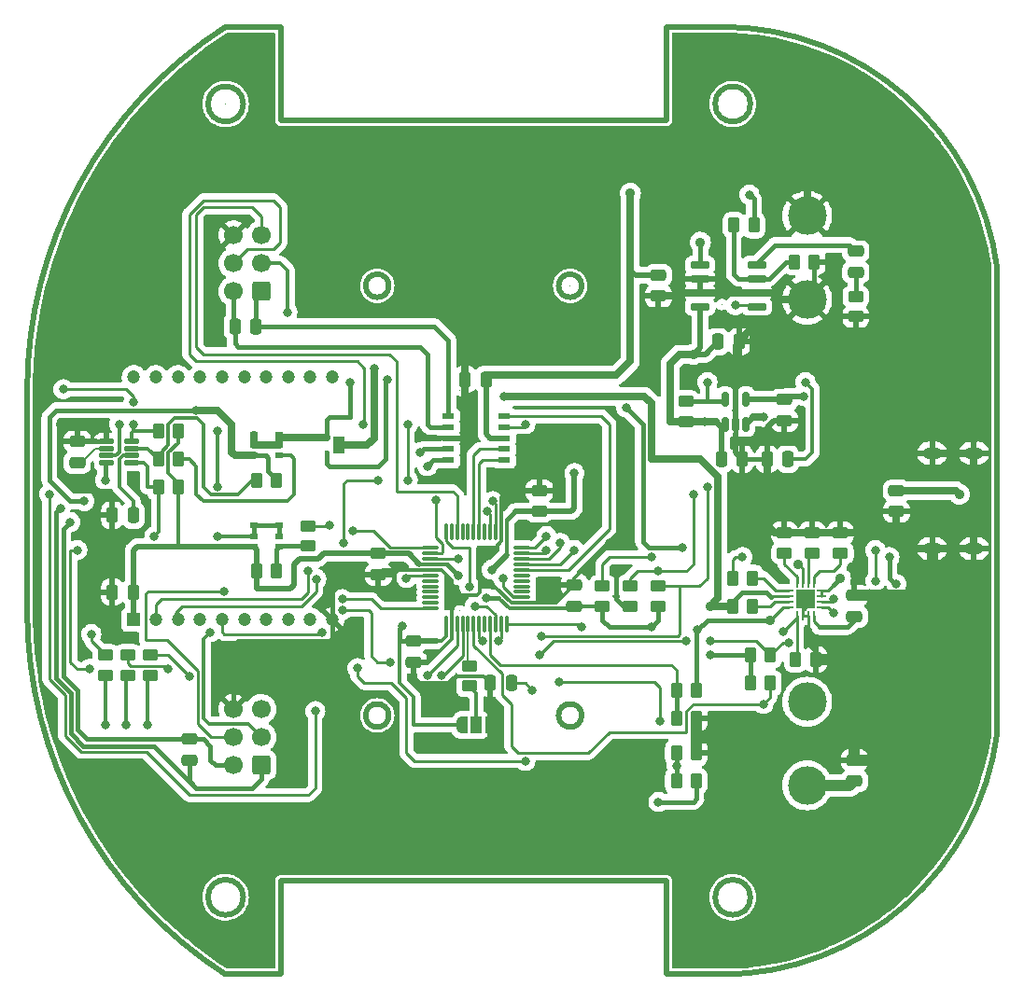
<source format=gbr>
%TF.GenerationSoftware,KiCad,Pcbnew,6.0.7-f9a2dced07~116~ubuntu20.04.1*%
%TF.CreationDate,2022-08-31T16:11:48+02:00*%
%TF.ProjectId,dumber-v3,64756d62-6572-42d7-9633-2e6b69636164,1.1*%
%TF.SameCoordinates,Original*%
%TF.FileFunction,Copper,L2,Bot*%
%TF.FilePolarity,Positive*%
%FSLAX46Y46*%
G04 Gerber Fmt 4.6, Leading zero omitted, Abs format (unit mm)*
G04 Created by KiCad (PCBNEW 6.0.7-f9a2dced07~116~ubuntu20.04.1) date 2022-08-31 16:11:48*
%MOMM*%
%LPD*%
G01*
G04 APERTURE LIST*
G04 Aperture macros list*
%AMRoundRect*
0 Rectangle with rounded corners*
0 $1 Rounding radius*
0 $2 $3 $4 $5 $6 $7 $8 $9 X,Y pos of 4 corners*
0 Add a 4 corners polygon primitive as box body*
4,1,4,$2,$3,$4,$5,$6,$7,$8,$9,$2,$3,0*
0 Add four circle primitives for the rounded corners*
1,1,$1+$1,$2,$3*
1,1,$1+$1,$4,$5*
1,1,$1+$1,$6,$7*
1,1,$1+$1,$8,$9*
0 Add four rect primitives between the rounded corners*
20,1,$1+$1,$2,$3,$4,$5,0*
20,1,$1+$1,$4,$5,$6,$7,0*
20,1,$1+$1,$6,$7,$8,$9,0*
20,1,$1+$1,$8,$9,$2,$3,0*%
%AMFreePoly0*
4,1,22,0.550000,-0.750000,0.000000,-0.750000,0.000000,-0.745033,-0.079941,-0.743568,-0.215256,-0.701293,-0.333266,-0.622738,-0.424486,-0.514219,-0.481581,-0.384460,-0.499164,-0.250000,-0.500000,-0.250000,-0.500000,0.250000,-0.499164,0.250000,-0.499963,0.256109,-0.478152,0.396186,-0.417904,0.524511,-0.324060,0.630769,-0.204165,0.706417,-0.067858,0.745374,0.000000,0.744959,0.000000,0.750000,
0.550000,0.750000,0.550000,-0.750000,0.550000,-0.750000,$1*%
%AMFreePoly1*
4,1,20,0.000000,0.744959,0.073905,0.744508,0.209726,0.703889,0.328688,0.626782,0.421226,0.519385,0.479903,0.390333,0.500000,0.250000,0.500000,-0.250000,0.499851,-0.262216,0.476331,-0.402017,0.414519,-0.529596,0.319384,-0.634700,0.198574,-0.708877,0.061801,-0.746166,0.000000,-0.745033,0.000000,-0.750000,-0.550000,-0.750000,-0.550000,0.750000,0.000000,0.750000,0.000000,0.744959,
0.000000,0.744959,$1*%
G04 Aperture macros list end*
%TA.AperFunction,Profile*%
%ADD10C,0.010050*%
%TD*%
%TA.AperFunction,Profile*%
%ADD11C,0.500000*%
%TD*%
%TA.AperFunction,SMDPad,CuDef*%
%ADD12R,0.300000X0.300000*%
%TD*%
%TA.AperFunction,SMDPad,CuDef*%
%ADD13R,0.250000X0.250000*%
%TD*%
%TA.AperFunction,SMDPad,CuDef*%
%ADD14R,1.000000X1.500000*%
%TD*%
%TA.AperFunction,ComponentPad*%
%ADD15RoundRect,0.250000X0.600000X0.600000X-0.600000X0.600000X-0.600000X-0.600000X0.600000X-0.600000X0*%
%TD*%
%TA.AperFunction,ComponentPad*%
%ADD16C,1.700000*%
%TD*%
%TA.AperFunction,ComponentPad*%
%ADD17C,3.500000*%
%TD*%
%TA.AperFunction,ComponentPad*%
%ADD18O,1.700000X1.100000*%
%TD*%
%TA.AperFunction,ComponentPad*%
%ADD19R,1.200000X1.200000*%
%TD*%
%TA.AperFunction,ComponentPad*%
%ADD20C,1.200000*%
%TD*%
%TA.AperFunction,SMDPad,CuDef*%
%ADD21RoundRect,0.250000X0.475000X-0.250000X0.475000X0.250000X-0.475000X0.250000X-0.475000X-0.250000X0*%
%TD*%
%TA.AperFunction,SMDPad,CuDef*%
%ADD22RoundRect,0.250000X-0.262500X-0.450000X0.262500X-0.450000X0.262500X0.450000X-0.262500X0.450000X0*%
%TD*%
%TA.AperFunction,SMDPad,CuDef*%
%ADD23RoundRect,0.075000X-0.662500X-0.075000X0.662500X-0.075000X0.662500X0.075000X-0.662500X0.075000X0*%
%TD*%
%TA.AperFunction,SMDPad,CuDef*%
%ADD24RoundRect,0.075000X-0.075000X-0.662500X0.075000X-0.662500X0.075000X0.662500X-0.075000X0.662500X0*%
%TD*%
%TA.AperFunction,SMDPad,CuDef*%
%ADD25RoundRect,0.250000X0.262500X0.450000X-0.262500X0.450000X-0.262500X-0.450000X0.262500X-0.450000X0*%
%TD*%
%TA.AperFunction,SMDPad,CuDef*%
%ADD26RoundRect,0.250000X-0.475000X0.250000X-0.475000X-0.250000X0.475000X-0.250000X0.475000X0.250000X0*%
%TD*%
%TA.AperFunction,SMDPad,CuDef*%
%ADD27RoundRect,0.250000X-0.250000X-0.475000X0.250000X-0.475000X0.250000X0.475000X-0.250000X0.475000X0*%
%TD*%
%TA.AperFunction,SMDPad,CuDef*%
%ADD28RoundRect,0.125000X-0.537500X-0.125000X0.537500X-0.125000X0.537500X0.125000X-0.537500X0.125000X0*%
%TD*%
%TA.AperFunction,SMDPad,CuDef*%
%ADD29R,0.700000X0.510000*%
%TD*%
%TA.AperFunction,SMDPad,CuDef*%
%ADD30RoundRect,0.250000X-0.450000X0.262500X-0.450000X-0.262500X0.450000X-0.262500X0.450000X0.262500X0*%
%TD*%
%TA.AperFunction,SMDPad,CuDef*%
%ADD31RoundRect,0.250000X0.450000X-0.262500X0.450000X0.262500X-0.450000X0.262500X-0.450000X-0.262500X0*%
%TD*%
%TA.AperFunction,SMDPad,CuDef*%
%ADD32R,1.100000X0.510000*%
%TD*%
%TA.AperFunction,SMDPad,CuDef*%
%ADD33FreePoly0,180.000000*%
%TD*%
%TA.AperFunction,SMDPad,CuDef*%
%ADD34FreePoly1,180.000000*%
%TD*%
%TA.AperFunction,SMDPad,CuDef*%
%ADD35RoundRect,0.250000X0.250000X0.475000X-0.250000X0.475000X-0.250000X-0.475000X0.250000X-0.475000X0*%
%TD*%
%TA.AperFunction,SMDPad,CuDef*%
%ADD36R,0.812800X0.254000*%
%TD*%
%TA.AperFunction,SMDPad,CuDef*%
%ADD37R,0.254000X0.812800*%
%TD*%
%TA.AperFunction,SMDPad,CuDef*%
%ADD38R,1.752600X1.752600*%
%TD*%
%TA.AperFunction,SMDPad,CuDef*%
%ADD39RoundRect,0.150000X0.150000X-0.512500X0.150000X0.512500X-0.150000X0.512500X-0.150000X-0.512500X0*%
%TD*%
%TA.AperFunction,SMDPad,CuDef*%
%ADD40RoundRect,0.150000X0.725000X0.150000X-0.725000X0.150000X-0.725000X-0.150000X0.725000X-0.150000X0*%
%TD*%
%TA.AperFunction,ViaPad*%
%ADD41C,0.800000*%
%TD*%
%TA.AperFunction,ViaPad*%
%ADD42C,0.900000*%
%TD*%
%TA.AperFunction,Conductor*%
%ADD43C,0.250000*%
%TD*%
%TA.AperFunction,Conductor*%
%ADD44C,0.500000*%
%TD*%
%TA.AperFunction,Conductor*%
%ADD45C,0.300000*%
%TD*%
%TA.AperFunction,Conductor*%
%ADD46C,0.400000*%
%TD*%
%TA.AperFunction,Conductor*%
%ADD47C,0.700000*%
%TD*%
%TA.AperFunction,Conductor*%
%ADD48C,0.200000*%
%TD*%
%TA.AperFunction,Conductor*%
%ADD49C,1.000000*%
%TD*%
%TA.AperFunction,Conductor*%
%ADD50C,0.350000*%
%TD*%
G04 APERTURE END LIST*
D10*
X173755025Y-70000000D02*
G75*
G03*
X173755025Y-70000000I-5025J0D01*
G01*
X141505025Y-86500000D02*
G75*
G03*
X141505025Y-86500000I-5025J0D01*
G01*
D11*
X175350000Y-70000000D02*
G75*
G03*
X175350000Y-70000000I-1600000J0D01*
G01*
X142550000Y-86500000D02*
G75*
G03*
X142550000Y-86500000I-1050000J0D01*
G01*
X167750000Y-63000000D02*
X167750000Y-71500000D01*
X109750000Y-96000000D02*
X109750000Y-116000000D01*
X129350000Y-142000000D02*
G75*
G03*
X129350000Y-142000000I-1600000J0D01*
G01*
X127750000Y-63000000D02*
G75*
G03*
X109750000Y-96000000I21250000J-33000000D01*
G01*
X197750000Y-127000000D02*
X197750000Y-85000000D01*
X129350000Y-70000000D02*
G75*
G03*
X129350000Y-70000000I-1600000J0D01*
G01*
X167750000Y-149000000D02*
X172750000Y-149000000D01*
X172750000Y-63000000D02*
X167750000Y-63000000D01*
D10*
X172755025Y-123795455D02*
G75*
G03*
X172755025Y-123795455I-5025J0D01*
G01*
X159005025Y-125500000D02*
G75*
G03*
X159005025Y-125500000I-5025J0D01*
G01*
X159005025Y-86500000D02*
G75*
G03*
X159005025Y-86500000I-5025J0D01*
G01*
X172755025Y-88204545D02*
G75*
G03*
X172755025Y-88204545I-5025J0D01*
G01*
X149005025Y-116000000D02*
G75*
G03*
X149005025Y-116000000I-5025J0D01*
G01*
D11*
X132750000Y-149000000D02*
X132750000Y-140500000D01*
X167750000Y-140500000D02*
X167750000Y-149000000D01*
X127750000Y-149000000D02*
X132750000Y-149000000D01*
X167750000Y-71500000D02*
X132750000Y-71500000D01*
D10*
X127755025Y-70000000D02*
G75*
G03*
X127755025Y-70000000I-5025J0D01*
G01*
D11*
X109750000Y-116000000D02*
G75*
G03*
X127750000Y-149000000I39250000J0D01*
G01*
X175350000Y-142000000D02*
G75*
G03*
X175350000Y-142000000I-1600000J0D01*
G01*
D10*
X149005025Y-96000000D02*
G75*
G03*
X149005025Y-96000000I-5025J0D01*
G01*
D11*
X132750000Y-63000000D02*
X127750000Y-63000000D01*
X132750000Y-71500000D02*
X132750000Y-63000000D01*
X197750047Y-84999994D02*
G75*
G03*
X172750000Y-63000000I-25000047J-3204606D01*
G01*
X160050000Y-86500000D02*
G75*
G03*
X160050000Y-86500000I-1050000J0D01*
G01*
D10*
X173755025Y-142000000D02*
G75*
G03*
X173755025Y-142000000I-5025J0D01*
G01*
X141505025Y-125500000D02*
G75*
G03*
X141505025Y-125500000I-5025J0D01*
G01*
D11*
X132750000Y-140500000D02*
X167750000Y-140500000D01*
X160050000Y-125500000D02*
G75*
G03*
X160050000Y-125500000I-1050000J0D01*
G01*
X142550000Y-125500000D02*
G75*
G03*
X142550000Y-125500000I-1050000J0D01*
G01*
X172750000Y-149000005D02*
G75*
G03*
X197750000Y-127000000I0J25204545D01*
G01*
D10*
X127755025Y-142000000D02*
G75*
G03*
X127755025Y-142000000I-5025J0D01*
G01*
D12*
%TO.P,D1,1,K*%
%TO.N,VBUS*%
X136945000Y-101615000D03*
%TO.P,D1,2,K*%
%TO.N,/Power_Charge/Sense_BATT*%
X136945000Y-100315000D03*
D13*
%TO.P,D1,3,A*%
%TO.N,Net-(C6-Pad1)*%
X138670000Y-100965000D03*
D14*
X138045000Y-100965000D03*
%TD*%
D15*
%TO.P,J1,1,Pin_1*%
%TO.N,/Cpu/OUTGAUCHE_A*%
X131000000Y-87000000D03*
D16*
%TO.P,J1,2,Pin_2*%
%TO.N,/Cpu/OUTGAUCHE_B*%
X128460000Y-87000000D03*
%TO.P,J1,3,Pin_3*%
%TO.N,Net-(J1-Pad3)*%
X131000000Y-84460000D03*
%TO.P,J1,4,Pin_4*%
%TO.N,/Cpu/ENCGAUCHE_A*%
X128460000Y-84460000D03*
%TO.P,J1,5,Pin_5*%
%TO.N,/Cpu/ENCGAUCHE_B*%
X131000000Y-81920000D03*
%TO.P,J1,6,Pin_6*%
%TO.N,GND*%
X128460000Y-81920000D03*
%TD*%
D17*
%TO.P,BT1,1,+*%
%TO.N,+BATT*%
X180500000Y-124250000D03*
X180500000Y-131850000D03*
%TO.P,BT1,2,-*%
%TO.N,GND*%
X180500000Y-80150000D03*
X180500000Y-87750000D03*
%TD*%
D15*
%TO.P,J2,1,Pin_1*%
%TO.N,/Cpu/OUTDROIT_A*%
X131000000Y-130000000D03*
D16*
%TO.P,J2,2,Pin_2*%
%TO.N,/Cpu/OUTDROIT_B*%
X128460000Y-130000000D03*
%TO.P,J2,3,Pin_3*%
%TO.N,Net-(J1-Pad3)*%
X131000000Y-127460000D03*
%TO.P,J2,4,Pin_4*%
%TO.N,/Cpu/ENCDROIT_A*%
X128460000Y-127460000D03*
%TO.P,J2,5,Pin_5*%
%TO.N,/Cpu/ENCDROIT_B*%
X131000000Y-124920000D03*
%TO.P,J2,6,Pin_6*%
%TO.N,GND*%
X128460000Y-124920000D03*
%TD*%
D18*
%TO.P,P1,S1,SHIELD*%
%TO.N,GND*%
X191835000Y-101710000D03*
X195635000Y-110350000D03*
X195635000Y-101700000D03*
X191835000Y-110350000D03*
%TD*%
D19*
%TO.P,U1,1,VCC*%
%TO.N,+2V5*%
X119435000Y-116800000D03*
D20*
%TO.P,U1,2,DOUT*%
%TO.N,/Cpu/USART_RX*%
X121435000Y-116800000D03*
%TO.P,U1,3,DIN*%
%TO.N,/Cpu/USART_TX*%
X123435000Y-116800000D03*
%TO.P,U1,4,DIO12*%
%TO.N,unconnected-(U1-Pad4)*%
X125435000Y-116800000D03*
%TO.P,U1,5,~{RESET}*%
%TO.N,/Cpu/XBEE_RESET*%
X127435000Y-116800000D03*
%TO.P,U1,6,RSSI*%
%TO.N,unconnected-(U1-Pad6)*%
X129435000Y-116800000D03*
%TO.P,U1,7,DIO11*%
%TO.N,unconnected-(U1-Pad7)*%
X131435000Y-116800000D03*
%TO.P,U1,8*%
%TO.N,N/C*%
X133435000Y-116800000D03*
%TO.P,U1,9,~{DTR}/SLEEP_REQ*%
%TO.N,unconnected-(U1-Pad9)*%
X135435000Y-116800000D03*
%TO.P,U1,10,GND*%
%TO.N,GND*%
X137435000Y-116800000D03*
%TO.P,U1,11,DIO4*%
%TO.N,unconnected-(U1-Pad11)*%
X137435000Y-94800000D03*
%TO.P,U1,12,~{CTS}*%
%TO.N,unconnected-(U1-Pad12)*%
X135435000Y-94800000D03*
%TO.P,U1,13,~{SLEEP}*%
%TO.N,unconnected-(U1-Pad13)*%
X133435000Y-94800000D03*
%TO.P,U1,14*%
%TO.N,N/C*%
X131435000Y-94800000D03*
%TO.P,U1,15,ASSOCIATE*%
%TO.N,unconnected-(U1-Pad15)*%
X129435000Y-94800000D03*
%TO.P,U1,16,~{RTS}*%
%TO.N,unconnected-(U1-Pad16)*%
X127435000Y-94800000D03*
%TO.P,U1,17,DIO3*%
%TO.N,unconnected-(U1-Pad17)*%
X125435000Y-94800000D03*
%TO.P,U1,18,DIO2*%
%TO.N,unconnected-(U1-Pad18)*%
X123435000Y-94800000D03*
%TO.P,U1,19,DIO1*%
%TO.N,unconnected-(U1-Pad19)*%
X121435000Y-94800000D03*
%TO.P,U1,20,DIO0*%
%TO.N,unconnected-(U1-Pad20)*%
X119435000Y-94800000D03*
%TD*%
D21*
%TO.P,C17,1*%
%TO.N,+2V5*%
X156210000Y-106995000D03*
%TO.P,C17,2*%
%TO.N,GND*%
X156210000Y-105095000D03*
%TD*%
D22*
%TO.P,R10,1*%
%TO.N,Net-(R10-Pad1)*%
X173839500Y-81000000D03*
%TO.P,R10,2*%
%TO.N,+5V*%
X175664500Y-81000000D03*
%TD*%
D23*
%TO.P,U2,1,PC0*%
%TO.N,/Cpu/ENCGAUCHE_A*%
X146332500Y-115780000D03*
%TO.P,U2,2,PC13*%
%TO.N,unconnected-(U2-Pad2)*%
X146332500Y-115280000D03*
%TO.P,U2,3,PC14*%
%TO.N,unconnected-(U2-Pad3)*%
X146332500Y-114780000D03*
%TO.P,U2,4,PC15*%
%TO.N,unconnected-(U2-Pad4)*%
X146332500Y-114280000D03*
%TO.P,U2,5,PH0*%
%TO.N,unconnected-(U2-Pad5)*%
X146332500Y-113780000D03*
%TO.P,U2,6,PH1*%
%TO.N,unconnected-(U2-Pad6)*%
X146332500Y-113280000D03*
%TO.P,U2,7,NRST*%
%TO.N,/Cpu/RESET*%
X146332500Y-112780000D03*
%TO.P,U2,8,VSSA*%
%TO.N,GND*%
X146332500Y-112280000D03*
%TO.P,U2,9,VDDA*%
%TO.N,+2V5*%
X146332500Y-111780000D03*
%TO.P,U2,10,PA0*%
%TO.N,/Cpu/BATTERY_SENSE*%
X146332500Y-111280000D03*
%TO.P,U2,11,PA1*%
%TO.N,/Cpu/PWM_GAUCHE_B*%
X146332500Y-110780000D03*
%TO.P,U2,12,PA2*%
%TO.N,/Cpu/ENCDROIT_A*%
X146332500Y-110280000D03*
D24*
%TO.P,U2,13,PA3*%
%TO.N,/Cpu/ENCDROIT_B*%
X147745000Y-108867500D03*
%TO.P,U2,14,PA4*%
%TO.N,unconnected-(U2-Pad14)*%
X148245000Y-108867500D03*
%TO.P,U2,15,PA5*%
%TO.N,/Cpu/ENCGAUCHE_B*%
X148745000Y-108867500D03*
%TO.P,U2,16,PA6*%
%TO.N,unconnected-(U2-Pad16)*%
X149245000Y-108867500D03*
%TO.P,U2,17,PA7*%
%TO.N,unconnected-(U2-Pad17)*%
X149745000Y-108867500D03*
%TO.P,U2,18,PB0*%
%TO.N,/Cpu/PWM_DROIT_A*%
X150245000Y-108867500D03*
%TO.P,U2,19,PB1*%
%TO.N,/Cpu/PWM_DROIT_B*%
X150745000Y-108867500D03*
%TO.P,U2,20,PB2*%
%TO.N,unconnected-(U2-Pad20)*%
X151245000Y-108867500D03*
%TO.P,U2,21,PB10*%
%TO.N,/Cpu/USART_TX*%
X151745000Y-108867500D03*
%TO.P,U2,22,PB11*%
%TO.N,/Cpu/USART_RX*%
X152245000Y-108867500D03*
%TO.P,U2,23,VSS*%
%TO.N,GND*%
X152745000Y-108867500D03*
%TO.P,U2,24,VDD*%
%TO.N,+2V5*%
X153245000Y-108867500D03*
D23*
%TO.P,U2,25,PB12*%
%TO.N,/Cpu/LED_ROUGE*%
X154657500Y-110280000D03*
%TO.P,U2,26,PB13*%
%TO.N,/Cpu/LED_ORANGE*%
X154657500Y-110780000D03*
%TO.P,U2,27,PB14*%
%TO.N,/Cpu/LED_VERTE*%
X154657500Y-111280000D03*
%TO.P,U2,28,PB15*%
%TO.N,/Cpu/SHUTDOWN_ENC*%
X154657500Y-111780000D03*
%TO.P,U2,29,PA8*%
%TO.N,/Cpu/PWM_GAUCHE_A*%
X154657500Y-112280000D03*
%TO.P,U2,30,PA9*%
%TO.N,unconnected-(U2-Pad30)*%
X154657500Y-112780000D03*
%TO.P,U2,31,PA10*%
%TO.N,unconnected-(U2-Pad31)*%
X154657500Y-113280000D03*
%TO.P,U2,32,PA11*%
%TO.N,unconnected-(U2-Pad32)*%
X154657500Y-113780000D03*
%TO.P,U2,33,PA12*%
%TO.N,unconnected-(U2-Pad33)*%
X154657500Y-114280000D03*
%TO.P,U2,34,PA13*%
%TO.N,/Cpu/SWDIO*%
X154657500Y-114780000D03*
%TO.P,U2,35,VSS*%
%TO.N,GND*%
X154657500Y-115280000D03*
%TO.P,U2,36,VDD*%
%TO.N,+2V5*%
X154657500Y-115780000D03*
D24*
%TO.P,U2,37,PA14*%
%TO.N,/Cpu/SWCLK*%
X153245000Y-117192500D03*
%TO.P,U2,38,PA15*%
%TO.N,/Cpu/XBEE_RESET*%
X152745000Y-117192500D03*
%TO.P,U2,39,PB3*%
%TO.N,/Cpu/BUTTON_SENSE*%
X152245000Y-117192500D03*
%TO.P,U2,40,PB4*%
%TO.N,/Cpu/USB_SENSE*%
X151745000Y-117192500D03*
%TO.P,U2,41,PB5*%
%TO.N,unconnected-(U2-Pad41)*%
X151245000Y-117192500D03*
%TO.P,U2,42,PB6*%
%TO.N,/Cpu/CHARGER_ST2*%
X150745000Y-117192500D03*
%TO.P,U2,43,PB7*%
%TO.N,/Cpu/CHARGER_ST1*%
X150245000Y-117192500D03*
%TO.P,U2,44,BOOT0*%
%TO.N,Net-(R26-Pad2)*%
X149745000Y-117192500D03*
%TO.P,U2,45,PB8*%
%TO.N,/Cpu/SHUTDOWN_5V*%
X149245000Y-117192500D03*
%TO.P,U2,46,PB9*%
%TO.N,/Cpu/SHUTDOWN*%
X148745000Y-117192500D03*
%TO.P,U2,47,VSS*%
%TO.N,GND*%
X148245000Y-117192500D03*
%TO.P,U2,48,VDD*%
%TO.N,+2V5*%
X147745000Y-117192500D03*
%TD*%
D21*
%TO.P,C4,1*%
%TO.N,Net-(C4-Pad1)*%
X184785000Y-116520000D03*
%TO.P,C4,2*%
%TO.N,GND*%
X184785000Y-114620000D03*
%TD*%
D25*
%TO.P,R7,1*%
%TO.N,Net-(R7-Pad1)*%
X175537500Y-113030000D03*
%TO.P,R7,2*%
%TO.N,Net-(R7-Pad2)*%
X173712500Y-113030000D03*
%TD*%
D26*
%TO.P,C20,1*%
%TO.N,+2V5*%
X141605000Y-110810000D03*
%TO.P,C20,2*%
%TO.N,GND*%
X141605000Y-112710000D03*
%TD*%
D25*
%TO.P,R17,1*%
%TO.N,VBUS*%
X170457500Y-123190000D03*
%TO.P,R17,2*%
%TO.N,/Cpu/USB_SENSE*%
X168632500Y-123190000D03*
%TD*%
D27*
%TO.P,C6,1*%
%TO.N,Net-(C6-Pad1)*%
X172725000Y-102235000D03*
%TO.P,C6,2*%
%TO.N,GND*%
X174625000Y-102235000D03*
%TD*%
D22*
%TO.P,R3,1*%
%TO.N,+2V5*%
X175340000Y-122555000D03*
%TO.P,R3,2*%
%TO.N,/Cpu/CHARGER_ST1*%
X177165000Y-122555000D03*
%TD*%
D26*
%TO.P,C19,1*%
%TO.N,+2V5*%
X144780000Y-118750000D03*
%TO.P,C19,2*%
%TO.N,GND*%
X144780000Y-120650000D03*
%TD*%
D28*
%TO.P,U3,1,Vin*%
%TO.N,+BATT*%
X116972500Y-102575000D03*
%TO.P,U3,2,~{PB}*%
%TO.N,Net-(SW1-Pad2)*%
X116972500Y-101925000D03*
%TO.P,U3,3,ONT*%
%TO.N,Net-(C1-Pad1)*%
X116972500Y-101275000D03*
%TO.P,U3,4,GND*%
%TO.N,GND*%
X116972500Y-100625000D03*
%TO.P,U3,5,~{INT}*%
%TO.N,/Cpu/BUTTON_SENSE*%
X119247500Y-100625000D03*
%TO.P,U3,6,~{EN}*%
%TO.N,Net-(R1-Pad1)*%
X119247500Y-101275000D03*
%TO.P,U3,7,PDT*%
%TO.N,Net-(C2-Pad1)*%
X119247500Y-101925000D03*
%TO.P,U3,8,~{KILL}*%
%TO.N,/Cpu/SHUTDOWN*%
X119247500Y-102575000D03*
%TD*%
D29*
%TO.P,Q2,1,D*%
%TO.N,Net-(J1-Pad3)*%
X132605000Y-108270000D03*
%TO.P,Q2,2,D*%
X132605000Y-109220000D03*
%TO.P,Q2,3,G*%
%TO.N,Net-(R24-Pad2)*%
X132605000Y-110170000D03*
%TO.P,Q2,4,S*%
%TO.N,+2V5*%
X130285000Y-110170000D03*
%TO.P,Q2,5,D*%
%TO.N,Net-(J1-Pad3)*%
X130285000Y-109220000D03*
%TO.P,Q2,6,D*%
X130285000Y-108270000D03*
%TD*%
D22*
%TO.P,R24,1*%
%TO.N,+2V5*%
X130532500Y-112395000D03*
%TO.P,R24,2*%
%TO.N,Net-(R24-Pad2)*%
X132357500Y-112395000D03*
%TD*%
%TO.P,R1,1*%
%TO.N,Net-(R1-Pad1)*%
X130532500Y-104140000D03*
%TO.P,R1,2*%
%TO.N,+BATT*%
X132357500Y-104140000D03*
%TD*%
D21*
%TO.P,C7,1*%
%TO.N,+BATT*%
X184785000Y-131440000D03*
%TO.P,C7,2*%
%TO.N,GND*%
X184785000Y-129540000D03*
%TD*%
D30*
%TO.P,R16,1*%
%TO.N,/Cpu/LED_ROUGE*%
X116840000Y-120015000D03*
%TO.P,R16,2*%
%TO.N,Net-(D3-Pad2)*%
X116840000Y-121840000D03*
%TD*%
D31*
%TO.P,R13,1*%
%TO.N,Net-(R13-Pad1)*%
X178435000Y-110767500D03*
%TO.P,R13,2*%
%TO.N,GND*%
X178435000Y-108942500D03*
%TD*%
D32*
%TO.P,U7,1,IN1*%
%TO.N,/Cpu/PWM_GAUCHE_A*%
X153045000Y-98330000D03*
%TO.P,U7,2,IN2*%
%TO.N,/Cpu/PWM_GAUCHE_B*%
X153045000Y-99330000D03*
%TO.P,U7,3,VBB*%
%TO.N,+5V*%
X153045000Y-100330000D03*
%TO.P,U7,4,IN3*%
%TO.N,/Cpu/PWM_DROIT_A*%
X153045000Y-101330000D03*
%TO.P,U7,5,IN4*%
%TO.N,/Cpu/PWM_DROIT_B*%
X153045000Y-102330000D03*
%TO.P,U7,6,OUT4*%
%TO.N,/Cpu/OUTDROIT_B*%
X147945000Y-102330000D03*
%TO.P,U7,7,OUT3*%
%TO.N,/Cpu/OUTDROIT_A*%
X147945000Y-101330000D03*
%TO.P,U7,8,GND*%
%TO.N,GND*%
X147945000Y-100330000D03*
%TO.P,U7,9,OUT2*%
%TO.N,/Cpu/OUTGAUCHE_B*%
X147945000Y-99330000D03*
%TO.P,U7,10,OUT1*%
%TO.N,/Cpu/OUTGAUCHE_A*%
X147945000Y-98330000D03*
%TD*%
D25*
%TO.P,R21,1*%
%TO.N,Net-(R21-Pad1)*%
X175537500Y-115570000D03*
%TO.P,R21,2*%
%TO.N,+BATT*%
X173712500Y-115570000D03*
%TD*%
D26*
%TO.P,C3,1*%
%TO.N,VBUS*%
X188595000Y-105095000D03*
%TO.P,C3,2*%
%TO.N,GND*%
X188595000Y-106995000D03*
%TD*%
D25*
%TO.P,R2,1*%
%TO.N,Net-(Q1-Pad3)*%
X123467500Y-102235000D03*
%TO.P,R2,2*%
%TO.N,Net-(R1-Pad1)*%
X121642500Y-102235000D03*
%TD*%
D33*
%TO.P,JP1,1,A*%
%TO.N,GND*%
X151795000Y-126365000D03*
D14*
%TO.P,JP1,2,C*%
%TO.N,Net-(JP1-Pad2)*%
X150495000Y-126365000D03*
D34*
%TO.P,JP1,3,B*%
%TO.N,+2V5*%
X149195000Y-126365000D03*
%TD*%
D27*
%TO.P,C8,1*%
%TO.N,Net-(C6-Pad1)*%
X172405000Y-91572500D03*
%TO.P,C8,2*%
%TO.N,GND*%
X174305000Y-91572500D03*
%TD*%
D22*
%TO.P,R5,1*%
%TO.N,+2V5*%
X175340000Y-120015000D03*
%TO.P,R5,2*%
%TO.N,/Cpu/CHARGER_ST2*%
X177165000Y-120015000D03*
%TD*%
D25*
%TO.P,R11,1*%
%TO.N,GND*%
X181149000Y-84328000D03*
%TO.P,R11,2*%
%TO.N,Net-(R10-Pad1)*%
X179324000Y-84328000D03*
%TD*%
D26*
%TO.P,C5,1*%
%TO.N,Net-(C5-Pad1)*%
X184912000Y-83378000D03*
%TO.P,C5,2*%
%TO.N,Net-(C5-Pad2)*%
X184912000Y-85278000D03*
%TD*%
D22*
%TO.P,R18,1*%
%TO.N,/Cpu/USB_SENSE*%
X168632500Y-125730000D03*
%TO.P,R18,2*%
%TO.N,GND*%
X170457500Y-125730000D03*
%TD*%
D25*
%TO.P,R19,1*%
%TO.N,/Power_Charge/Sense_BATT*%
X170457500Y-131445000D03*
%TO.P,R19,2*%
%TO.N,/Cpu/BATTERY_SENSE*%
X168632500Y-131445000D03*
%TD*%
D35*
%TO.P,C13,1*%
%TO.N,+2V5*%
X119375000Y-114300000D03*
%TO.P,C13,2*%
%TO.N,GND*%
X117475000Y-114300000D03*
%TD*%
D36*
%TO.P,U4,1,Vin*%
%TO.N,VBUS*%
X181813200Y-114184999D03*
%TO.P,U4,2,Vinsns*%
X181813200Y-114685000D03*
%TO.P,U4,3,ST2*%
%TO.N,/Cpu/CHARGER_ST2*%
X181813200Y-115185000D03*
%TO.P,U4,4,ST1*%
%TO.N,/Cpu/CHARGER_ST1*%
X181813200Y-115685001D03*
D37*
%TO.P,U4,5,T_PRG*%
%TO.N,Net-(C4-Pad1)*%
X181090001Y-116408200D03*
%TO.P,U4,6,GND*%
%TO.N,GND*%
X180590000Y-116408200D03*
%TO.P,U4,7,SHDN*%
X180090000Y-116408200D03*
%TO.P,U4,8,TH*%
%TO.N,Net-(R7-Pad2)*%
X179589999Y-116408200D03*
D36*
%TO.P,U4,9,ISEL*%
%TO.N,VBUS*%
X178866800Y-115685001D03*
%TO.P,U4,10,Vosns*%
%TO.N,Net-(R21-Pad1)*%
X178866800Y-115185000D03*
%TO.P,U4,11,Vout*%
%TO.N,+BATT*%
X178866800Y-114685000D03*
%TO.P,U4,12,V_REF*%
%TO.N,Net-(R7-Pad1)*%
X178866800Y-114184999D03*
D37*
%TO.P,U4,13,I_END*%
%TO.N,Net-(R13-Pad1)*%
X179589999Y-113461800D03*
%TO.P,U4,14,MODE*%
%TO.N,VBUS*%
X180090000Y-113461800D03*
%TO.P,U4,15,I_USB*%
%TO.N,Net-(R12-Pad1)*%
X180590000Y-113461800D03*
%TO.P,U4,16,I_AC*%
%TO.N,Net-(R14-Pad1)*%
X181090001Y-113461800D03*
D38*
%TO.P,U4,17,GND*%
%TO.N,GND*%
X180340000Y-114935000D03*
%TD*%
D22*
%TO.P,R9,1*%
%TO.N,Net-(R7-Pad2)*%
X179427500Y-120396000D03*
%TO.P,R9,2*%
%TO.N,GND*%
X181252500Y-120396000D03*
%TD*%
D31*
%TO.P,R14,1*%
%TO.N,Net-(R14-Pad1)*%
X183515000Y-110767500D03*
%TO.P,R14,2*%
%TO.N,GND*%
X183515000Y-108942500D03*
%TD*%
%TO.P,R29,1*%
%TO.N,+2V5*%
X161925000Y-115570000D03*
%TO.P,R29,2*%
%TO.N,/Cpu/RESET*%
X161925000Y-113745000D03*
%TD*%
D26*
%TO.P,C10,1*%
%TO.N,+5V*%
X167005000Y-85542500D03*
%TO.P,C10,2*%
%TO.N,GND*%
X167005000Y-87442500D03*
%TD*%
D31*
%TO.P,R26,1*%
%TO.N,Net-(JP1-Pad2)*%
X149860000Y-122832500D03*
%TO.P,R26,2*%
%TO.N,Net-(R26-Pad2)*%
X149860000Y-121007500D03*
%TD*%
D30*
%TO.P,R28,1*%
%TO.N,/Cpu/SWCLK*%
X164465000Y-113745000D03*
%TO.P,R28,2*%
%TO.N,GND*%
X164465000Y-115570000D03*
%TD*%
D31*
%TO.P,R8,1*%
%TO.N,GND*%
X184912000Y-89304500D03*
%TO.P,R8,2*%
%TO.N,Net-(C5-Pad2)*%
X184912000Y-87479500D03*
%TD*%
D25*
%TO.P,R6,1*%
%TO.N,+2V5*%
X123467500Y-99695000D03*
%TO.P,R6,2*%
%TO.N,/Cpu/BUTTON_SENSE*%
X121642500Y-99695000D03*
%TD*%
D31*
%TO.P,R25,1*%
%TO.N,Net-(R24-Pad2)*%
X135255000Y-110132500D03*
%TO.P,R25,2*%
%TO.N,/Cpu/SHUTDOWN_ENC*%
X135255000Y-108307500D03*
%TD*%
%TO.P,R27,1*%
%TO.N,+2V5*%
X167005000Y-115570000D03*
%TO.P,R27,2*%
%TO.N,/Cpu/SWDIO*%
X167005000Y-113745000D03*
%TD*%
D35*
%TO.P,C14,1*%
%TO.N,/Cpu/OUTGAUCHE_A*%
X130490000Y-90170000D03*
%TO.P,C14,2*%
%TO.N,/Cpu/OUTGAUCHE_B*%
X128590000Y-90170000D03*
%TD*%
D30*
%TO.P,R23,1*%
%TO.N,/Cpu/LED_VERTE*%
X120904000Y-120015000D03*
%TO.P,R23,2*%
%TO.N,Net-(D5-Pad2)*%
X120904000Y-121840000D03*
%TD*%
D31*
%TO.P,R12,1*%
%TO.N,Net-(R12-Pad1)*%
X180975000Y-110767500D03*
%TO.P,R12,2*%
%TO.N,GND*%
X180975000Y-108942500D03*
%TD*%
D21*
%TO.P,C15,1*%
%TO.N,/Cpu/OUTDROIT_A*%
X124460000Y-129535000D03*
%TO.P,C15,2*%
%TO.N,/Cpu/OUTDROIT_B*%
X124460000Y-127635000D03*
%TD*%
D35*
%TO.P,C12,1*%
%TO.N,+5V*%
X151384000Y-94996000D03*
%TO.P,C12,2*%
%TO.N,GND*%
X149484000Y-94996000D03*
%TD*%
D21*
%TO.P,C1,2*%
%TO.N,GND*%
X114300000Y-100650000D03*
%TO.P,C1,1*%
%TO.N,Net-(C1-Pad1)*%
X114300000Y-102550000D03*
%TD*%
D29*
%TO.P,Q1,1,D*%
%TO.N,/Power_Charge/Sense_BATT*%
X132605000Y-100015000D03*
%TO.P,Q1,2,D*%
X132605000Y-100965000D03*
%TO.P,Q1,3,G*%
%TO.N,Net-(Q1-Pad3)*%
X132605000Y-101915000D03*
%TO.P,Q1,4,S*%
%TO.N,+BATT*%
X130285000Y-101915000D03*
%TO.P,Q1,5,D*%
%TO.N,/Power_Charge/Sense_BATT*%
X130285000Y-100965000D03*
%TO.P,Q1,6,D*%
X130285000Y-100015000D03*
%TD*%
D39*
%TO.P,U6,1,Vin*%
%TO.N,Net-(C6-Pad1)*%
X174940000Y-99060000D03*
%TO.P,U6,2,GND*%
%TO.N,GND*%
X173990000Y-99060000D03*
%TO.P,U6,3,~{SHDN}*%
%TO.N,Net-(C6-Pad1)*%
X173040000Y-99060000D03*
%TO.P,U6,4,~{ERROR}*%
%TO.N,Net-(C9-Pad1)*%
X173040000Y-96785000D03*
%TO.P,U6,5,Vout*%
%TO.N,+2V5*%
X174940000Y-96785000D03*
%TD*%
D35*
%TO.P,C9,1*%
%TO.N,Net-(C9-Pad1)*%
X178750000Y-102235000D03*
%TO.P,C9,2*%
%TO.N,GND*%
X176850000Y-102235000D03*
%TD*%
D26*
%TO.P,C11,1*%
%TO.N,+2V5*%
X178435000Y-96840000D03*
%TO.P,C11,2*%
%TO.N,GND*%
X178435000Y-98740000D03*
%TD*%
D21*
%TO.P,C18,1*%
%TO.N,+2V5*%
X159385000Y-115565000D03*
%TO.P,C18,2*%
%TO.N,GND*%
X159385000Y-113665000D03*
%TD*%
D30*
%TO.P,R22,1*%
%TO.N,/Cpu/LED_ORANGE*%
X118872000Y-120015000D03*
%TO.P,R22,2*%
%TO.N,Net-(D4-Pad2)*%
X118872000Y-121840000D03*
%TD*%
D40*
%TO.P,U5,1,VC*%
%TO.N,Net-(C5-Pad1)*%
X175930000Y-84587500D03*
%TO.P,U5,2,FB*%
%TO.N,Net-(R10-Pad1)*%
X175930000Y-85857500D03*
%TO.P,U5,3,Test*%
%TO.N,GND*%
X175930000Y-87127500D03*
%TO.P,U5,4,SS*%
%TO.N,/Cpu/SHUTDOWN_5V*%
X175930000Y-88397500D03*
%TO.P,U5,5,VCC*%
%TO.N,Net-(C6-Pad1)*%
X170780000Y-88397500D03*
%TO.P,U5,6,AGND*%
%TO.N,GND*%
X170780000Y-87127500D03*
%TO.P,U5,7,PGND*%
X170780000Y-85857500D03*
%TO.P,U5,8,Vsw*%
%TO.N,Net-(D2-Pad2)*%
X170780000Y-84587500D03*
%TD*%
D35*
%TO.P,C16,1*%
%TO.N,/Cpu/RESET*%
X153670000Y-122555000D03*
%TO.P,C16,2*%
%TO.N,GND*%
X151770000Y-122555000D03*
%TD*%
D25*
%TO.P,R4,1*%
%TO.N,+2V5*%
X123467500Y-104775000D03*
%TO.P,R4,2*%
%TO.N,/Cpu/SHUTDOWN*%
X121642500Y-104775000D03*
%TD*%
D35*
%TO.P,C2,1*%
%TO.N,Net-(C2-Pad1)*%
X119375000Y-107315000D03*
%TO.P,C2,2*%
%TO.N,GND*%
X117475000Y-107315000D03*
%TD*%
D30*
%TO.P,R15,1*%
%TO.N,Net-(C9-Pad1)*%
X169545000Y-97010000D03*
%TO.P,R15,2*%
%TO.N,Net-(C6-Pad1)*%
X169545000Y-98835000D03*
%TD*%
D22*
%TO.P,R20,1*%
%TO.N,/Cpu/BATTERY_SENSE*%
X168632500Y-128905000D03*
%TO.P,R20,2*%
%TO.N,GND*%
X170457500Y-128905000D03*
%TD*%
D41*
%TO.N,/Cpu/BUTTON_SENSE*%
X114300000Y-110490000D03*
X119380000Y-97040500D03*
X113030000Y-95885000D03*
X119380000Y-99060000D03*
%TO.N,/Power_Charge/Sense_BATT*%
X187960000Y-111125000D03*
X188595000Y-113570500D03*
X167005000Y-133350000D03*
X139065000Y-95250000D03*
%TO.N,+BATT*%
X114935000Y-106045000D03*
X116840000Y-104140000D03*
%TO.N,/Cpu/SHUTDOWN*%
X121285000Y-109220000D03*
X111760000Y-105410000D03*
D42*
%TO.N,+BATT*%
X171704000Y-115570000D03*
D41*
X153035000Y-96520000D03*
X125095000Y-97790000D03*
D42*
%TO.N,GND*%
X117475000Y-116840000D03*
D41*
X162560000Y-109855000D03*
X149860000Y-100330000D03*
X173990000Y-100584000D03*
X153350000Y-105095000D03*
X163195000Y-112395000D03*
D42*
X112776000Y-99060000D03*
D41*
%TO.N,VBUS*%
X142404500Y-94996000D03*
X169164000Y-110236000D03*
D42*
X194310000Y-105410000D03*
X183515000Y-113030000D03*
X177165000Y-116840000D03*
D41*
X164084000Y-97536000D03*
X170561000Y-117729000D03*
D42*
X179705000Y-111760000D03*
D41*
%TO.N,+2V5*%
X159385000Y-103505000D03*
X166370000Y-117475000D03*
X143764000Y-117348000D03*
X151387793Y-114811542D03*
X180225500Y-96520000D03*
X148860122Y-112764776D03*
X151892000Y-112268000D03*
X171704000Y-120015000D03*
D42*
%TO.N,+5V*%
X164465000Y-78105000D03*
D41*
X175260000Y-78232000D03*
%TO.N,Net-(C9-Pad1)*%
X171450000Y-95250000D03*
X180340000Y-95250000D03*
D42*
%TO.N,Net-(D2-Pad2)*%
X170815000Y-82550000D03*
D41*
%TO.N,/Cpu/RESET*%
X139700000Y-121195500D03*
X154940000Y-129629500D03*
X155575000Y-123190000D03*
X144145000Y-113030000D03*
X166370000Y-111125000D03*
%TO.N,Net-(J1-Pad3)*%
X127000000Y-99695000D03*
X127000000Y-109220000D03*
X133350000Y-88900000D03*
X126365000Y-117945500D03*
X127000000Y-104775000D03*
%TO.N,Net-(R7-Pad2)*%
X178308000Y-117856000D03*
X174625000Y-111125000D03*
%TO.N,/Cpu/OUTDROIT_A*%
X145415000Y-101600000D03*
X112776000Y-106680000D03*
%TO.N,/Cpu/OUTDROIT_B*%
X113665000Y-107950000D03*
X146050000Y-102870000D03*
%TO.N,Net-(SW1-Pad2)*%
X118110000Y-99060000D03*
%TO.N,Net-(D3-Pad2)*%
X116840000Y-126365000D03*
%TO.N,Net-(D4-Pad2)*%
X118745000Y-126365000D03*
%TO.N,Net-(D5-Pad2)*%
X120650000Y-126365000D03*
%TO.N,/Cpu/ENCGAUCHE_A*%
X144272000Y-99060000D03*
X141605000Y-104140000D03*
X138430000Y-109855000D03*
X138340500Y-114935000D03*
X144272000Y-104140000D03*
X140208000Y-99060000D03*
%TO.N,/Cpu/ENCDROIT_A*%
X127635000Y-114210500D03*
X139259800Y-108779800D03*
%TO.N,/Cpu/ENCDROIT_B*%
X149860000Y-113792000D03*
%TO.N,/Cpu/LED_ROUGE*%
X156845000Y-109220000D03*
X115570000Y-118110000D03*
%TO.N,/Cpu/LED_ORANGE*%
X156845000Y-110490000D03*
X122555000Y-121285000D03*
%TO.N,/Cpu/LED_VERTE*%
X158115000Y-109855000D03*
X124460000Y-121920000D03*
%TO.N,/Cpu/USART_RX*%
X135255000Y-112395000D03*
X151995500Y-106045000D03*
%TO.N,/Cpu/USART_TX*%
X135979500Y-113101755D03*
X151520500Y-106997462D03*
%TO.N,/Cpu/XBEE_RESET*%
X136525000Y-117945500D03*
X142710500Y-120650000D03*
X152469500Y-118745000D03*
X138340500Y-115934503D03*
%TO.N,/Cpu/CHARGER_ST1*%
X182880000Y-116205000D03*
X176530000Y-124460000D03*
%TO.N,/Cpu/SHUTDOWN*%
X135890000Y-125095000D03*
X146050000Y-121830500D03*
%TO.N,/Cpu/CHARGER_ST2*%
X171704000Y-118745000D03*
X156210000Y-120015000D03*
X151020500Y-118745000D03*
X169545000Y-118745000D03*
X182880000Y-114935000D03*
X178816000Y-118872000D03*
%TO.N,/Cpu/PWM_GAUCHE_B*%
X146812000Y-105955500D03*
X154940000Y-99060000D03*
%TO.N,/Cpu/BUTTON_SENSE*%
X150368000Y-115570000D03*
X115387601Y-121285000D03*
%TO.N,/Cpu/BATTERY_SENSE*%
X148844000Y-111252000D03*
X157983701Y-122423701D03*
X167132000Y-125984000D03*
X168632500Y-130071500D03*
%TO.N,/Cpu/SHUTDOWN_ENC*%
X137160000Y-108204000D03*
X159385000Y-110490000D03*
%TO.N,/Cpu/SWDIO*%
X156395480Y-118295480D03*
X152908000Y-113030000D03*
X171450000Y-104775000D03*
%TO.N,/Cpu/SWCLK*%
X160020000Y-117475000D03*
X167005000Y-112395000D03*
X170180000Y-105410000D03*
%TO.N,/Cpu/SHUTDOWN_5V*%
X173990000Y-88265000D03*
X186690000Y-110490000D03*
X186690000Y-113284000D03*
X147320000Y-121830500D03*
%TO.N,Net-(C6-Pad1)*%
X176530000Y-98425000D03*
D42*
X170180000Y-92710000D03*
D41*
X171225000Y-98835000D03*
X141224000Y-93980000D03*
%TD*%
D43*
%TO.N,/Cpu/ENCGAUCHE_A*%
X132715000Y-82586072D02*
X132116072Y-83185000D01*
X125729282Y-78740000D02*
X132080000Y-78740000D01*
X124460000Y-80009282D02*
X125729282Y-78740000D01*
X124460000Y-92710000D02*
X124460000Y-80009282D01*
X125095000Y-93345000D02*
X124460000Y-92710000D01*
X139700000Y-93345000D02*
X125095000Y-93345000D01*
X140335000Y-93980000D02*
X139700000Y-93345000D01*
X140335000Y-98933000D02*
X140335000Y-93980000D01*
X140208000Y-99060000D02*
X140335000Y-98933000D01*
X132715000Y-79375000D02*
X132715000Y-82586072D01*
X132116072Y-83185000D02*
X129735000Y-83185000D01*
X132080000Y-78740000D02*
X132715000Y-79375000D01*
X129735000Y-83185000D02*
X128460000Y-84460000D01*
D44*
%TO.N,+2V5*%
X146934000Y-118750000D02*
X144780000Y-118750000D01*
D45*
X147315000Y-118750000D02*
X146934000Y-118750000D01*
D46*
%TO.N,GND*%
X112776000Y-100584000D02*
X112776000Y-103886000D01*
X112776000Y-99949000D02*
X112776000Y-100584000D01*
X112776000Y-100584000D02*
X114234000Y-100584000D01*
X114234000Y-100584000D02*
X114300000Y-100650000D01*
D47*
X149484000Y-94996000D02*
X149484000Y-91816000D01*
X149484000Y-91816000D02*
X152400000Y-88900000D01*
X152400000Y-88900000D02*
X152400000Y-76708000D01*
X152400000Y-76708000D02*
X153416000Y-75692000D01*
X153416000Y-75692000D02*
X179832000Y-75692000D01*
X179832000Y-75692000D02*
X180500000Y-76360000D01*
X180500000Y-76360000D02*
X180500000Y-80150000D01*
%TO.N,Net-(C6-Pad1)*%
X138045000Y-100965000D02*
X140589000Y-100965000D01*
X140589000Y-100965000D02*
X141224000Y-100330000D01*
D46*
%TO.N,+BATT*%
X112395000Y-97790000D02*
X125095000Y-97790000D01*
%TO.N,/Power_Charge/Sense_BATT*%
X132605000Y-100015000D02*
X132605000Y-100220000D01*
D47*
X132605000Y-100220000D02*
X132605000Y-100965000D01*
X136945000Y-100315000D02*
X132700000Y-100315000D01*
D46*
X132700000Y-100315000D02*
X132605000Y-100220000D01*
D47*
%TO.N,+BATT*%
X125095000Y-97790000D02*
X127000000Y-97790000D01*
X130285000Y-101915000D02*
X128585000Y-101915000D01*
X128585000Y-101915000D02*
X128270000Y-101600000D01*
X128270000Y-101600000D02*
X128270000Y-99060000D01*
X128270000Y-99060000D02*
X127000000Y-97790000D01*
D46*
X112395000Y-97790000D02*
X111760000Y-98425000D01*
X111760000Y-98425000D02*
X111760000Y-104140000D01*
X111760000Y-104140000D02*
X113665000Y-106045000D01*
X113665000Y-106045000D02*
X114935000Y-106045000D01*
%TO.N,/Power_Charge/Sense_BATT*%
X170457500Y-131445000D02*
X170457500Y-133072500D01*
D43*
%TO.N,/Cpu/BUTTON_SENSE*%
X113665000Y-120650000D02*
X113665000Y-110490000D01*
D45*
X119380000Y-99695000D02*
X119380000Y-99060000D01*
D43*
X113665000Y-110490000D02*
X114300000Y-110490000D01*
X113030000Y-95885000D02*
X118745000Y-95885000D01*
X119380000Y-96520000D02*
X119380000Y-97040500D01*
X118745000Y-95885000D02*
X119380000Y-96520000D01*
D46*
%TO.N,/Power_Charge/Sense_BATT*%
X136945000Y-98640000D02*
X137160000Y-98425000D01*
X139065000Y-98425000D02*
X139065000Y-95250000D01*
X187960000Y-111125000D02*
X187960000Y-113030000D01*
X187960000Y-113030000D02*
X188500500Y-113570500D01*
X137160000Y-98425000D02*
X139065000Y-98425000D01*
X170180000Y-133350000D02*
X167005000Y-133350000D01*
X136945000Y-100315000D02*
X136945000Y-98640000D01*
X188500500Y-113570500D02*
X188595000Y-113570500D01*
X170457500Y-133072500D02*
X170180000Y-133350000D01*
%TO.N,+BATT*%
X116840000Y-104140000D02*
X116840000Y-102707500D01*
X116840000Y-102707500D02*
X116972500Y-102575000D01*
%TO.N,/Cpu/OUTDROIT_A*%
X112395000Y-122132850D02*
X113700480Y-123438330D01*
X112776000Y-106680000D02*
X112395000Y-107061000D01*
X112395000Y-107061000D02*
X112395000Y-122132850D01*
X113700480Y-123438330D02*
X113700480Y-127109010D01*
X113700480Y-127109010D02*
X114861470Y-128270000D01*
X114861470Y-128270000D02*
X121285000Y-128270000D01*
X121285000Y-128270000D02*
X125095000Y-132080000D01*
D45*
%TO.N,Net-(R1-Pad1)*%
X125160000Y-98490000D02*
X123125000Y-98490000D01*
X125730000Y-104775000D02*
X125730000Y-99060000D01*
X130532500Y-104140000D02*
X130175000Y-104140000D01*
X130175000Y-104140000D02*
X128840000Y-105475000D01*
X122555000Y-100965000D02*
X121920000Y-101600000D01*
X122555000Y-99060000D02*
X122555000Y-100965000D01*
X128840000Y-105475000D02*
X126430000Y-105475000D01*
X126430000Y-105475000D02*
X125730000Y-104775000D01*
X125730000Y-99060000D02*
X125160000Y-98490000D01*
X123125000Y-98490000D02*
X122555000Y-99060000D01*
%TO.N,+2V5*%
X123467500Y-104775000D02*
X123467500Y-104417500D01*
X123467500Y-104417500D02*
X122555000Y-103505000D01*
X122555000Y-103505000D02*
X122555000Y-101657183D01*
X122555000Y-101657183D02*
X123467500Y-100744683D01*
X123467500Y-100744683D02*
X123467500Y-99695000D01*
%TO.N,/Cpu/SHUTDOWN*%
X121642500Y-104775000D02*
X121642500Y-108862500D01*
X121642500Y-108862500D02*
X121285000Y-109220000D01*
D43*
X111760000Y-105410000D02*
X111760000Y-122239634D01*
D45*
%TO.N,Net-(C2-Pad1)*%
X119247500Y-101925000D02*
X118421396Y-101925000D01*
X119380000Y-106045000D02*
X119380000Y-107310000D01*
X118421396Y-101925000D02*
X118110000Y-102236396D01*
X119380000Y-107310000D02*
X119375000Y-107315000D01*
X118110000Y-102236396D02*
X118110000Y-104775000D01*
X118110000Y-104775000D02*
X119380000Y-106045000D01*
D46*
%TO.N,GND*%
X113980000Y-105090000D02*
X117155000Y-105090000D01*
X117155000Y-105090000D02*
X117475000Y-105410000D01*
X117475000Y-105410000D02*
X117475000Y-107315000D01*
D45*
%TO.N,Net-(SW1-Pad2)*%
X116972500Y-101925000D02*
X117785000Y-101925000D01*
X117785000Y-101925000D02*
X118110000Y-101600000D01*
X118110000Y-101600000D02*
X118110000Y-99060000D01*
D46*
%TO.N,GND*%
X112776000Y-103886000D02*
X113980000Y-105090000D01*
D45*
%TO.N,Net-(Q1-Pad3)*%
X132605000Y-101915000D02*
X133665000Y-101915000D01*
X133665000Y-101915000D02*
X133985000Y-102235000D01*
X133985000Y-102235000D02*
X133985000Y-105410000D01*
X133985000Y-105410000D02*
X133350000Y-106045000D01*
X133350000Y-106045000D02*
X125730000Y-106045000D01*
X125730000Y-106045000D02*
X125095000Y-105410000D01*
X125095000Y-105410000D02*
X125095000Y-102870000D01*
X125095000Y-102870000D02*
X124460000Y-102235000D01*
X124460000Y-102235000D02*
X123467500Y-102235000D01*
%TO.N,/Cpu/SHUTDOWN*%
X120650000Y-102870000D02*
X120650000Y-104775000D01*
X119247500Y-102575000D02*
X120355000Y-102575000D01*
X120650000Y-104775000D02*
X121642500Y-104775000D01*
X120355000Y-102575000D02*
X120650000Y-102870000D01*
%TO.N,Net-(R1-Pad1)*%
X119247500Y-101275000D02*
X120682500Y-101275000D01*
X120682500Y-101275000D02*
X121642500Y-102235000D01*
%TO.N,/Cpu/BUTTON_SENSE*%
X121642500Y-99695000D02*
X119380000Y-99695000D01*
X119380000Y-99695000D02*
X119247500Y-99827500D01*
X119247500Y-99827500D02*
X119247500Y-100625000D01*
D48*
%TO.N,Net-(C1-Pad1)*%
X114300000Y-102550000D02*
X114620000Y-102550000D01*
X114620000Y-102550000D02*
X115895000Y-101275000D01*
X115895000Y-101275000D02*
X116972500Y-101275000D01*
D46*
%TO.N,GND*%
X114300000Y-100650000D02*
X116947500Y-100650000D01*
X116947500Y-100650000D02*
X116972500Y-100625000D01*
X112776000Y-99060000D02*
X112776000Y-99949000D01*
%TO.N,+BATT*%
X130285000Y-101915000D02*
X131379000Y-101915000D01*
X131572000Y-102108000D02*
X131572000Y-103354500D01*
X131572000Y-103354500D02*
X131968591Y-103751091D01*
X131379000Y-101915000D02*
X131572000Y-102108000D01*
D47*
X171704000Y-115570000D02*
X172399511Y-114874489D01*
D43*
X173712500Y-115212500D02*
X173712500Y-115570000D01*
D47*
X172399511Y-114874489D02*
X172399511Y-103819511D01*
D46*
X184725000Y-131500000D02*
X184785000Y-131440000D01*
D49*
X180500000Y-131850000D02*
X184375000Y-131850000D01*
D47*
X172399511Y-103819511D02*
X170815000Y-102235000D01*
X171704000Y-115570000D02*
X173712500Y-115570000D01*
D46*
X174625000Y-114300000D02*
X176784000Y-114300000D01*
D49*
X184375000Y-131850000D02*
X184785000Y-131440000D01*
D46*
X173712500Y-115212500D02*
X174625000Y-114300000D01*
D47*
X170815000Y-102235000D02*
X166370000Y-102235000D01*
D43*
X177308216Y-114685000D02*
X177238608Y-114754608D01*
D46*
X176784000Y-114300000D02*
X177238608Y-114754608D01*
D43*
X178866800Y-114685000D02*
X177308216Y-114685000D01*
D47*
X166370000Y-102235000D02*
X166370000Y-97155000D01*
X165735000Y-96520000D02*
X153035000Y-96520000D01*
X166370000Y-97155000D02*
X165735000Y-96520000D01*
D45*
%TO.N,GND*%
X148590000Y-121920000D02*
X147955000Y-122555000D01*
X152745000Y-108867500D02*
X152745000Y-105700000D01*
D49*
X191135000Y-129540000D02*
X191835000Y-128840000D01*
D45*
X150840000Y-114300000D02*
X150840000Y-113756000D01*
D44*
X173990000Y-100965000D02*
X173990000Y-101600000D01*
D43*
X180090000Y-115185000D02*
X180340000Y-114935000D01*
D46*
X181252500Y-119657500D02*
X181252500Y-120396000D01*
X184912000Y-89304500D02*
X182054500Y-89304500D01*
X164465000Y-115570000D02*
X163830000Y-115570000D01*
D47*
X170457500Y-127230500D02*
X170735000Y-127508000D01*
D49*
X191835000Y-120715000D02*
X191835000Y-115000000D01*
D46*
X191455000Y-114620000D02*
X191835000Y-115000000D01*
D47*
X191835000Y-110350000D02*
X189090000Y-110350000D01*
X188595000Y-109855000D02*
X188595000Y-109220000D01*
D49*
X184404000Y-127508000D02*
X184785000Y-127889000D01*
D46*
X137435000Y-118470000D02*
X137435000Y-116800000D01*
D44*
X177485000Y-98740000D02*
X178435000Y-98740000D01*
D46*
X180590000Y-118995000D02*
X181252500Y-119657500D01*
D45*
X151384000Y-110236000D02*
X152214361Y-110236000D01*
X152745000Y-105700000D02*
X153350000Y-105095000D01*
D49*
X184785000Y-127889000D02*
X184785000Y-129540000D01*
D47*
X149484000Y-100071000D02*
X149484000Y-94996000D01*
D43*
X180090000Y-116408200D02*
X180590000Y-116408200D01*
D46*
X128460000Y-119190000D02*
X128905000Y-118745000D01*
D45*
X148245000Y-117192500D02*
X148245000Y-118526428D01*
X148245000Y-114590000D02*
X148245000Y-113193000D01*
D49*
X170457500Y-125730000D02*
X170457500Y-127230500D01*
D47*
X176850000Y-102235000D02*
X176850000Y-108270000D01*
D46*
X141605000Y-112710000D02*
X138750000Y-112710000D01*
X177673000Y-87503000D02*
X177920000Y-87750000D01*
D47*
X177390000Y-90580000D02*
X177800000Y-90170000D01*
D45*
X147332000Y-112280000D02*
X146332500Y-112280000D01*
D47*
X175297500Y-90580000D02*
X174305000Y-91572500D01*
D46*
X181149000Y-87101000D02*
X180500000Y-87750000D01*
D47*
X178435000Y-108942500D02*
X177522500Y-108942500D01*
D46*
X163195000Y-114935000D02*
X163195000Y-112395000D01*
D47*
X168777500Y-87127500D02*
X168462500Y-87442500D01*
D45*
X157770000Y-115280000D02*
X159385000Y-113665000D01*
D44*
X176850000Y-102235000D02*
X176850000Y-99375000D01*
D47*
X177522500Y-108942500D02*
X176850000Y-108270000D01*
D44*
X147945000Y-100330000D02*
X149225000Y-100330000D01*
D47*
X177920000Y-87750000D02*
X180500000Y-87750000D01*
X177673000Y-87503000D02*
X177297500Y-87127500D01*
D45*
X142035000Y-112280000D02*
X141605000Y-112710000D01*
X153683922Y-115280000D02*
X152183433Y-113779511D01*
X148245000Y-118526428D02*
X146121428Y-120650000D01*
D49*
X181252500Y-120396000D02*
X191516000Y-120396000D01*
D46*
X137435000Y-114025000D02*
X137435000Y-116800000D01*
D47*
X149743000Y-100330000D02*
X149484000Y-100071000D01*
D45*
X148245000Y-117192500D02*
X148245000Y-114590000D01*
D47*
X188595000Y-109220000D02*
X188595000Y-106995000D01*
D46*
X174625000Y-102235000D02*
X176850000Y-102235000D01*
D49*
X191835000Y-128840000D02*
X191835000Y-120715000D01*
D45*
X151770000Y-122555000D02*
X151135000Y-121920000D01*
D47*
X177297500Y-87127500D02*
X175930000Y-87127500D01*
D49*
X184785000Y-114620000D02*
X191455000Y-114620000D01*
D46*
X188317500Y-108942500D02*
X188595000Y-109220000D01*
X128460000Y-124920000D02*
X128460000Y-119190000D01*
D47*
X177800000Y-90170000D02*
X177800000Y-87630000D01*
D44*
X173990000Y-101600000D02*
X174625000Y-102235000D01*
D47*
X189090000Y-110350000D02*
X188595000Y-109855000D01*
D45*
X151135000Y-121920000D02*
X148590000Y-121920000D01*
X159385000Y-113665000D02*
X159385000Y-113030000D01*
D47*
X195635000Y-101700000D02*
X191845000Y-101700000D01*
D49*
X191835000Y-115000000D02*
X191835000Y-110350000D01*
D46*
X173990000Y-99060000D02*
X173990000Y-100965000D01*
D47*
X195635000Y-110350000D02*
X191835000Y-110350000D01*
D44*
X176850000Y-99375000D02*
X177485000Y-98740000D01*
D45*
X148245000Y-113193000D02*
X147332000Y-112280000D01*
D46*
X180590000Y-117860000D02*
X180590000Y-118995000D01*
D47*
X178435000Y-108942500D02*
X188317500Y-108942500D01*
D46*
X182054500Y-89304500D02*
X180500000Y-87750000D01*
D50*
X151770000Y-126340000D02*
X151795000Y-126365000D01*
D45*
X150550000Y-114590000D02*
X150840000Y-114300000D01*
D49*
X170457500Y-127230500D02*
X170457500Y-128905000D01*
D45*
X152183433Y-113779511D02*
X150863511Y-113779511D01*
D47*
X167005000Y-87442500D02*
X168462500Y-87442500D01*
D46*
X191845000Y-101700000D02*
X191835000Y-101710000D01*
D45*
X151770000Y-122555000D02*
X151770000Y-126340000D01*
D47*
X170780000Y-87127500D02*
X168777500Y-87127500D01*
X175930000Y-87127500D02*
X170780000Y-87127500D01*
D45*
X154657500Y-115280000D02*
X157770000Y-115280000D01*
X159385000Y-113030000D02*
X162560000Y-109855000D01*
D46*
X138750000Y-112710000D02*
X137435000Y-114025000D01*
D47*
X149225000Y-100330000D02*
X149484000Y-100071000D01*
D43*
X180590000Y-116408200D02*
X180590000Y-117860000D01*
D45*
X144780000Y-121920000D02*
X144780000Y-120650000D01*
X154657500Y-115280000D02*
X153683922Y-115280000D01*
D46*
X117475000Y-116840000D02*
X117475000Y-114300000D01*
D47*
X195635000Y-110350000D02*
X195635000Y-101700000D01*
D45*
X150840000Y-113756000D02*
X150840000Y-110780000D01*
D46*
X117475000Y-114300000D02*
X117475000Y-107315000D01*
X177800000Y-87630000D02*
X177673000Y-87503000D01*
X173990000Y-91887500D02*
X174305000Y-91572500D01*
D44*
X173990000Y-99060000D02*
X173990000Y-91887500D01*
D43*
X180090000Y-116408200D02*
X180090000Y-115185000D01*
D47*
X191516000Y-120396000D02*
X191835000Y-120715000D01*
D45*
X147955000Y-122555000D02*
X145415000Y-122555000D01*
X146121428Y-120650000D02*
X144780000Y-120650000D01*
D46*
X163830000Y-115570000D02*
X163195000Y-114935000D01*
D45*
X152214361Y-110236000D02*
X152745000Y-109705361D01*
X150840000Y-110780000D02*
X151384000Y-110236000D01*
D46*
X170780000Y-85857500D02*
X170780000Y-87127500D01*
X137160000Y-118745000D02*
X137435000Y-118470000D01*
D49*
X184785000Y-129540000D02*
X191135000Y-129540000D01*
D45*
X150863511Y-113779511D02*
X150840000Y-113756000D01*
X146332500Y-112280000D02*
X142035000Y-112280000D01*
X148245000Y-114590000D02*
X150550000Y-114590000D01*
D49*
X170735000Y-127508000D02*
X184404000Y-127508000D01*
D45*
X145415000Y-122555000D02*
X144780000Y-121920000D01*
D46*
X128905000Y-118745000D02*
X137160000Y-118745000D01*
D45*
X153350000Y-105095000D02*
X156210000Y-105095000D01*
D46*
X181149000Y-84328000D02*
X181149000Y-87101000D01*
D47*
X175297500Y-90580000D02*
X177390000Y-90580000D01*
D45*
X152745000Y-109705361D02*
X152745000Y-108867500D01*
X149860000Y-100330000D02*
X149743000Y-100330000D01*
D46*
%TO.N,VBUS*%
X137160000Y-102870000D02*
X141605000Y-102870000D01*
X142240000Y-95250000D02*
X142240000Y-95160500D01*
X164084000Y-97536000D02*
X165608000Y-99060000D01*
X166116000Y-110236000D02*
X169164000Y-110236000D01*
X165608000Y-99060000D02*
X165608000Y-109728000D01*
X136945000Y-101615000D02*
X136945000Y-102655000D01*
X142240000Y-95160500D02*
X142404500Y-94996000D01*
X170457500Y-123190000D02*
X170457500Y-117832500D01*
D43*
X178319999Y-115685001D02*
X177165000Y-116840000D01*
D46*
X170561000Y-117729000D02*
X171450000Y-116840000D01*
X142240000Y-102235000D02*
X142240000Y-95250000D01*
D47*
X188595000Y-105095000D02*
X193995000Y-105095000D01*
D43*
X181813200Y-114184999D02*
X181813200Y-114685000D01*
D46*
X183515000Y-113030000D02*
X182880000Y-113665000D01*
X171450000Y-116840000D02*
X177165000Y-116840000D01*
X170457500Y-117832500D02*
X170561000Y-117729000D01*
D43*
X182880000Y-113665000D02*
X182360001Y-114184999D01*
X180090000Y-112145000D02*
X179705000Y-111760000D01*
D46*
X193995000Y-105095000D02*
X194310000Y-105410000D01*
X165608000Y-109728000D02*
X166116000Y-110236000D01*
X136945000Y-102655000D02*
X137160000Y-102870000D01*
D43*
X180090000Y-113461800D02*
X180090000Y-112145000D01*
D46*
X141605000Y-102870000D02*
X142240000Y-102235000D01*
D43*
X178866800Y-115685001D02*
X178319999Y-115685001D01*
X182360001Y-114184999D02*
X181813200Y-114184999D01*
D46*
%TO.N,Net-(C4-Pad1)*%
X184150000Y-117475000D02*
X181610000Y-117475000D01*
X184785000Y-116520000D02*
X184785000Y-116840000D01*
X184785000Y-116840000D02*
X184150000Y-117475000D01*
D43*
X181090001Y-116955001D02*
X181090001Y-116408200D01*
X181610000Y-117475000D02*
X181090001Y-116955001D01*
D46*
%TO.N,Net-(C5-Pad1)*%
X184338000Y-82804000D02*
X184912000Y-83378000D01*
X177546000Y-82804000D02*
X184338000Y-82804000D01*
X175930000Y-84587500D02*
X175930000Y-84420000D01*
X175930000Y-84420000D02*
X177546000Y-82804000D01*
%TO.N,Net-(C5-Pad2)*%
X184912000Y-85278000D02*
X184912000Y-87479500D01*
%TO.N,+2V5*%
X141539000Y-110744000D02*
X141605000Y-110810000D01*
X166370000Y-117475000D02*
X167005000Y-116840000D01*
X175340000Y-120015000D02*
X171704000Y-120015000D01*
D44*
X119700000Y-110170000D02*
X119375000Y-110495000D01*
D46*
X162560000Y-117475000D02*
X166370000Y-117475000D01*
X143505000Y-117607000D02*
X143505000Y-118750000D01*
D44*
X159070000Y-106995000D02*
X159385000Y-106680000D01*
D45*
X159385000Y-115565000D02*
X161920000Y-115565000D01*
X123467500Y-104775000D02*
X123467500Y-110127500D01*
D46*
X123467500Y-110127500D02*
X123510000Y-110170000D01*
D44*
X136144000Y-111252000D02*
X136652000Y-110744000D01*
X156210000Y-106995000D02*
X159070000Y-106995000D01*
X130285000Y-110170000D02*
X123510000Y-110170000D01*
D45*
X143764000Y-117348000D02*
X143505000Y-117607000D01*
X147745000Y-118320000D02*
X147315000Y-118750000D01*
D44*
X159385000Y-106680000D02*
X159385000Y-103505000D01*
D45*
X144780000Y-123825000D02*
X143510000Y-122555000D01*
D44*
X133985000Y-113665000D02*
X133985000Y-111760000D01*
D46*
X151387793Y-114811542D02*
X152509036Y-114811542D01*
X161925000Y-115570000D02*
X161925000Y-116840000D01*
X161925000Y-116840000D02*
X162560000Y-117475000D01*
X175340000Y-120015000D02*
X175340000Y-122555000D01*
D44*
X123510000Y-110170000D02*
X119700000Y-110170000D01*
X130532500Y-112395000D02*
X130532500Y-114022500D01*
X144338000Y-110810000D02*
X141605000Y-110810000D01*
D45*
X143510000Y-122555000D02*
X143510000Y-118755000D01*
X161920000Y-115565000D02*
X161925000Y-115570000D01*
D44*
X151892000Y-112268000D02*
X153245000Y-110915000D01*
X145308000Y-111780000D02*
X144338000Y-110810000D01*
D45*
X149195000Y-126365000D02*
X144780000Y-126365000D01*
X146332500Y-111780000D02*
X147875346Y-111780000D01*
D44*
X119375000Y-110495000D02*
X119375000Y-114300000D01*
X119375000Y-114300000D02*
X119375000Y-116740000D01*
X180225500Y-96520000D02*
X178755000Y-96520000D01*
X136652000Y-110744000D02*
X141539000Y-110744000D01*
D46*
X143505000Y-118750000D02*
X144780000Y-118750000D01*
D45*
X154657500Y-115780000D02*
X159170000Y-115780000D01*
X153245000Y-110915000D02*
X153245000Y-108867500D01*
D44*
X178755000Y-96520000D02*
X178435000Y-96840000D01*
D46*
X178380000Y-96785000D02*
X178435000Y-96840000D01*
X167005000Y-116840000D02*
X167005000Y-115570000D01*
X119375000Y-116740000D02*
X119435000Y-116800000D01*
D44*
X133627500Y-114022500D02*
X133985000Y-113665000D01*
D46*
X143510000Y-118755000D02*
X143505000Y-118750000D01*
X147875346Y-111780000D02*
X148860122Y-112764776D01*
X153245000Y-107740000D02*
X153990000Y-106995000D01*
D45*
X146332500Y-111780000D02*
X145308000Y-111780000D01*
D44*
X153990000Y-106995000D02*
X156210000Y-106995000D01*
D45*
X159170000Y-115780000D02*
X159385000Y-115565000D01*
X153477494Y-115780000D02*
X154657500Y-115780000D01*
D44*
X130532500Y-114022500D02*
X133627500Y-114022500D01*
X130532500Y-110417500D02*
X130285000Y-110170000D01*
X134493000Y-111252000D02*
X136144000Y-111252000D01*
D45*
X147745000Y-117192500D02*
X147745000Y-118320000D01*
D44*
X174940000Y-96785000D02*
X178380000Y-96785000D01*
D45*
X144780000Y-126365000D02*
X144780000Y-123825000D01*
D44*
X130532500Y-112395000D02*
X130532500Y-110417500D01*
D45*
X153245000Y-108867500D02*
X153245000Y-107740000D01*
X152509036Y-114811542D02*
X153477494Y-115780000D01*
D44*
X133985000Y-111760000D02*
X134493000Y-111252000D01*
%TO.N,+5V*%
X151384000Y-99949000D02*
X151384000Y-94996000D01*
X151765000Y-100330000D02*
X151384000Y-99949000D01*
X151384000Y-94996000D02*
X151765000Y-94615000D01*
D46*
X175260000Y-78232000D02*
X175664500Y-78636500D01*
D47*
X164465000Y-93345000D02*
X164465000Y-85090000D01*
D44*
X153045000Y-100330000D02*
X151765000Y-100330000D01*
D47*
X164465000Y-78105000D02*
X164465000Y-85090000D01*
D46*
X175664500Y-78636500D02*
X175664500Y-81000000D01*
D44*
X164917500Y-85542500D02*
X167005000Y-85542500D01*
D47*
X163195000Y-94615000D02*
X164465000Y-93345000D01*
X151765000Y-94615000D02*
X163195000Y-94615000D01*
D44*
X164465000Y-85090000D02*
X164917500Y-85542500D01*
D47*
%TO.N,/Power_Charge/Sense_BATT*%
X130285000Y-100965000D02*
X130285000Y-100015000D01*
X130285000Y-100965000D02*
X132605000Y-100965000D01*
D46*
%TO.N,Net-(C9-Pad1)*%
X169545000Y-97010000D02*
X171305000Y-97010000D01*
D45*
X180975000Y-95885000D02*
X180340000Y-95250000D01*
D46*
X172815000Y-97010000D02*
X173040000Y-96785000D01*
D45*
X171450000Y-95250000D02*
X171450000Y-96865000D01*
X171450000Y-96865000D02*
X171305000Y-97010000D01*
X178750000Y-102235000D02*
X180340000Y-102235000D01*
X180975000Y-101600000D02*
X180975000Y-95885000D01*
D46*
X171305000Y-97010000D02*
X172815000Y-97010000D01*
D45*
X180340000Y-102235000D02*
X180975000Y-101600000D01*
D46*
%TO.N,Net-(D2-Pad2)*%
X170815000Y-84552500D02*
X170780000Y-84587500D01*
X170815000Y-82550000D02*
X170815000Y-84552500D01*
D43*
%TO.N,/Cpu/RESET*%
X161925000Y-111760000D02*
X161925000Y-113745000D01*
X142768216Y-122555000D02*
X144145000Y-123931784D01*
X153670000Y-122555000D02*
X154940000Y-122555000D01*
X144145000Y-123931784D02*
X144145000Y-128905000D01*
X140335000Y-122555000D02*
X142768216Y-122555000D01*
X140335000Y-122555000D02*
X139700000Y-121920000D01*
X144869500Y-129629500D02*
X154940000Y-129629500D01*
X154940000Y-122555000D02*
X155575000Y-123190000D01*
X144145000Y-128905000D02*
X144869500Y-129629500D01*
X146332500Y-112780000D02*
X144395000Y-112780000D01*
X144395000Y-112780000D02*
X144145000Y-113030000D01*
X162560000Y-111125000D02*
X161925000Y-111760000D01*
X139700000Y-121920000D02*
X139700000Y-121195500D01*
X166370000Y-111125000D02*
X162560000Y-111125000D01*
D45*
%TO.N,Net-(J1-Pad3)*%
X132720000Y-84460000D02*
X133350000Y-85090000D01*
X125730000Y-125730000D02*
X125730000Y-118580500D01*
D46*
X132605000Y-108270000D02*
X132605000Y-109220000D01*
D45*
X133350000Y-85090000D02*
X133350000Y-88900000D01*
D46*
X130285000Y-108270000D02*
X130285000Y-109220000D01*
D45*
X127000000Y-109220000D02*
X130285000Y-109220000D01*
X127000000Y-99695000D02*
X127000000Y-104775000D01*
D46*
X130285000Y-108270000D02*
X132605000Y-108270000D01*
D45*
X131000000Y-127460000D02*
X129800489Y-126260489D01*
X125730000Y-118580500D02*
X126365000Y-117945500D01*
X131000000Y-84460000D02*
X132720000Y-84460000D01*
X126260489Y-126260489D02*
X125730000Y-125730000D01*
X129800489Y-126260489D02*
X126260489Y-126260489D01*
D43*
%TO.N,Net-(R7-Pad1)*%
X177684999Y-114184999D02*
X176530000Y-113030000D01*
X178866800Y-114184999D02*
X177684999Y-114184999D01*
X176530000Y-113030000D02*
X175537500Y-113030000D01*
%TO.N,Net-(R7-Pad2)*%
X178308000Y-117856000D02*
X179589999Y-116574001D01*
X179589999Y-120233501D02*
X179589999Y-116408200D01*
X174625000Y-111125000D02*
X173990000Y-111125000D01*
X173990000Y-111125000D02*
X173712500Y-111402500D01*
X173712500Y-111402500D02*
X173712500Y-113030000D01*
X179589999Y-116574001D02*
X179589999Y-116408200D01*
X179427500Y-120396000D02*
X179589999Y-120233501D01*
D46*
%TO.N,Net-(R10-Pad1)*%
X177032500Y-85857500D02*
X178562000Y-84328000D01*
X174249500Y-85857500D02*
X173839500Y-85447500D01*
X178562000Y-84328000D02*
X179324000Y-84328000D01*
X173839500Y-85447500D02*
X173839500Y-81000000D01*
X175930000Y-85857500D02*
X177032500Y-85857500D01*
X175930000Y-85857500D02*
X174249500Y-85857500D01*
D43*
%TO.N,Net-(R12-Pad1)*%
X180590000Y-113461800D02*
X180590000Y-111152500D01*
X180590000Y-111152500D02*
X180975000Y-110767500D01*
%TO.N,Net-(R13-Pad1)*%
X179589999Y-112914999D02*
X178435000Y-111760000D01*
X179589999Y-113461800D02*
X179589999Y-112914999D01*
X178435000Y-111760000D02*
X178435000Y-110767500D01*
%TO.N,Net-(R14-Pad1)*%
X181090001Y-112914999D02*
X181610000Y-112395000D01*
X181090001Y-113461800D02*
X181090001Y-112914999D01*
X182880000Y-112395000D02*
X183515000Y-111760000D01*
X181610000Y-112395000D02*
X182880000Y-112395000D01*
X183515000Y-111760000D02*
X183515000Y-110767500D01*
%TO.N,Net-(R21-Pad1)*%
X177550000Y-115185000D02*
X177165000Y-115570000D01*
X177165000Y-115570000D02*
X175537500Y-115570000D01*
X178866800Y-115185000D02*
X177550000Y-115185000D01*
D46*
%TO.N,/Cpu/OUTGAUCHE_A*%
X130490000Y-87510000D02*
X131000000Y-87000000D01*
X147945000Y-91430000D02*
X146685000Y-90170000D01*
X146685000Y-90170000D02*
X130490000Y-90170000D01*
X147945000Y-98330000D02*
X147945000Y-91430000D01*
X130490000Y-90170000D02*
X130490000Y-87510000D01*
%TO.N,/Cpu/OUTGAUCHE_B*%
X128590000Y-90170000D02*
X128590000Y-91760000D01*
X146050000Y-92710000D02*
X146050000Y-99060000D01*
X128460000Y-90040000D02*
X128590000Y-90170000D01*
X146320000Y-99330000D02*
X147945000Y-99330000D01*
X128905000Y-92075000D02*
X145415000Y-92075000D01*
X146050000Y-99060000D02*
X146320000Y-99330000D01*
X145415000Y-92075000D02*
X146050000Y-92710000D01*
X128590000Y-91760000D02*
X128905000Y-92075000D01*
X128460000Y-87000000D02*
X128460000Y-90040000D01*
%TO.N,/Cpu/OUTDROIT_A*%
X130175000Y-132080000D02*
X131000000Y-131255000D01*
X145685000Y-101330000D02*
X147945000Y-101330000D01*
X131000000Y-131255000D02*
X131000000Y-130000000D01*
X124460000Y-131445000D02*
X125095000Y-132080000D01*
X125095000Y-132080000D02*
X130175000Y-132080000D01*
X145415000Y-101600000D02*
X145685000Y-101330000D01*
X124460000Y-129535000D02*
X124460000Y-131445000D01*
%TO.N,/Cpu/OUTDROIT_B*%
X126825000Y-130000000D02*
X126365000Y-129540000D01*
X113665000Y-107950000D02*
X113030000Y-108585000D01*
X113030000Y-108585000D02*
X113030000Y-121920000D01*
X115147850Y-127635000D02*
X124460000Y-127635000D01*
X114300000Y-123190000D02*
X114300000Y-126787150D01*
X126365000Y-128270000D02*
X125730000Y-127635000D01*
X114300000Y-126787150D02*
X115147850Y-127635000D01*
X146590000Y-102330000D02*
X146050000Y-102870000D01*
X128460000Y-130000000D02*
X126825000Y-130000000D01*
X113030000Y-121920000D02*
X114300000Y-123190000D01*
X147945000Y-102330000D02*
X146590000Y-102330000D01*
X125730000Y-127635000D02*
X124460000Y-127635000D01*
X126365000Y-129540000D02*
X126365000Y-128270000D01*
D45*
%TO.N,Net-(D3-Pad2)*%
X116840000Y-126365000D02*
X116840000Y-121840000D01*
%TO.N,Net-(D4-Pad2)*%
X118745000Y-121967000D02*
X118872000Y-121840000D01*
X118745000Y-126365000D02*
X118745000Y-121967000D01*
%TO.N,Net-(D5-Pad2)*%
X120650000Y-121840000D02*
X120650000Y-126365000D01*
D43*
%TO.N,/Cpu/ENCGAUCHE_A*%
X141815000Y-115780000D02*
X146332500Y-115780000D01*
X138340500Y-114935000D02*
X140970000Y-114935000D01*
X144272000Y-104140000D02*
X144272000Y-99060000D01*
X141605000Y-104140000D02*
X138747500Y-104140000D01*
X138430000Y-104457500D02*
X138430000Y-109855000D01*
X140970000Y-114935000D02*
X141815000Y-115780000D01*
X138747500Y-104140000D02*
X138430000Y-104457500D01*
%TO.N,/Cpu/ENCGAUCHE_B*%
X148336000Y-105156000D02*
X143256000Y-105156000D01*
X125095000Y-92075000D02*
X125095000Y-80010000D01*
X125095000Y-80010000D02*
X125730000Y-79375000D01*
X148745000Y-108867500D02*
X148745000Y-105565000D01*
X125730000Y-92710000D02*
X125095000Y-92075000D01*
X143256000Y-105156000D02*
X143256000Y-93345000D01*
X142621000Y-92710000D02*
X125730000Y-92710000D01*
X131000000Y-80200000D02*
X131000000Y-81920000D01*
X143256000Y-93345000D02*
X142621000Y-92710000D01*
X148745000Y-105565000D02*
X148336000Y-105156000D01*
X130175000Y-79375000D02*
X131000000Y-80200000D01*
X125730000Y-79375000D02*
X130175000Y-79375000D01*
%TO.N,/Cpu/ENCDROIT_A*%
X142665000Y-110280000D02*
X146332500Y-110280000D01*
X126457494Y-127460000D02*
X128460000Y-127460000D01*
X120510489Y-114439511D02*
X120510489Y-118605489D01*
X125228747Y-126231253D02*
X126457494Y-127460000D01*
X141164800Y-108779800D02*
X142665000Y-110280000D01*
X120510489Y-118605489D02*
X122415489Y-118605489D01*
X125228747Y-121418747D02*
X125228747Y-126231253D01*
X127635000Y-114210500D02*
X120739500Y-114210500D01*
X139259800Y-108779800D02*
X141164800Y-108779800D01*
X122415489Y-118605489D02*
X125228747Y-121418747D01*
X120739500Y-114210500D02*
X120510489Y-114439511D01*
%TO.N,/Cpu/ENCDROIT_B*%
X149860000Y-110236000D02*
X148310994Y-110236000D01*
X148310994Y-110236000D02*
X147745000Y-109670006D01*
X149860000Y-113792000D02*
X149860000Y-110236000D01*
X147745000Y-109670006D02*
X147745000Y-108867500D01*
%TO.N,/Cpu/LED_ROUGE*%
X155785000Y-110280000D02*
X156845000Y-109220000D01*
X154657500Y-110280000D02*
X155785000Y-110280000D01*
X115570000Y-118745000D02*
X116840000Y-120015000D01*
X115570000Y-118110000D02*
X115570000Y-118745000D01*
%TO.N,/Cpu/LED_ORANGE*%
X156845000Y-110490000D02*
X156555000Y-110780000D01*
X118872000Y-120777000D02*
X119097980Y-121002980D01*
X118872000Y-120015000D02*
X118872000Y-120777000D01*
X156555000Y-110780000D02*
X154657500Y-110780000D01*
X119097980Y-121002980D02*
X122272980Y-121002980D01*
X122272980Y-121002980D02*
X122555000Y-121285000D01*
%TO.N,/Cpu/LED_VERTE*%
X157079614Y-111280000D02*
X158115000Y-110244614D01*
X158115000Y-110244614D02*
X158115000Y-109855000D01*
X154657500Y-111280000D02*
X157079614Y-111280000D01*
X122555000Y-120015000D02*
X120650000Y-120015000D01*
X124460000Y-121920000D02*
X122555000Y-120015000D01*
%TO.N,/Cpu/USART_RX*%
X135255000Y-114300000D02*
X135255000Y-112395000D01*
X121920000Y-114935000D02*
X134620000Y-114935000D01*
X152245000Y-108867500D02*
X152245000Y-106294500D01*
X121435000Y-116800000D02*
X121435000Y-115420000D01*
X152245000Y-106294500D02*
X151995500Y-106045000D01*
X121435000Y-115420000D02*
X121920000Y-114935000D01*
X134620000Y-114935000D02*
X135255000Y-114300000D01*
%TO.N,/Cpu/USART_TX*%
X135979500Y-113101755D02*
X135979500Y-114211218D01*
X123190000Y-116555000D02*
X123435000Y-116800000D01*
X135979500Y-114211218D02*
X134620718Y-115570000D01*
X123190000Y-116205000D02*
X123190000Y-116555000D01*
X123825000Y-115570000D02*
X123190000Y-116205000D01*
X134620718Y-115570000D02*
X123825000Y-115570000D01*
X151745000Y-107221962D02*
X151520500Y-106997462D01*
X151745000Y-108867500D02*
X151745000Y-107221962D01*
%TO.N,/Cpu/XBEE_RESET*%
X140970000Y-116205000D02*
X140699503Y-115934503D01*
X141522750Y-120650000D02*
X140970000Y-120097250D01*
X136525000Y-118110000D02*
X136525000Y-117945500D01*
X127635000Y-118110000D02*
X136525000Y-118110000D01*
X127435000Y-117910000D02*
X127635000Y-118110000D01*
X140970000Y-120097250D02*
X140970000Y-116205000D01*
X152469500Y-118745000D02*
X152745000Y-118469500D01*
X152745000Y-118469500D02*
X152745000Y-117192500D01*
X140699503Y-115934503D02*
X138340500Y-115934503D01*
X127435000Y-116800000D02*
X127435000Y-117910000D01*
X142710500Y-120650000D02*
X141522750Y-120650000D01*
D45*
%TO.N,Net-(JP1-Pad2)*%
X150495000Y-123467500D02*
X149860000Y-122832500D01*
X150495000Y-126365000D02*
X150495000Y-123467500D01*
D46*
%TO.N,Net-(R24-Pad2)*%
X132642500Y-110132500D02*
X132605000Y-110170000D01*
X135255000Y-110132500D02*
X132642500Y-110132500D01*
X132357500Y-112395000D02*
X132357500Y-110417500D01*
X132357500Y-110417500D02*
X132605000Y-110170000D01*
D43*
%TO.N,/Cpu/CHARGER_ST1*%
X153670000Y-128270000D02*
X153670000Y-124460000D01*
X177165000Y-122555000D02*
X177165000Y-123825000D01*
X152845480Y-123635480D02*
X152845480Y-121731197D01*
X169545000Y-127000000D02*
X162560000Y-127000000D01*
X154305000Y-128905000D02*
X153670000Y-128270000D01*
X181813200Y-115685001D02*
X182360001Y-115685001D01*
X153670000Y-124460000D02*
X152845480Y-123635480D01*
X162560000Y-127000000D02*
X160655000Y-128905000D01*
X150245000Y-119130717D02*
X150245000Y-117192500D01*
X177165000Y-123825000D02*
X176530000Y-124460000D01*
X170180000Y-124460000D02*
X169545000Y-125095000D01*
X176530000Y-124460000D02*
X170180000Y-124460000D01*
X182360001Y-115685001D02*
X182880000Y-116205000D01*
X152845480Y-121731197D02*
X150245000Y-119130717D01*
X160655000Y-128905000D02*
X154305000Y-128905000D01*
X169545000Y-125095000D02*
X169545000Y-127000000D01*
%TO.N,/Cpu/SHUTDOWN*%
X135255000Y-132715000D02*
X135890000Y-132080000D01*
X148745000Y-117192500D02*
X148745000Y-119135500D01*
X120539520Y-128794520D02*
X124460000Y-132715000D01*
X113175960Y-123655594D02*
X113175960Y-127326274D01*
X114644206Y-128794520D02*
X120539520Y-128794520D01*
X135890000Y-125095000D02*
X135890000Y-132080000D01*
X124460000Y-132715000D02*
X135255000Y-132715000D01*
X113175960Y-127326274D02*
X114644206Y-128794520D01*
X148745000Y-119135500D02*
X146050000Y-121830500D01*
X111760000Y-122239634D02*
X113175960Y-123655594D01*
%TO.N,/Cpu/CHARGER_ST2*%
X175895000Y-118745000D02*
X177165000Y-120015000D01*
X177165000Y-120015000D02*
X178308000Y-118872000D01*
X182630000Y-115185000D02*
X182880000Y-114935000D01*
X171704000Y-118745000D02*
X175895000Y-118745000D01*
X150745000Y-118469500D02*
X151020500Y-118745000D01*
X169545000Y-118745000D02*
X157480000Y-118745000D01*
X157480000Y-118745000D02*
X156210000Y-120015000D01*
X178308000Y-118872000D02*
X178816000Y-118872000D01*
X150745000Y-117192500D02*
X150745000Y-118469500D01*
X181813200Y-115185000D02*
X182630000Y-115185000D01*
%TO.N,/Cpu/PWM_GAUCHE_A*%
X162560000Y-108585000D02*
X162560000Y-99060000D01*
X161830000Y-98330000D02*
X153045000Y-98330000D01*
X158865000Y-112280000D02*
X162560000Y-108585000D01*
X154657500Y-112280000D02*
X158865000Y-112280000D01*
X162560000Y-99060000D02*
X161830000Y-98330000D01*
%TO.N,/Cpu/PWM_GAUCHE_B*%
X154940000Y-99060000D02*
X154670000Y-99330000D01*
X147309480Y-110754520D02*
X147394520Y-110669480D01*
X146812000Y-109372724D02*
X146812000Y-105955500D01*
X154670000Y-99330000D02*
X153045000Y-99330000D01*
X146332500Y-110772500D02*
X146350480Y-110754520D01*
X147394520Y-109955244D02*
X146812000Y-109372724D01*
X146332500Y-110780000D02*
X146332500Y-110772500D01*
X147394520Y-110669480D02*
X147394520Y-109955244D01*
X146350480Y-110754520D02*
X147309480Y-110754520D01*
%TO.N,/Cpu/BUTTON_SENSE*%
X114300000Y-121285000D02*
X113665000Y-120650000D01*
X151425006Y-115570000D02*
X152245000Y-116389994D01*
X115387601Y-121285000D02*
X114300000Y-121285000D01*
X150368000Y-115570000D02*
X151425006Y-115570000D01*
X152245000Y-116389994D02*
X152245000Y-117192500D01*
%TO.N,/Cpu/USB_SENSE*%
X152654000Y-120904000D02*
X151745000Y-119995000D01*
X151745000Y-119995000D02*
X151745000Y-117192500D01*
X168632500Y-123190000D02*
X168632500Y-121388500D01*
D46*
X168632500Y-123190000D02*
X168632500Y-125730000D01*
D43*
X168632500Y-121388500D02*
X168148000Y-120904000D01*
X168148000Y-120904000D02*
X152654000Y-120904000D01*
%TO.N,/Cpu/BATTERY_SENSE*%
X148816000Y-111280000D02*
X148844000Y-111252000D01*
X166619701Y-122423701D02*
X167132000Y-122936000D01*
X146332500Y-111280000D02*
X148816000Y-111280000D01*
D46*
X168632500Y-130071500D02*
X168632500Y-131445000D01*
X168632500Y-128905000D02*
X168632500Y-130071500D01*
D43*
X167132000Y-122936000D02*
X167132000Y-125984000D01*
X157983701Y-122423701D02*
X166619701Y-122423701D01*
%TO.N,/Cpu/SHUTDOWN_ENC*%
X135255000Y-108307500D02*
X137056500Y-108307500D01*
X154657500Y-111780000D02*
X158095000Y-111780000D01*
X137056500Y-108307500D02*
X137160000Y-108204000D01*
X158095000Y-111780000D02*
X159385000Y-110490000D01*
D48*
%TO.N,Net-(R26-Pad2)*%
X149745000Y-117192500D02*
X149745000Y-120892500D01*
X149745000Y-120892500D02*
X149860000Y-121007500D01*
D43*
%TO.N,/Cpu/SWDIO*%
X152908000Y-113833006D02*
X153854994Y-114780000D01*
X168910000Y-113825000D02*
X168910000Y-118110000D01*
X168830000Y-113745000D02*
X168910000Y-113825000D01*
X170735000Y-113745000D02*
X171450000Y-113030000D01*
X167005000Y-113745000D02*
X168830000Y-113745000D01*
X152908000Y-113030000D02*
X152908000Y-113833006D01*
X168830000Y-113745000D02*
X170735000Y-113745000D01*
X153854994Y-114780000D02*
X154657500Y-114780000D01*
X171450000Y-113030000D02*
X171450000Y-104775000D01*
X168724520Y-118295480D02*
X156395480Y-118295480D01*
X168910000Y-118110000D02*
X168724520Y-118295480D01*
%TO.N,/Cpu/PWM_DROIT_A*%
X150765000Y-101330000D02*
X150245000Y-101850000D01*
X150245000Y-101850000D02*
X150245000Y-108867500D01*
X153045000Y-101330000D02*
X150765000Y-101330000D01*
%TO.N,/Cpu/PWM_DROIT_B*%
X150745000Y-108867500D02*
X150745000Y-102620000D01*
X151035000Y-102330000D02*
X153045000Y-102330000D01*
X150745000Y-102620000D02*
X151035000Y-102330000D01*
%TO.N,/Cpu/SWCLK*%
X169545000Y-112395000D02*
X167005000Y-112395000D01*
X165100000Y-112395000D02*
X164465000Y-113030000D01*
X170180000Y-111760000D02*
X169545000Y-112395000D01*
X164465000Y-113030000D02*
X164465000Y-113745000D01*
X153245000Y-117192500D02*
X159737500Y-117192500D01*
X159737500Y-117192500D02*
X160020000Y-117475000D01*
X167005000Y-112395000D02*
X165100000Y-112395000D01*
X170180000Y-105410000D02*
X170180000Y-111760000D01*
%TO.N,/Cpu/SHUTDOWN_5V*%
X147512007Y-121830500D02*
X147320000Y-121830500D01*
X149245000Y-117192500D02*
X149245000Y-120097507D01*
X175797500Y-88265000D02*
X175930000Y-88397500D01*
X173990000Y-88265000D02*
X175797500Y-88265000D01*
X149245000Y-120097507D02*
X147512007Y-121830500D01*
X186690000Y-113284000D02*
X186690000Y-110490000D01*
D47*
%TO.N,Net-(C6-Pad1)*%
X176530000Y-98425000D02*
X175575000Y-98425000D01*
X141224000Y-100330000D02*
X141224000Y-93980000D01*
D44*
X172725000Y-99375000D02*
X173040000Y-99060000D01*
X170180000Y-92710000D02*
X171267500Y-92710000D01*
D47*
X168050000Y-93570000D02*
X168910000Y-92710000D01*
X169545000Y-98835000D02*
X172185000Y-98835000D01*
X168910000Y-92710000D02*
X170180000Y-92710000D01*
D44*
X172725000Y-102235000D02*
X172725000Y-99375000D01*
D47*
X169545000Y-98835000D02*
X168050000Y-98835000D01*
D44*
X172185000Y-98835000D02*
X172725000Y-99375000D01*
X175575000Y-98425000D02*
X174940000Y-99060000D01*
X170780000Y-92110000D02*
X170180000Y-92710000D01*
X171267500Y-92710000D02*
X172405000Y-91572500D01*
X170780000Y-88397500D02*
X170780000Y-92110000D01*
D47*
X168050000Y-98835000D02*
X168050000Y-93570000D01*
%TD*%
%TA.AperFunction,Conductor*%
%TO.N,GND*%
G36*
X132183621Y-63528502D02*
G01*
X132230114Y-63582158D01*
X132241500Y-63634500D01*
X132241500Y-71491377D01*
X132241498Y-71492147D01*
X132241024Y-71569721D01*
X132243491Y-71578352D01*
X132249150Y-71598153D01*
X132252728Y-71614915D01*
X132256920Y-71644187D01*
X132260634Y-71652355D01*
X132260634Y-71652356D01*
X132267548Y-71667562D01*
X132273996Y-71685086D01*
X132281051Y-71709771D01*
X132285843Y-71717365D01*
X132285844Y-71717368D01*
X132296830Y-71734780D01*
X132304969Y-71749863D01*
X132317208Y-71776782D01*
X132323069Y-71783584D01*
X132333970Y-71796235D01*
X132345073Y-71811239D01*
X132358776Y-71832958D01*
X132365501Y-71838897D01*
X132365504Y-71838901D01*
X132380938Y-71852532D01*
X132392982Y-71864724D01*
X132406427Y-71880327D01*
X132406430Y-71880329D01*
X132412287Y-71887127D01*
X132419816Y-71892007D01*
X132419817Y-71892008D01*
X132433835Y-71901094D01*
X132448709Y-71912385D01*
X132461217Y-71923431D01*
X132467951Y-71929378D01*
X132494711Y-71941942D01*
X132509691Y-71950263D01*
X132526983Y-71961471D01*
X132526988Y-71961473D01*
X132534515Y-71966352D01*
X132543108Y-71968922D01*
X132543113Y-71968924D01*
X132559120Y-71973711D01*
X132576564Y-71980372D01*
X132591676Y-71987467D01*
X132591678Y-71987468D01*
X132599800Y-71991281D01*
X132608667Y-71992662D01*
X132608668Y-71992662D01*
X132611353Y-71993080D01*
X132629017Y-71995830D01*
X132645732Y-71999613D01*
X132665466Y-72005515D01*
X132665472Y-72005516D01*
X132674066Y-72008086D01*
X132683037Y-72008141D01*
X132683038Y-72008141D01*
X132693097Y-72008202D01*
X132708506Y-72008296D01*
X132709289Y-72008329D01*
X132710386Y-72008500D01*
X132741377Y-72008500D01*
X132742147Y-72008502D01*
X132815785Y-72008952D01*
X132815786Y-72008952D01*
X132819721Y-72008976D01*
X132821065Y-72008592D01*
X132822410Y-72008500D01*
X167741377Y-72008500D01*
X167742148Y-72008502D01*
X167819721Y-72008976D01*
X167848152Y-72000850D01*
X167864915Y-71997272D01*
X167865753Y-71997152D01*
X167894187Y-71993080D01*
X167917564Y-71982451D01*
X167935087Y-71976004D01*
X167959771Y-71968949D01*
X167967365Y-71964157D01*
X167967368Y-71964156D01*
X167984780Y-71953170D01*
X167999865Y-71945030D01*
X168026782Y-71932792D01*
X168046235Y-71916030D01*
X168061239Y-71904927D01*
X168082958Y-71891224D01*
X168088897Y-71884499D01*
X168088901Y-71884496D01*
X168102532Y-71869062D01*
X168114724Y-71857018D01*
X168130327Y-71843573D01*
X168130329Y-71843570D01*
X168137127Y-71837713D01*
X168151094Y-71816165D01*
X168162385Y-71801291D01*
X168173431Y-71788783D01*
X168173432Y-71788782D01*
X168179378Y-71782049D01*
X168191943Y-71755287D01*
X168200263Y-71740309D01*
X168211471Y-71723017D01*
X168211473Y-71723012D01*
X168216352Y-71715485D01*
X168218922Y-71706892D01*
X168218924Y-71706887D01*
X168223711Y-71690880D01*
X168230372Y-71673436D01*
X168237467Y-71658324D01*
X168237468Y-71658322D01*
X168241281Y-71650200D01*
X168245830Y-71620983D01*
X168249613Y-71604268D01*
X168255515Y-71584534D01*
X168255516Y-71584528D01*
X168258086Y-71575934D01*
X168258296Y-71541494D01*
X168258329Y-71540711D01*
X168258500Y-71539614D01*
X168258500Y-71508623D01*
X168258502Y-71507853D01*
X168258952Y-71434215D01*
X168258952Y-71434214D01*
X168258976Y-71430279D01*
X168258592Y-71428935D01*
X168258500Y-71427590D01*
X168258500Y-69977869D01*
X171636689Y-69977869D01*
X171653238Y-70264883D01*
X171654063Y-70269088D01*
X171654064Y-70269096D01*
X171673821Y-70369798D01*
X171708586Y-70546995D01*
X171709973Y-70551045D01*
X171709974Y-70551050D01*
X171785557Y-70771807D01*
X171801710Y-70818986D01*
X171803637Y-70822817D01*
X171891310Y-70997135D01*
X171930885Y-71075822D01*
X172093721Y-71312750D01*
X172096608Y-71315923D01*
X172096609Y-71315924D01*
X172137329Y-71360675D01*
X172287206Y-71525388D01*
X172290501Y-71528143D01*
X172290502Y-71528144D01*
X172497402Y-71701138D01*
X172507759Y-71709798D01*
X172751298Y-71862571D01*
X173013318Y-71980877D01*
X173072778Y-71998490D01*
X173284857Y-72061311D01*
X173284862Y-72061312D01*
X173288970Y-72062529D01*
X173293204Y-72063177D01*
X173293209Y-72063178D01*
X173541811Y-72101219D01*
X173573153Y-72106015D01*
X173719485Y-72108314D01*
X173856317Y-72110464D01*
X173856323Y-72110464D01*
X173860608Y-72110531D01*
X173864860Y-72110016D01*
X173864868Y-72110016D01*
X174141756Y-72076508D01*
X174141761Y-72076507D01*
X174146017Y-72075992D01*
X174401558Y-72008952D01*
X174419954Y-72004126D01*
X174419955Y-72004126D01*
X174424097Y-72003039D01*
X174689704Y-71893021D01*
X174834671Y-71808309D01*
X174934219Y-71750138D01*
X174934220Y-71750137D01*
X174937922Y-71747974D01*
X175164159Y-71570582D01*
X175205285Y-71528144D01*
X175361244Y-71367206D01*
X175364227Y-71364128D01*
X175366760Y-71360680D01*
X175366764Y-71360675D01*
X175531887Y-71135886D01*
X175534425Y-71132431D01*
X175607885Y-70997135D01*
X175669554Y-70883555D01*
X175669555Y-70883553D01*
X175671604Y-70879779D01*
X175773225Y-70610848D01*
X175811449Y-70443953D01*
X175836449Y-70334797D01*
X175836450Y-70334793D01*
X175837407Y-70330613D01*
X175843577Y-70261487D01*
X175862743Y-70046726D01*
X175862743Y-70046724D01*
X175862963Y-70044260D01*
X175863427Y-70000000D01*
X175847956Y-69773064D01*
X175844165Y-69717452D01*
X175844164Y-69717446D01*
X175843873Y-69713175D01*
X175839336Y-69691264D01*
X175809479Y-69547091D01*
X175785574Y-69431658D01*
X175689607Y-69160657D01*
X175557750Y-68905188D01*
X175544488Y-68886317D01*
X175394904Y-68673482D01*
X175392441Y-68669977D01*
X175196740Y-68459378D01*
X174974268Y-68277287D01*
X174729142Y-68127073D01*
X174711048Y-68119130D01*
X174469830Y-68013243D01*
X174465898Y-68011517D01*
X174439963Y-68004129D01*
X174193534Y-67933932D01*
X174193535Y-67933932D01*
X174189406Y-67932756D01*
X173961467Y-67900316D01*
X173909036Y-67892854D01*
X173909034Y-67892854D01*
X173904784Y-67892249D01*
X173900495Y-67892227D01*
X173900488Y-67892226D01*
X173621583Y-67890765D01*
X173621576Y-67890765D01*
X173617297Y-67890743D01*
X173613053Y-67891302D01*
X173613049Y-67891302D01*
X173487660Y-67907810D01*
X173332266Y-67928268D01*
X173328126Y-67929401D01*
X173328124Y-67929401D01*
X173251311Y-67950415D01*
X173054964Y-68004129D01*
X173051016Y-68005813D01*
X172794476Y-68115237D01*
X172794472Y-68115239D01*
X172790524Y-68116923D01*
X172711107Y-68164453D01*
X172547521Y-68262357D01*
X172547517Y-68262360D01*
X172543839Y-68264561D01*
X172319472Y-68444313D01*
X172121577Y-68652851D01*
X171953814Y-68886317D01*
X171819288Y-69140392D01*
X171720489Y-69410373D01*
X171659245Y-69691264D01*
X171652807Y-69773064D01*
X171637196Y-69971428D01*
X171637195Y-69971428D01*
X171637196Y-69971430D01*
X171636689Y-69977869D01*
X168258500Y-69977869D01*
X168258500Y-63634500D01*
X168278502Y-63566379D01*
X168332158Y-63519886D01*
X168384500Y-63508500D01*
X172700633Y-63508500D01*
X172720018Y-63510000D01*
X172734851Y-63512310D01*
X172734855Y-63512310D01*
X172743724Y-63513691D01*
X172752625Y-63512527D01*
X172752629Y-63512527D01*
X172769723Y-63510291D01*
X172788517Y-63509251D01*
X173710672Y-63527239D01*
X173715560Y-63527431D01*
X174672307Y-63583476D01*
X174677187Y-63583857D01*
X175631031Y-63677174D01*
X175635903Y-63677747D01*
X175978249Y-63724779D01*
X176585342Y-63808184D01*
X176590197Y-63808947D01*
X176792161Y-63844768D01*
X177533902Y-63976325D01*
X177538669Y-63977267D01*
X178475106Y-64181316D01*
X178479862Y-64182450D01*
X179407611Y-64422859D01*
X179412321Y-64424178D01*
X180324655Y-64698978D01*
X180329987Y-64700584D01*
X180334662Y-64702092D01*
X180617060Y-64799316D01*
X181240839Y-65014071D01*
X181245454Y-65015761D01*
X182138786Y-65362847D01*
X182143331Y-65364716D01*
X182475798Y-65509053D01*
X183022457Y-65746379D01*
X183026884Y-65748405D01*
X183890463Y-66164067D01*
X183894805Y-66166262D01*
X184741536Y-66615295D01*
X184745793Y-66617660D01*
X185544053Y-67081749D01*
X185574366Y-67099372D01*
X185578564Y-67101925D01*
X186387658Y-67615542D01*
X186391730Y-67618240D01*
X186842066Y-67929401D01*
X187180229Y-68163056D01*
X187184217Y-68165928D01*
X187950869Y-68741080D01*
X187954704Y-68744076D01*
X188287713Y-69014828D01*
X188698323Y-69348673D01*
X188702075Y-69351847D01*
X189006888Y-69620082D01*
X189413466Y-69977869D01*
X189421535Y-69984970D01*
X189425150Y-69988278D01*
X189616878Y-70170748D01*
X190119401Y-70649006D01*
X190122894Y-70652463D01*
X190790827Y-71339739D01*
X190794183Y-71343330D01*
X191434810Y-72056137D01*
X191438023Y-72059856D01*
X192050349Y-72797086D01*
X192053415Y-72800927D01*
X192636538Y-73561492D01*
X192639452Y-73565450D01*
X193192467Y-74348175D01*
X193195224Y-74352243D01*
X193717302Y-75155952D01*
X193719898Y-75160125D01*
X194210220Y-75983555D01*
X194212652Y-75987826D01*
X194670505Y-76829782D01*
X194672765Y-76834138D01*
X194824877Y-77141885D01*
X195097415Y-77693273D01*
X195099507Y-77697720D01*
X195490353Y-78572812D01*
X195492269Y-78577338D01*
X195671934Y-79025802D01*
X195844068Y-79455468D01*
X195848678Y-79466976D01*
X195850412Y-79471562D01*
X195944101Y-79734712D01*
X196171854Y-80374419D01*
X196173412Y-80379080D01*
X196459403Y-81293797D01*
X196460778Y-81298516D01*
X196710877Y-82223681D01*
X196712064Y-82228436D01*
X196925901Y-83162692D01*
X196926895Y-83167462D01*
X196953060Y-83306507D01*
X197104133Y-84109338D01*
X197104947Y-84114184D01*
X197184239Y-84649715D01*
X197238337Y-85015089D01*
X197238868Y-85018678D01*
X197240181Y-85040528D01*
X197239680Y-85059088D01*
X197241129Y-85064592D01*
X197241500Y-85071014D01*
X197241500Y-126927194D01*
X197241454Y-126927849D01*
X197241276Y-126928464D01*
X197241312Y-126942696D01*
X197241343Y-126954682D01*
X197239984Y-126973458D01*
X197184492Y-127348254D01*
X197104902Y-127885807D01*
X197104088Y-127890654D01*
X196928038Y-128826233D01*
X196926855Y-128832518D01*
X196925855Y-128837313D01*
X196712025Y-129771545D01*
X196710839Y-129776300D01*
X196627891Y-130083143D01*
X196460736Y-130701486D01*
X196459361Y-130706204D01*
X196308591Y-131188434D01*
X196179654Y-131600835D01*
X196173378Y-131620907D01*
X196171823Y-131625560D01*
X195850371Y-132528450D01*
X195848653Y-132532993D01*
X195670387Y-132977969D01*
X195492236Y-133422657D01*
X195490320Y-133427183D01*
X195099476Y-134302274D01*
X195097384Y-134306721D01*
X194672738Y-135165850D01*
X194670475Y-135170213D01*
X194212624Y-136012170D01*
X194210192Y-136016441D01*
X193719872Y-136839872D01*
X193717276Y-136844045D01*
X193195200Y-137647753D01*
X193192443Y-137651821D01*
X192639429Y-138434547D01*
X192636515Y-138438505D01*
X192053394Y-139199070D01*
X192050328Y-139202911D01*
X191437988Y-139940159D01*
X191434805Y-139943844D01*
X191145973Y-140265220D01*
X190794165Y-140656668D01*
X190790809Y-140660259D01*
X190122877Y-141347535D01*
X190119384Y-141350992D01*
X189968232Y-141494846D01*
X189456201Y-141982154D01*
X189425145Y-142011710D01*
X189421529Y-142015019D01*
X188702040Y-142648171D01*
X188698330Y-142651309D01*
X187954691Y-143255923D01*
X187950856Y-143258919D01*
X187806515Y-143367206D01*
X187184204Y-143834071D01*
X187180216Y-143836943D01*
X186391743Y-144381744D01*
X186387646Y-144384458D01*
X185578520Y-144898098D01*
X185574369Y-144900621D01*
X184745783Y-145382341D01*
X184741526Y-145384706D01*
X183894796Y-145833740D01*
X183890454Y-145835935D01*
X183026877Y-146251596D01*
X183022450Y-146253622D01*
X182590108Y-146441319D01*
X182143324Y-146635286D01*
X182138779Y-146637155D01*
X181245448Y-146984242D01*
X181240841Y-146985929D01*
X180617063Y-147200684D01*
X180334660Y-147297910D01*
X180329985Y-147299418D01*
X179412317Y-147575825D01*
X179407607Y-147577144D01*
X178479858Y-147817553D01*
X178475102Y-147818687D01*
X177538675Y-148022734D01*
X177533890Y-148023680D01*
X176859936Y-148143215D01*
X176590194Y-148191057D01*
X176585339Y-148191820D01*
X175978669Y-148275167D01*
X175635901Y-148322257D01*
X175631029Y-148322830D01*
X174677186Y-148416146D01*
X174672306Y-148416527D01*
X173715559Y-148472573D01*
X173710671Y-148472765D01*
X172796210Y-148490603D01*
X172774368Y-148489126D01*
X172765150Y-148487690D01*
X172765145Y-148487690D01*
X172756276Y-148486309D01*
X172747374Y-148487473D01*
X172747372Y-148487473D01*
X172732323Y-148489441D01*
X172724714Y-148490436D01*
X172708379Y-148491500D01*
X168384500Y-148491500D01*
X168316379Y-148471498D01*
X168269886Y-148417842D01*
X168258500Y-148365500D01*
X168258500Y-141977869D01*
X171636689Y-141977869D01*
X171636936Y-141982153D01*
X171636936Y-141982154D01*
X171638832Y-142015028D01*
X171653238Y-142264883D01*
X171654063Y-142269088D01*
X171654064Y-142269096D01*
X171673821Y-142369798D01*
X171708586Y-142546995D01*
X171709973Y-142551045D01*
X171709974Y-142551050D01*
X171785557Y-142771807D01*
X171801710Y-142818986D01*
X171803637Y-142822817D01*
X171891310Y-142997135D01*
X171930885Y-143075822D01*
X172093721Y-143312750D01*
X172287206Y-143525388D01*
X172290501Y-143528143D01*
X172290502Y-143528144D01*
X172341258Y-143570582D01*
X172507759Y-143709798D01*
X172751298Y-143862571D01*
X173013318Y-143980877D01*
X173017437Y-143982097D01*
X173284857Y-144061311D01*
X173284862Y-144061312D01*
X173288970Y-144062529D01*
X173293204Y-144063177D01*
X173293209Y-144063178D01*
X173514089Y-144096977D01*
X173573153Y-144106015D01*
X173719485Y-144108314D01*
X173856317Y-144110464D01*
X173856323Y-144110464D01*
X173860608Y-144110531D01*
X173864860Y-144110016D01*
X173864868Y-144110016D01*
X174141756Y-144076508D01*
X174141761Y-144076507D01*
X174146017Y-144075992D01*
X174424097Y-144003039D01*
X174689704Y-143893021D01*
X174937922Y-143747974D01*
X175164159Y-143570582D01*
X175205285Y-143528144D01*
X175361244Y-143367206D01*
X175364227Y-143364128D01*
X175366760Y-143360680D01*
X175366764Y-143360675D01*
X175531887Y-143135886D01*
X175534425Y-143132431D01*
X175536471Y-143128663D01*
X175669554Y-142883555D01*
X175669555Y-142883553D01*
X175671604Y-142879779D01*
X175773225Y-142610848D01*
X175811664Y-142443012D01*
X175836449Y-142334797D01*
X175836450Y-142334793D01*
X175837407Y-142330613D01*
X175843577Y-142261487D01*
X175862743Y-142046726D01*
X175862743Y-142046724D01*
X175862963Y-142044260D01*
X175863427Y-142000000D01*
X175847956Y-141773064D01*
X175844165Y-141717452D01*
X175844164Y-141717446D01*
X175843873Y-141713175D01*
X175839336Y-141691264D01*
X175809479Y-141547091D01*
X175785574Y-141431658D01*
X175689607Y-141160657D01*
X175557750Y-140905188D01*
X175544488Y-140886317D01*
X175394904Y-140673482D01*
X175392441Y-140669977D01*
X175287620Y-140557176D01*
X175199661Y-140462521D01*
X175199658Y-140462519D01*
X175196740Y-140459378D01*
X174974268Y-140277287D01*
X174729142Y-140127073D01*
X174712285Y-140119673D01*
X174469830Y-140013243D01*
X174465898Y-140011517D01*
X174440107Y-140004170D01*
X174228390Y-139943861D01*
X174189406Y-139932756D01*
X173976704Y-139902485D01*
X173909036Y-139892854D01*
X173909034Y-139892854D01*
X173904784Y-139892249D01*
X173900495Y-139892227D01*
X173900488Y-139892226D01*
X173621583Y-139890765D01*
X173621576Y-139890765D01*
X173617297Y-139890743D01*
X173613053Y-139891302D01*
X173613049Y-139891302D01*
X173487660Y-139907810D01*
X173332266Y-139928268D01*
X173328126Y-139929401D01*
X173328124Y-139929401D01*
X173288862Y-139940142D01*
X173054964Y-140004129D01*
X173051016Y-140005813D01*
X172794476Y-140115237D01*
X172794472Y-140115239D01*
X172790524Y-140116923D01*
X172702145Y-140169817D01*
X172547521Y-140262357D01*
X172547517Y-140262360D01*
X172543839Y-140264561D01*
X172319472Y-140444313D01*
X172121577Y-140652851D01*
X171953814Y-140886317D01*
X171819288Y-141140392D01*
X171720489Y-141410373D01*
X171659245Y-141691264D01*
X171654068Y-141757040D01*
X171637196Y-141971428D01*
X171637195Y-141971428D01*
X171637196Y-141971430D01*
X171636689Y-141977869D01*
X168258500Y-141977869D01*
X168258500Y-140508623D01*
X168258502Y-140507853D01*
X168258800Y-140459102D01*
X168258976Y-140430279D01*
X168250850Y-140401847D01*
X168247272Y-140385085D01*
X168244352Y-140364698D01*
X168243080Y-140355813D01*
X168232451Y-140332436D01*
X168226004Y-140314913D01*
X168221416Y-140298862D01*
X168218949Y-140290229D01*
X168212497Y-140280003D01*
X168203170Y-140265220D01*
X168195030Y-140250135D01*
X168192564Y-140244711D01*
X168182792Y-140223218D01*
X168166030Y-140203765D01*
X168154927Y-140188761D01*
X168141224Y-140167042D01*
X168134499Y-140161103D01*
X168134496Y-140161099D01*
X168119062Y-140147468D01*
X168107018Y-140135276D01*
X168093573Y-140119673D01*
X168093570Y-140119671D01*
X168087713Y-140112873D01*
X168074009Y-140103990D01*
X168066165Y-140098906D01*
X168051291Y-140087615D01*
X168038783Y-140076569D01*
X168038782Y-140076568D01*
X168032049Y-140070622D01*
X168005287Y-140058057D01*
X167990309Y-140049737D01*
X167973017Y-140038529D01*
X167973012Y-140038527D01*
X167965485Y-140033648D01*
X167956892Y-140031078D01*
X167956887Y-140031076D01*
X167940880Y-140026289D01*
X167923436Y-140019628D01*
X167908324Y-140012533D01*
X167908322Y-140012532D01*
X167900200Y-140008719D01*
X167891333Y-140007338D01*
X167891332Y-140007338D01*
X167880478Y-140005648D01*
X167870983Y-140004170D01*
X167854268Y-140000387D01*
X167834534Y-139994485D01*
X167834528Y-139994484D01*
X167825934Y-139991914D01*
X167816963Y-139991859D01*
X167816962Y-139991859D01*
X167806903Y-139991798D01*
X167791494Y-139991704D01*
X167790711Y-139991671D01*
X167789614Y-139991500D01*
X167758623Y-139991500D01*
X167757853Y-139991498D01*
X167684215Y-139991048D01*
X167684214Y-139991048D01*
X167680279Y-139991024D01*
X167678935Y-139991408D01*
X167677590Y-139991500D01*
X132758623Y-139991500D01*
X132757853Y-139991498D01*
X132757037Y-139991493D01*
X132680279Y-139991024D01*
X132657918Y-139997415D01*
X132651847Y-139999150D01*
X132635085Y-140002728D01*
X132605813Y-140006920D01*
X132597645Y-140010634D01*
X132597644Y-140010634D01*
X132582438Y-140017548D01*
X132564914Y-140023996D01*
X132540229Y-140031051D01*
X132532635Y-140035843D01*
X132532632Y-140035844D01*
X132515220Y-140046830D01*
X132500137Y-140054969D01*
X132473218Y-140067208D01*
X132466416Y-140073069D01*
X132453765Y-140083970D01*
X132438761Y-140095073D01*
X132417042Y-140108776D01*
X132411103Y-140115501D01*
X132411099Y-140115504D01*
X132397468Y-140130938D01*
X132385276Y-140142982D01*
X132369673Y-140156427D01*
X132369671Y-140156430D01*
X132362873Y-140162287D01*
X132357993Y-140169816D01*
X132357992Y-140169817D01*
X132348906Y-140183835D01*
X132337615Y-140198709D01*
X132326569Y-140211217D01*
X132320622Y-140217951D01*
X132314312Y-140231391D01*
X132308058Y-140244711D01*
X132299737Y-140259691D01*
X132288529Y-140276983D01*
X132288527Y-140276988D01*
X132283648Y-140284515D01*
X132281078Y-140293108D01*
X132281076Y-140293113D01*
X132276289Y-140309120D01*
X132269628Y-140326564D01*
X132262533Y-140341676D01*
X132258719Y-140349800D01*
X132257338Y-140358667D01*
X132257338Y-140358668D01*
X132254170Y-140379015D01*
X132250387Y-140395732D01*
X132244485Y-140415466D01*
X132244484Y-140415472D01*
X132241914Y-140424066D01*
X132241859Y-140433037D01*
X132241859Y-140433038D01*
X132241704Y-140458497D01*
X132241671Y-140459289D01*
X132241500Y-140460386D01*
X132241500Y-140491377D01*
X132241498Y-140492147D01*
X132241024Y-140569721D01*
X132241408Y-140571065D01*
X132241500Y-140572410D01*
X132241500Y-148365500D01*
X132221498Y-148433621D01*
X132167842Y-148480114D01*
X132115500Y-148491500D01*
X127941898Y-148491500D01*
X127872037Y-148470359D01*
X127020759Y-147903203D01*
X127017521Y-147900972D01*
X126035953Y-147201826D01*
X126032786Y-147199495D01*
X125293256Y-146637155D01*
X125073501Y-146470052D01*
X125070416Y-146467630D01*
X124291398Y-145835946D01*
X124134362Y-145708611D01*
X124131349Y-145706088D01*
X123219461Y-144918251D01*
X123216526Y-144915634D01*
X122329620Y-144099684D01*
X122326768Y-144096977D01*
X121465807Y-143253800D01*
X121463041Y-143251006D01*
X120942976Y-142708873D01*
X120628738Y-142381301D01*
X120626107Y-142378470D01*
X120265130Y-141977869D01*
X125636689Y-141977869D01*
X125636936Y-141982153D01*
X125636936Y-141982154D01*
X125638832Y-142015028D01*
X125653238Y-142264883D01*
X125654063Y-142269088D01*
X125654064Y-142269096D01*
X125673821Y-142369798D01*
X125708586Y-142546995D01*
X125709973Y-142551045D01*
X125709974Y-142551050D01*
X125785557Y-142771807D01*
X125801710Y-142818986D01*
X125803637Y-142822817D01*
X125891310Y-142997135D01*
X125930885Y-143075822D01*
X126093721Y-143312750D01*
X126287206Y-143525388D01*
X126290501Y-143528143D01*
X126290502Y-143528144D01*
X126341258Y-143570582D01*
X126507759Y-143709798D01*
X126751298Y-143862571D01*
X127013318Y-143980877D01*
X127017437Y-143982097D01*
X127284857Y-144061311D01*
X127284862Y-144061312D01*
X127288970Y-144062529D01*
X127293204Y-144063177D01*
X127293209Y-144063178D01*
X127514089Y-144096977D01*
X127573153Y-144106015D01*
X127719485Y-144108314D01*
X127856317Y-144110464D01*
X127856323Y-144110464D01*
X127860608Y-144110531D01*
X127864860Y-144110016D01*
X127864868Y-144110016D01*
X128141756Y-144076508D01*
X128141761Y-144076507D01*
X128146017Y-144075992D01*
X128424097Y-144003039D01*
X128689704Y-143893021D01*
X128937922Y-143747974D01*
X129164159Y-143570582D01*
X129205285Y-143528144D01*
X129361244Y-143367206D01*
X129364227Y-143364128D01*
X129366760Y-143360680D01*
X129366764Y-143360675D01*
X129531887Y-143135886D01*
X129534425Y-143132431D01*
X129536471Y-143128663D01*
X129669554Y-142883555D01*
X129669555Y-142883553D01*
X129671604Y-142879779D01*
X129773225Y-142610848D01*
X129811664Y-142443012D01*
X129836449Y-142334797D01*
X129836450Y-142334793D01*
X129837407Y-142330613D01*
X129843577Y-142261487D01*
X129862743Y-142046726D01*
X129862743Y-142046724D01*
X129862963Y-142044260D01*
X129863427Y-142000000D01*
X129847956Y-141773064D01*
X129844165Y-141717452D01*
X129844164Y-141717446D01*
X129843873Y-141713175D01*
X129839336Y-141691264D01*
X129809479Y-141547091D01*
X129785574Y-141431658D01*
X129689607Y-141160657D01*
X129557750Y-140905188D01*
X129544488Y-140886317D01*
X129394904Y-140673482D01*
X129392441Y-140669977D01*
X129287620Y-140557176D01*
X129199661Y-140462521D01*
X129199658Y-140462519D01*
X129196740Y-140459378D01*
X128974268Y-140277287D01*
X128729142Y-140127073D01*
X128712285Y-140119673D01*
X128469830Y-140013243D01*
X128465898Y-140011517D01*
X128440107Y-140004170D01*
X128228390Y-139943861D01*
X128189406Y-139932756D01*
X127976704Y-139902485D01*
X127909036Y-139892854D01*
X127909034Y-139892854D01*
X127904784Y-139892249D01*
X127900495Y-139892227D01*
X127900488Y-139892226D01*
X127621583Y-139890765D01*
X127621576Y-139890765D01*
X127617297Y-139890743D01*
X127613053Y-139891302D01*
X127613049Y-139891302D01*
X127487660Y-139907810D01*
X127332266Y-139928268D01*
X127328126Y-139929401D01*
X127328124Y-139929401D01*
X127288862Y-139940142D01*
X127054964Y-140004129D01*
X127051016Y-140005813D01*
X126794476Y-140115237D01*
X126794472Y-140115239D01*
X126790524Y-140116923D01*
X126702145Y-140169817D01*
X126547521Y-140262357D01*
X126547517Y-140262360D01*
X126543839Y-140264561D01*
X126319472Y-140444313D01*
X126121577Y-140652851D01*
X125953814Y-140886317D01*
X125819288Y-141140392D01*
X125720489Y-141410373D01*
X125659245Y-141691264D01*
X125654068Y-141757040D01*
X125637196Y-141971428D01*
X125637195Y-141971428D01*
X125637196Y-141971430D01*
X125636689Y-141977869D01*
X120265130Y-141977869D01*
X120105837Y-141801090D01*
X119819393Y-141483202D01*
X119816806Y-141480240D01*
X119038405Y-140560217D01*
X119035913Y-140557176D01*
X118588415Y-139993491D01*
X118286613Y-139613328D01*
X118284227Y-139610225D01*
X117978240Y-139199070D01*
X117564737Y-138643447D01*
X117562444Y-138640263D01*
X117270269Y-138220956D01*
X116873501Y-137651547D01*
X116871305Y-137648290D01*
X116567021Y-137181178D01*
X116213500Y-136638481D01*
X116211409Y-136635158D01*
X115585474Y-135605379D01*
X115583484Y-135601987D01*
X114989979Y-134553164D01*
X114988096Y-134549712D01*
X114771391Y-134137237D01*
X114427588Y-133482841D01*
X114425840Y-133479385D01*
X113898899Y-132395553D01*
X113897237Y-132391995D01*
X113404387Y-131292278D01*
X113402835Y-131288665D01*
X113097498Y-130546095D01*
X112944533Y-130174087D01*
X112943104Y-130170453D01*
X112939632Y-130161196D01*
X112519797Y-129042096D01*
X112518480Y-129038410D01*
X112507085Y-129004889D01*
X112157240Y-127975792D01*
X112130597Y-127897420D01*
X112129390Y-127893677D01*
X111777309Y-126741168D01*
X111776219Y-126737390D01*
X111591010Y-126055675D01*
X111460263Y-125574424D01*
X111459298Y-125570641D01*
X111457355Y-125562490D01*
X111179783Y-124398372D01*
X111178931Y-124394533D01*
X111146832Y-124238478D01*
X110936131Y-123214112D01*
X110935413Y-123210318D01*
X110776139Y-122291556D01*
X110729562Y-122022876D01*
X110728951Y-122018991D01*
X110631387Y-121328866D01*
X110560261Y-120825754D01*
X110559773Y-120821868D01*
X110556249Y-120789730D01*
X110506320Y-120334467D01*
X110428398Y-119623939D01*
X110428030Y-119620024D01*
X110334098Y-118418561D01*
X110333853Y-118414636D01*
X110304187Y-117781399D01*
X110277457Y-117210837D01*
X110277335Y-117206938D01*
X110277292Y-117204125D01*
X110264063Y-116356446D01*
X110259290Y-116050612D01*
X110261021Y-116027743D01*
X110262769Y-116017351D01*
X110262769Y-116017346D01*
X110263576Y-116012552D01*
X110263729Y-116000000D01*
X110259773Y-115972376D01*
X110258500Y-115954514D01*
X110258500Y-105410000D01*
X110846496Y-105410000D01*
X110847186Y-105416565D01*
X110863172Y-105568659D01*
X110866458Y-105599928D01*
X110925473Y-105781556D01*
X110928776Y-105787278D01*
X110928777Y-105787279D01*
X110945825Y-105816807D01*
X111020960Y-105946944D01*
X111094137Y-106028215D01*
X111124853Y-106092221D01*
X111126500Y-106112524D01*
X111126500Y-122160867D01*
X111125973Y-122172050D01*
X111124298Y-122179543D01*
X111124547Y-122187469D01*
X111124547Y-122187470D01*
X111126438Y-122247620D01*
X111126500Y-122251579D01*
X111126500Y-122279490D01*
X111126997Y-122283424D01*
X111126997Y-122283425D01*
X111127005Y-122283490D01*
X111127938Y-122295327D01*
X111129327Y-122339523D01*
X111134978Y-122358973D01*
X111138987Y-122378334D01*
X111141526Y-122398431D01*
X111144445Y-122405802D01*
X111144445Y-122405804D01*
X111157804Y-122439546D01*
X111161649Y-122450776D01*
X111171771Y-122485617D01*
X111173982Y-122493227D01*
X111178015Y-122500046D01*
X111178017Y-122500051D01*
X111184293Y-122510662D01*
X111192988Y-122528410D01*
X111200448Y-122547251D01*
X111205110Y-122553667D01*
X111205110Y-122553668D01*
X111226436Y-122583021D01*
X111232952Y-122592941D01*
X111249912Y-122621618D01*
X111255458Y-122630996D01*
X111269779Y-122645317D01*
X111282619Y-122660350D01*
X111294528Y-122676741D01*
X111324825Y-122701805D01*
X111328605Y-122704932D01*
X111337384Y-122712922D01*
X112505555Y-123881094D01*
X112539581Y-123943406D01*
X112542460Y-123970189D01*
X112542460Y-127247507D01*
X112541933Y-127258690D01*
X112540258Y-127266183D01*
X112540507Y-127274109D01*
X112540507Y-127274110D01*
X112542398Y-127334260D01*
X112542460Y-127338219D01*
X112542460Y-127366130D01*
X112542957Y-127370064D01*
X112542957Y-127370065D01*
X112542965Y-127370130D01*
X112543898Y-127381967D01*
X112545287Y-127426163D01*
X112550938Y-127445613D01*
X112554947Y-127464974D01*
X112555719Y-127471081D01*
X112557486Y-127485071D01*
X112560405Y-127492442D01*
X112560405Y-127492444D01*
X112573764Y-127526186D01*
X112577609Y-127537416D01*
X112585840Y-127565748D01*
X112589942Y-127579867D01*
X112593975Y-127586686D01*
X112593977Y-127586691D01*
X112600253Y-127597302D01*
X112608948Y-127615050D01*
X112616408Y-127633891D01*
X112621070Y-127640307D01*
X112621070Y-127640308D01*
X112642396Y-127669661D01*
X112648912Y-127679581D01*
X112665248Y-127707203D01*
X112671418Y-127717636D01*
X112685739Y-127731957D01*
X112698579Y-127746990D01*
X112710488Y-127763381D01*
X112716594Y-127768432D01*
X112744565Y-127791572D01*
X112753344Y-127799562D01*
X114140549Y-129186767D01*
X114148093Y-129195057D01*
X114152206Y-129201538D01*
X114157983Y-129206963D01*
X114201873Y-129248178D01*
X114204715Y-129250933D01*
X114224436Y-129270654D01*
X114227631Y-129273132D01*
X114236653Y-129280838D01*
X114268885Y-129311106D01*
X114275834Y-129314926D01*
X114286638Y-129320866D01*
X114303162Y-129331719D01*
X114319165Y-129344133D01*
X114359749Y-129361696D01*
X114370379Y-129366903D01*
X114409146Y-129388215D01*
X114416823Y-129390186D01*
X114416828Y-129390188D01*
X114428764Y-129393252D01*
X114447472Y-129399657D01*
X114466061Y-129407701D01*
X114473886Y-129408940D01*
X114473888Y-129408941D01*
X114509725Y-129414617D01*
X114521346Y-129417024D01*
X114556495Y-129426048D01*
X114564176Y-129428020D01*
X114584437Y-129428020D01*
X114604146Y-129429571D01*
X114624149Y-129432739D01*
X114632041Y-129431993D01*
X114637268Y-129431499D01*
X114668160Y-129428579D01*
X114680017Y-129428020D01*
X120224926Y-129428020D01*
X120293047Y-129448022D01*
X120314021Y-129464925D01*
X123956348Y-133107253D01*
X123963888Y-133115539D01*
X123968000Y-133122018D01*
X123973777Y-133127443D01*
X124017651Y-133168643D01*
X124020493Y-133171398D01*
X124040230Y-133191135D01*
X124043427Y-133193615D01*
X124052447Y-133201318D01*
X124084679Y-133231586D01*
X124091625Y-133235405D01*
X124091628Y-133235407D01*
X124102434Y-133241348D01*
X124118953Y-133252199D01*
X124134959Y-133264614D01*
X124142228Y-133267759D01*
X124142232Y-133267762D01*
X124175537Y-133282174D01*
X124186187Y-133287391D01*
X124224940Y-133308695D01*
X124232615Y-133310666D01*
X124232616Y-133310666D01*
X124244562Y-133313733D01*
X124263267Y-133320137D01*
X124281855Y-133328181D01*
X124289678Y-133329420D01*
X124289688Y-133329423D01*
X124325524Y-133335099D01*
X124337144Y-133337505D01*
X124368959Y-133345673D01*
X124379970Y-133348500D01*
X124400224Y-133348500D01*
X124419934Y-133350051D01*
X124439943Y-133353220D01*
X124447835Y-133352474D01*
X124466580Y-133350702D01*
X124483962Y-133349059D01*
X124495819Y-133348500D01*
X135176233Y-133348500D01*
X135187416Y-133349027D01*
X135194909Y-133350702D01*
X135202835Y-133350453D01*
X135202836Y-133350453D01*
X135262986Y-133348562D01*
X135266945Y-133348500D01*
X135294856Y-133348500D01*
X135298791Y-133348003D01*
X135298856Y-133347995D01*
X135310693Y-133347062D01*
X135342951Y-133346048D01*
X135346970Y-133345922D01*
X135354889Y-133345673D01*
X135374343Y-133340021D01*
X135393700Y-133336013D01*
X135405930Y-133334468D01*
X135405931Y-133334468D01*
X135413797Y-133333474D01*
X135421168Y-133330555D01*
X135421170Y-133330555D01*
X135454912Y-133317196D01*
X135466142Y-133313351D01*
X135500983Y-133303229D01*
X135500984Y-133303229D01*
X135508593Y-133301018D01*
X135515412Y-133296985D01*
X135515417Y-133296983D01*
X135526028Y-133290707D01*
X135543776Y-133282012D01*
X135562617Y-133274552D01*
X135598387Y-133248564D01*
X135608307Y-133242048D01*
X135639535Y-133223580D01*
X135639538Y-133223578D01*
X135646362Y-133219542D01*
X135660683Y-133205221D01*
X135675717Y-133192380D01*
X135681290Y-133188331D01*
X135692107Y-133180472D01*
X135720298Y-133146395D01*
X135728288Y-133137616D01*
X136282247Y-132583657D01*
X136290537Y-132576113D01*
X136297018Y-132572000D01*
X136343659Y-132522332D01*
X136346413Y-132519491D01*
X136366135Y-132499769D01*
X136368612Y-132496576D01*
X136376317Y-132487555D01*
X136401159Y-132461100D01*
X136406586Y-132455321D01*
X136415168Y-132439710D01*
X136416346Y-132437568D01*
X136427202Y-132421041D01*
X136434757Y-132411302D01*
X136434758Y-132411300D01*
X136439614Y-132405040D01*
X136457174Y-132364460D01*
X136462391Y-132353812D01*
X136479875Y-132322009D01*
X136479876Y-132322007D01*
X136483695Y-132315060D01*
X136488733Y-132295437D01*
X136495137Y-132276734D01*
X136500033Y-132265420D01*
X136500033Y-132265419D01*
X136503181Y-132258145D01*
X136504420Y-132250322D01*
X136504423Y-132250312D01*
X136510099Y-132214476D01*
X136512505Y-132202856D01*
X136521528Y-132167711D01*
X136521528Y-132167710D01*
X136523500Y-132160030D01*
X136523500Y-132139776D01*
X136525051Y-132120065D01*
X136526980Y-132107886D01*
X136528220Y-132100057D01*
X136524059Y-132056038D01*
X136523500Y-132044181D01*
X136523500Y-125797524D01*
X136543502Y-125729403D01*
X136555858Y-125713221D01*
X136629040Y-125631944D01*
X136705218Y-125500000D01*
X139936681Y-125500000D01*
X139955928Y-125744557D01*
X139957082Y-125749364D01*
X139957083Y-125749370D01*
X139969391Y-125800635D01*
X140013195Y-125983092D01*
X140015088Y-125987663D01*
X140015089Y-125987665D01*
X140040050Y-126047926D01*
X140107073Y-126209732D01*
X140144685Y-126271109D01*
X140232237Y-126413982D01*
X140235248Y-126418896D01*
X140238463Y-126422660D01*
X140238465Y-126422663D01*
X140323837Y-126522620D01*
X140394567Y-126605433D01*
X140398323Y-126608641D01*
X140562619Y-126748964D01*
X140581104Y-126764752D01*
X140585327Y-126767340D01*
X140585330Y-126767342D01*
X140625086Y-126791704D01*
X140790268Y-126892927D01*
X140893724Y-126935780D01*
X141012335Y-126984911D01*
X141012337Y-126984912D01*
X141016908Y-126986805D01*
X141099563Y-127006649D01*
X141250630Y-127042917D01*
X141250636Y-127042918D01*
X141255443Y-127044072D01*
X141500000Y-127063319D01*
X141744557Y-127044072D01*
X141749364Y-127042918D01*
X141749370Y-127042917D01*
X141900437Y-127006649D01*
X141983092Y-126986805D01*
X141987663Y-126984912D01*
X141987665Y-126984911D01*
X142106276Y-126935780D01*
X142209732Y-126892927D01*
X142374914Y-126791704D01*
X142414670Y-126767342D01*
X142414673Y-126767340D01*
X142418896Y-126764752D01*
X142437382Y-126748964D01*
X142601677Y-126608641D01*
X142605433Y-126605433D01*
X142676163Y-126522620D01*
X142761535Y-126422663D01*
X142761537Y-126422660D01*
X142764752Y-126418896D01*
X142767764Y-126413982D01*
X142855315Y-126271109D01*
X142892927Y-126209732D01*
X142959950Y-126047926D01*
X142984911Y-125987665D01*
X142984912Y-125987663D01*
X142986805Y-125983092D01*
X143030609Y-125800635D01*
X143042917Y-125749370D01*
X143042918Y-125749364D01*
X143044072Y-125744557D01*
X143063319Y-125500000D01*
X143044072Y-125255443D01*
X143040008Y-125238513D01*
X142987960Y-125021720D01*
X142986805Y-125016908D01*
X142962612Y-124958500D01*
X142930747Y-124881574D01*
X142892927Y-124790268D01*
X142764752Y-124581104D01*
X142736460Y-124547978D01*
X142608641Y-124398323D01*
X142605433Y-124394567D01*
X142574371Y-124368037D01*
X142422663Y-124238465D01*
X142422660Y-124238463D01*
X142418896Y-124235248D01*
X142414673Y-124232660D01*
X142414670Y-124232658D01*
X142314408Y-124171218D01*
X142209732Y-124107073D01*
X141994306Y-124017840D01*
X141987665Y-124015089D01*
X141987663Y-124015088D01*
X141983092Y-124013195D01*
X141872824Y-123986722D01*
X141749370Y-123957083D01*
X141749364Y-123957082D01*
X141744557Y-123955928D01*
X141500000Y-123936681D01*
X141255443Y-123955928D01*
X141250636Y-123957082D01*
X141250630Y-123957083D01*
X141127176Y-123986722D01*
X141016908Y-124013195D01*
X141012337Y-124015088D01*
X141012335Y-124015089D01*
X141005694Y-124017840D01*
X140790268Y-124107073D01*
X140685592Y-124171218D01*
X140585330Y-124232658D01*
X140585327Y-124232660D01*
X140581104Y-124235248D01*
X140577340Y-124238463D01*
X140577337Y-124238465D01*
X140425629Y-124368037D01*
X140394567Y-124394567D01*
X140391359Y-124398323D01*
X140263541Y-124547978D01*
X140235248Y-124581104D01*
X140107073Y-124790268D01*
X140069253Y-124881574D01*
X140037389Y-124958500D01*
X140013195Y-125016908D01*
X140012040Y-125021720D01*
X139959993Y-125238513D01*
X139955928Y-125255443D01*
X139936681Y-125500000D01*
X136705218Y-125500000D01*
X136706786Y-125497285D01*
X136721223Y-125472279D01*
X136721224Y-125472278D01*
X136724527Y-125466556D01*
X136783542Y-125284928D01*
X136786123Y-125260377D01*
X136802814Y-125101565D01*
X136803504Y-125095000D01*
X136790920Y-124975271D01*
X136784232Y-124911635D01*
X136784232Y-124911633D01*
X136783542Y-124905072D01*
X136724527Y-124723444D01*
X136629040Y-124558056D01*
X136613966Y-124541314D01*
X136505675Y-124421045D01*
X136505674Y-124421044D01*
X136501253Y-124416134D01*
X136369856Y-124320668D01*
X136352094Y-124307763D01*
X136352093Y-124307762D01*
X136346752Y-124303882D01*
X136340724Y-124301198D01*
X136340722Y-124301197D01*
X136178319Y-124228891D01*
X136178318Y-124228891D01*
X136172288Y-124226206D01*
X136077697Y-124206100D01*
X135991944Y-124187872D01*
X135991939Y-124187872D01*
X135985487Y-124186500D01*
X135794513Y-124186500D01*
X135788061Y-124187872D01*
X135788056Y-124187872D01*
X135702303Y-124206100D01*
X135607712Y-124226206D01*
X135601682Y-124228891D01*
X135601681Y-124228891D01*
X135439278Y-124301197D01*
X135439276Y-124301198D01*
X135433248Y-124303882D01*
X135427907Y-124307762D01*
X135427906Y-124307763D01*
X135410144Y-124320668D01*
X135278747Y-124416134D01*
X135274326Y-124421044D01*
X135274325Y-124421045D01*
X135166035Y-124541314D01*
X135150960Y-124558056D01*
X135055473Y-124723444D01*
X134996458Y-124905072D01*
X134995768Y-124911633D01*
X134995768Y-124911635D01*
X134989080Y-124975271D01*
X134976496Y-125095000D01*
X134977186Y-125101565D01*
X134993878Y-125260377D01*
X134996458Y-125284928D01*
X135055473Y-125466556D01*
X135058776Y-125472278D01*
X135058777Y-125472279D01*
X135073214Y-125497285D01*
X135150960Y-125631944D01*
X135224137Y-125713215D01*
X135254853Y-125777221D01*
X135256500Y-125797524D01*
X135256500Y-131765405D01*
X135236498Y-131833526D01*
X135219595Y-131854501D01*
X135029499Y-132044596D01*
X134967187Y-132078621D01*
X134940404Y-132081500D01*
X131479661Y-132081500D01*
X131411540Y-132061498D01*
X131365047Y-132007842D01*
X131354943Y-131937568D01*
X131384437Y-131872988D01*
X131390566Y-131866405D01*
X131480528Y-131776443D01*
X131486793Y-131770589D01*
X131524664Y-131737552D01*
X131524665Y-131737551D01*
X131530385Y-131732561D01*
X131567136Y-131680271D01*
X131571028Y-131675029D01*
X131610476Y-131624718D01*
X131613600Y-131617799D01*
X131614988Y-131615507D01*
X131623357Y-131600835D01*
X131624622Y-131598475D01*
X131628990Y-131592261D01*
X131652203Y-131532723D01*
X131654759Y-131526642D01*
X131677918Y-131475352D01*
X131681045Y-131468427D01*
X131682430Y-131460954D01*
X131683234Y-131458388D01*
X131687862Y-131442142D01*
X131688523Y-131439566D01*
X131691282Y-131432491D01*
X131691783Y-131428682D01*
X131727277Y-131369051D01*
X131773129Y-131341867D01*
X131923946Y-131291550D01*
X132074348Y-131198478D01*
X132199305Y-131073303D01*
X132256721Y-130980157D01*
X132288275Y-130928968D01*
X132288276Y-130928966D01*
X132292115Y-130922738D01*
X132342368Y-130771229D01*
X132345632Y-130761389D01*
X132345632Y-130761387D01*
X132347797Y-130754861D01*
X132358500Y-130650400D01*
X132358500Y-129349600D01*
X132357723Y-129342107D01*
X132348238Y-129250692D01*
X132348237Y-129250688D01*
X132347526Y-129243834D01*
X132345059Y-129236438D01*
X132293868Y-129083002D01*
X132291550Y-129076054D01*
X132198478Y-128925652D01*
X132073303Y-128800695D01*
X132058166Y-128791364D01*
X131976293Y-128740897D01*
X131922738Y-128707885D01*
X131915785Y-128705579D01*
X131914904Y-128705168D01*
X131861618Y-128658252D01*
X131842156Y-128589975D01*
X131862696Y-128522015D01*
X131880529Y-128501844D01*
X131879860Y-128501173D01*
X131944017Y-128437240D01*
X132038096Y-128343489D01*
X132065183Y-128305794D01*
X132165435Y-128166277D01*
X132168453Y-128162077D01*
X132183189Y-128132262D01*
X132265136Y-127966453D01*
X132265137Y-127966451D01*
X132267430Y-127961811D01*
X132326183Y-127768432D01*
X132330865Y-127753023D01*
X132330865Y-127753021D01*
X132332370Y-127748069D01*
X132361529Y-127526590D01*
X132362363Y-127492444D01*
X132363074Y-127463365D01*
X132363074Y-127463361D01*
X132363156Y-127460000D01*
X132344852Y-127237361D01*
X132290431Y-127020702D01*
X132201354Y-126815840D01*
X132157665Y-126748307D01*
X132082822Y-126632617D01*
X132082820Y-126632614D01*
X132080014Y-126628277D01*
X131929670Y-126463051D01*
X131925619Y-126459852D01*
X131925615Y-126459848D01*
X131758414Y-126327800D01*
X131758410Y-126327798D01*
X131754359Y-126324598D01*
X131713053Y-126301796D01*
X131663084Y-126251364D01*
X131648312Y-126181921D01*
X131673428Y-126115516D01*
X131700780Y-126088909D01*
X131767245Y-126041500D01*
X131879860Y-125961173D01*
X132038096Y-125803489D01*
X132056972Y-125777221D01*
X132165435Y-125626277D01*
X132168453Y-125622077D01*
X132175146Y-125608536D01*
X132265136Y-125426453D01*
X132265137Y-125426451D01*
X132267430Y-125421811D01*
X132323120Y-125238513D01*
X132330865Y-125213023D01*
X132330865Y-125213021D01*
X132332370Y-125208069D01*
X132361529Y-124986590D01*
X132361806Y-124975271D01*
X132363074Y-124923365D01*
X132363074Y-124923361D01*
X132363156Y-124920000D01*
X132344852Y-124697361D01*
X132290431Y-124480702D01*
X132201354Y-124275840D01*
X132139634Y-124180436D01*
X132082822Y-124092617D01*
X132082820Y-124092614D01*
X132080014Y-124088277D01*
X131929670Y-123923051D01*
X131925619Y-123919852D01*
X131925615Y-123919848D01*
X131758414Y-123787800D01*
X131758410Y-123787798D01*
X131754359Y-123784598D01*
X131745840Y-123779895D01*
X131696260Y-123752526D01*
X131558789Y-123676638D01*
X131553920Y-123674914D01*
X131553916Y-123674912D01*
X131353087Y-123603795D01*
X131353083Y-123603794D01*
X131348212Y-123602069D01*
X131343119Y-123601162D01*
X131343116Y-123601161D01*
X131133373Y-123563800D01*
X131133367Y-123563799D01*
X131128284Y-123562894D01*
X131054452Y-123561992D01*
X130910081Y-123560228D01*
X130910079Y-123560228D01*
X130904911Y-123560165D01*
X130684091Y-123593955D01*
X130471756Y-123663357D01*
X130437449Y-123681216D01*
X130282223Y-123762022D01*
X130273607Y-123766507D01*
X130269474Y-123769610D01*
X130269471Y-123769612D01*
X130099100Y-123897530D01*
X130094965Y-123900635D01*
X130091393Y-123904373D01*
X129962475Y-124039278D01*
X129940629Y-124062138D01*
X129937715Y-124066410D01*
X129937714Y-124066411D01*
X129912063Y-124104014D01*
X129842216Y-124206407D01*
X129832898Y-124220066D01*
X129777987Y-124265069D01*
X129707462Y-124273240D01*
X129643715Y-124241986D01*
X129623017Y-124217501D01*
X129593062Y-124171197D01*
X129582377Y-124161995D01*
X129572812Y-124166398D01*
X128549095Y-125190115D01*
X128486783Y-125224141D01*
X128415968Y-125219076D01*
X128370905Y-125190115D01*
X127349849Y-124169059D01*
X127338313Y-124162759D01*
X127326031Y-124172382D01*
X127278089Y-124242662D01*
X127273004Y-124251613D01*
X127183338Y-124444783D01*
X127179775Y-124454470D01*
X127122864Y-124659681D01*
X127120933Y-124669800D01*
X127098302Y-124881574D01*
X127098050Y-124891863D01*
X127110309Y-125104477D01*
X127111745Y-125114697D01*
X127158565Y-125322446D01*
X127161646Y-125332280D01*
X127200751Y-125428586D01*
X127207847Y-125499227D01*
X127175624Y-125562490D01*
X127114315Y-125598290D01*
X127084008Y-125601989D01*
X126585439Y-125601989D01*
X126517318Y-125581987D01*
X126496344Y-125565084D01*
X126425405Y-125494145D01*
X126391379Y-125431833D01*
X126388500Y-125405050D01*
X126388500Y-123796427D01*
X127701223Y-123796427D01*
X127707968Y-123808758D01*
X128447188Y-124547978D01*
X128461132Y-124555592D01*
X128462965Y-124555461D01*
X128469580Y-124551210D01*
X129213389Y-123807401D01*
X129220410Y-123794544D01*
X129213611Y-123785213D01*
X129209554Y-123782518D01*
X129023117Y-123679599D01*
X129013705Y-123675369D01*
X128812959Y-123604280D01*
X128802989Y-123601646D01*
X128593327Y-123564301D01*
X128583073Y-123563331D01*
X128370116Y-123560728D01*
X128359832Y-123561448D01*
X128149321Y-123593661D01*
X128139293Y-123596050D01*
X127936868Y-123662212D01*
X127927359Y-123666209D01*
X127738466Y-123764540D01*
X127729734Y-123770039D01*
X127709677Y-123785099D01*
X127701223Y-123796427D01*
X126388500Y-123796427D01*
X126388500Y-118971334D01*
X126408502Y-118903213D01*
X126462158Y-118856720D01*
X126488299Y-118848088D01*
X126647288Y-118814294D01*
X126655641Y-118810575D01*
X126815722Y-118739303D01*
X126815724Y-118739302D01*
X126821752Y-118736618D01*
X126829448Y-118731027D01*
X126925551Y-118661203D01*
X126976253Y-118624366D01*
X127018751Y-118577167D01*
X127079194Y-118539929D01*
X127150178Y-118541280D01*
X127201480Y-118572384D01*
X127215231Y-118586135D01*
X127218373Y-118588572D01*
X127218433Y-118588619D01*
X127227445Y-118596317D01*
X127248836Y-118616404D01*
X127259679Y-118626586D01*
X127266622Y-118630403D01*
X127277431Y-118636345D01*
X127293953Y-118647198D01*
X127309959Y-118659614D01*
X127317237Y-118662764D01*
X127317238Y-118662764D01*
X127350537Y-118677174D01*
X127361187Y-118682391D01*
X127399940Y-118703695D01*
X127407615Y-118705666D01*
X127407616Y-118705666D01*
X127419562Y-118708733D01*
X127438266Y-118715137D01*
X127443094Y-118717226D01*
X127456855Y-118723181D01*
X127464678Y-118724420D01*
X127464688Y-118724423D01*
X127500524Y-118730099D01*
X127512144Y-118732505D01*
X127535242Y-118738435D01*
X127554970Y-118743500D01*
X127575224Y-118743500D01*
X127594934Y-118745051D01*
X127614943Y-118748220D01*
X127622835Y-118747474D01*
X127649007Y-118745000D01*
X127658962Y-118744059D01*
X127670819Y-118743500D01*
X136056922Y-118743500D01*
X136108170Y-118754393D01*
X136236677Y-118811608D01*
X136236685Y-118811611D01*
X136242712Y-118814294D01*
X136336113Y-118834147D01*
X136423056Y-118852628D01*
X136423061Y-118852628D01*
X136429513Y-118854000D01*
X136620487Y-118854000D01*
X136626939Y-118852628D01*
X136626944Y-118852628D01*
X136713887Y-118834147D01*
X136807288Y-118814294D01*
X136815641Y-118810575D01*
X136975722Y-118739303D01*
X136975724Y-118739302D01*
X136981752Y-118736618D01*
X136989448Y-118731027D01*
X137085551Y-118661203D01*
X137136253Y-118624366D01*
X137147790Y-118611553D01*
X137259621Y-118487352D01*
X137259622Y-118487351D01*
X137264040Y-118482444D01*
X137348496Y-118336163D01*
X137356223Y-118322779D01*
X137356224Y-118322778D01*
X137359527Y-118317056D01*
X137418542Y-118135428D01*
X137419441Y-118126881D01*
X137431072Y-118016213D01*
X137458085Y-117950557D01*
X137516307Y-117909927D01*
X137538302Y-117904688D01*
X137689044Y-117882832D01*
X137700240Y-117880144D01*
X137882131Y-117818400D01*
X137892628Y-117813726D01*
X138003032Y-117751898D01*
X138012895Y-117741821D01*
X138009940Y-117734151D01*
X137075790Y-116800000D01*
X136503541Y-116227752D01*
X136489599Y-116220139D01*
X136459550Y-116222288D01*
X136390176Y-116207196D01*
X136349604Y-116171998D01*
X136265758Y-116059715D01*
X136265758Y-116059714D01*
X136262305Y-116055091D01*
X136162681Y-115962999D01*
X136116943Y-115920719D01*
X136116940Y-115920717D01*
X136112703Y-115916800D01*
X136060853Y-115884085D01*
X135945288Y-115811169D01*
X135945283Y-115811167D01*
X135940404Y-115808088D01*
X135819690Y-115759928D01*
X135756549Y-115734737D01*
X135751180Y-115732595D01*
X135652671Y-115713000D01*
X135651118Y-115712691D01*
X135588209Y-115679783D01*
X135553077Y-115618088D01*
X135556877Y-115547193D01*
X135586603Y-115500019D01*
X136371764Y-114714859D01*
X136380038Y-114707330D01*
X136386518Y-114703218D01*
X136433144Y-114653566D01*
X136435898Y-114650725D01*
X136455635Y-114630988D01*
X136458115Y-114627791D01*
X136465820Y-114618769D01*
X136496086Y-114586539D01*
X136499905Y-114579593D01*
X136499907Y-114579590D01*
X136505848Y-114568784D01*
X136516699Y-114552265D01*
X136517059Y-114551801D01*
X136529114Y-114536259D01*
X136532259Y-114528990D01*
X136532262Y-114528986D01*
X136546674Y-114495681D01*
X136551891Y-114485031D01*
X136573195Y-114446278D01*
X136578233Y-114426655D01*
X136584637Y-114407952D01*
X136589533Y-114396638D01*
X136589533Y-114396637D01*
X136592681Y-114389363D01*
X136593920Y-114381540D01*
X136593923Y-114381530D01*
X136599599Y-114345694D01*
X136602005Y-114334074D01*
X136611028Y-114298929D01*
X136611028Y-114298928D01*
X136613000Y-114291248D01*
X136613000Y-114270994D01*
X136614551Y-114251283D01*
X136615276Y-114246709D01*
X136617720Y-114231275D01*
X136613559Y-114187256D01*
X136613000Y-114175399D01*
X136613000Y-113804279D01*
X136633002Y-113736158D01*
X136645358Y-113719976D01*
X136718540Y-113638699D01*
X136800787Y-113496243D01*
X136810723Y-113479034D01*
X136810724Y-113479033D01*
X136814027Y-113473311D01*
X136873042Y-113291683D01*
X136875266Y-113270528D01*
X136892314Y-113108320D01*
X136893004Y-113101755D01*
X136889968Y-113072865D01*
X136883055Y-113007095D01*
X140372001Y-113007095D01*
X140372338Y-113013614D01*
X140382257Y-113109206D01*
X140385149Y-113122600D01*
X140436588Y-113276784D01*
X140442761Y-113289962D01*
X140528063Y-113427807D01*
X140537099Y-113439208D01*
X140651829Y-113553739D01*
X140663240Y-113562751D01*
X140801243Y-113647816D01*
X140814424Y-113653963D01*
X140968710Y-113705138D01*
X140982086Y-113708005D01*
X141076438Y-113717672D01*
X141082854Y-113718000D01*
X141332885Y-113718000D01*
X141348124Y-113713525D01*
X141349329Y-113712135D01*
X141351000Y-113704452D01*
X141351000Y-113699884D01*
X141859000Y-113699884D01*
X141863475Y-113715123D01*
X141864865Y-113716328D01*
X141872548Y-113717999D01*
X142127095Y-113717999D01*
X142133614Y-113717662D01*
X142229206Y-113707743D01*
X142242600Y-113704851D01*
X142396784Y-113653412D01*
X142409962Y-113647239D01*
X142547807Y-113561937D01*
X142559208Y-113552901D01*
X142673739Y-113438171D01*
X142682751Y-113426760D01*
X142767816Y-113288757D01*
X142773963Y-113275576D01*
X142825138Y-113121290D01*
X142828005Y-113107914D01*
X142837672Y-113013562D01*
X142838000Y-113007146D01*
X142838000Y-112982115D01*
X142833525Y-112966876D01*
X142832135Y-112965671D01*
X142824452Y-112964000D01*
X141877115Y-112964000D01*
X141861876Y-112968475D01*
X141860671Y-112969865D01*
X141859000Y-112977548D01*
X141859000Y-113699884D01*
X141351000Y-113699884D01*
X141351000Y-112982115D01*
X141346525Y-112966876D01*
X141345135Y-112965671D01*
X141337452Y-112964000D01*
X140390116Y-112964000D01*
X140374877Y-112968475D01*
X140373672Y-112969865D01*
X140372001Y-112977548D01*
X140372001Y-113007095D01*
X136883055Y-113007095D01*
X136873732Y-112918390D01*
X136873732Y-112918388D01*
X136873042Y-112911827D01*
X136814027Y-112730199D01*
X136808828Y-112721193D01*
X136746604Y-112613419D01*
X136718540Y-112564811D01*
X136706458Y-112551392D01*
X136595175Y-112427800D01*
X136595174Y-112427799D01*
X136590753Y-112422889D01*
X136436252Y-112310637D01*
X136430224Y-112307953D01*
X136430222Y-112307952D01*
X136272262Y-112237624D01*
X136218166Y-112191644D01*
X136197517Y-112123717D01*
X136216869Y-112055408D01*
X136270080Y-112008407D01*
X136292844Y-112000924D01*
X136293637Y-112000860D01*
X136300601Y-111998604D01*
X136306560Y-111997413D01*
X136312415Y-111996029D01*
X136319681Y-111995182D01*
X136388327Y-111970265D01*
X136392455Y-111968848D01*
X136454936Y-111948607D01*
X136454938Y-111948606D01*
X136461899Y-111946351D01*
X136468154Y-111942555D01*
X136473628Y-111940049D01*
X136479058Y-111937330D01*
X136485937Y-111934833D01*
X136492833Y-111930312D01*
X136546976Y-111894814D01*
X136550680Y-111892477D01*
X136613107Y-111854595D01*
X136621484Y-111847197D01*
X136621508Y-111847224D01*
X136624500Y-111844571D01*
X136627733Y-111841868D01*
X136633852Y-111837856D01*
X136687128Y-111781617D01*
X136689506Y-111779175D01*
X136929276Y-111539405D01*
X136991588Y-111505379D01*
X137018371Y-111502500D01*
X140447492Y-111502500D01*
X140515613Y-111522502D01*
X140536508Y-111539326D01*
X140656697Y-111659305D01*
X140661235Y-111662102D01*
X140701824Y-111719353D01*
X140705054Y-111790276D01*
X140669428Y-111851687D01*
X140660932Y-111859062D01*
X140650793Y-111867098D01*
X140536261Y-111981829D01*
X140527249Y-111993240D01*
X140442184Y-112131243D01*
X140436037Y-112144424D01*
X140384862Y-112298710D01*
X140381995Y-112312086D01*
X140372328Y-112406438D01*
X140372000Y-112412855D01*
X140372000Y-112437885D01*
X140376475Y-112453124D01*
X140377865Y-112454329D01*
X140385548Y-112456000D01*
X142819884Y-112456000D01*
X142835123Y-112451525D01*
X142836328Y-112450135D01*
X142837999Y-112442452D01*
X142837999Y-112412905D01*
X142837662Y-112406386D01*
X142827743Y-112310794D01*
X142824851Y-112297400D01*
X142773412Y-112143216D01*
X142767239Y-112130038D01*
X142681937Y-111992193D01*
X142672901Y-111980792D01*
X142558172Y-111866262D01*
X142549238Y-111859206D01*
X142508177Y-111801288D01*
X142504947Y-111730365D01*
X142540574Y-111668954D01*
X142548407Y-111662154D01*
X142554348Y-111658478D01*
X142580281Y-111632500D01*
X142607252Y-111605482D01*
X142669535Y-111571403D01*
X142696425Y-111568500D01*
X143971629Y-111568500D01*
X144039750Y-111588502D01*
X144060724Y-111605405D01*
X144366825Y-111911506D01*
X144400851Y-111973818D01*
X144395786Y-112044633D01*
X144353239Y-112101469D01*
X144286719Y-112126280D01*
X144251532Y-112123847D01*
X144246951Y-112122873D01*
X144246942Y-112122872D01*
X144240487Y-112121500D01*
X144049513Y-112121500D01*
X144043061Y-112122872D01*
X144043056Y-112122872D01*
X143960699Y-112140378D01*
X143862712Y-112161206D01*
X143856682Y-112163891D01*
X143856681Y-112163891D01*
X143694278Y-112236197D01*
X143694276Y-112236198D01*
X143688248Y-112238882D01*
X143682907Y-112242762D01*
X143682906Y-112242763D01*
X143655047Y-112263004D01*
X143533747Y-112351134D01*
X143529326Y-112356044D01*
X143529325Y-112356045D01*
X143420203Y-112477238D01*
X143405960Y-112493056D01*
X143310473Y-112658444D01*
X143251458Y-112840072D01*
X143250768Y-112846633D01*
X143250768Y-112846635D01*
X143238058Y-112967568D01*
X143231496Y-113030000D01*
X143232186Y-113036565D01*
X143249449Y-113200810D01*
X143251458Y-113219928D01*
X143310473Y-113401556D01*
X143313776Y-113407278D01*
X143313777Y-113407279D01*
X143328771Y-113433249D01*
X143405960Y-113566944D01*
X143410375Y-113571847D01*
X143410379Y-113571852D01*
X143525819Y-113700061D01*
X143533747Y-113708866D01*
X143688248Y-113821118D01*
X143694276Y-113823802D01*
X143694278Y-113823803D01*
X143840988Y-113889122D01*
X143862712Y-113898794D01*
X143956112Y-113918647D01*
X144043056Y-113937128D01*
X144043061Y-113937128D01*
X144049513Y-113938500D01*
X144240487Y-113938500D01*
X144246939Y-113937128D01*
X144246944Y-113937128D01*
X144333887Y-113918647D01*
X144427288Y-113898794D01*
X144449012Y-113889122D01*
X144595722Y-113823803D01*
X144595724Y-113823802D01*
X144601752Y-113821118D01*
X144756253Y-113708866D01*
X144764341Y-113699884D01*
X144866864Y-113586020D01*
X144927310Y-113548780D01*
X144998294Y-113550132D01*
X145057278Y-113589645D01*
X145085536Y-113654776D01*
X145086500Y-113670330D01*
X145086500Y-113893244D01*
X145087038Y-113897330D01*
X145087038Y-113897331D01*
X145101519Y-114007324D01*
X145099974Y-114007527D01*
X145099974Y-114052473D01*
X145101519Y-114052676D01*
X145087270Y-114160911D01*
X145086500Y-114166756D01*
X145086500Y-114393244D01*
X145087038Y-114397330D01*
X145087038Y-114397331D01*
X145101519Y-114507324D01*
X145099974Y-114507527D01*
X145099974Y-114552473D01*
X145101519Y-114552676D01*
X145087963Y-114655647D01*
X145086500Y-114666756D01*
X145086500Y-114893244D01*
X145087038Y-114897330D01*
X145087038Y-114897331D01*
X145101088Y-115004054D01*
X145090148Y-115074203D01*
X145043020Y-115127301D01*
X144976166Y-115146500D01*
X142129595Y-115146500D01*
X142061474Y-115126498D01*
X142040500Y-115109595D01*
X141473652Y-114542747D01*
X141466112Y-114534461D01*
X141462000Y-114527982D01*
X141440218Y-114507527D01*
X141412349Y-114481357D01*
X141409507Y-114478602D01*
X141389770Y-114458865D01*
X141386573Y-114456385D01*
X141377551Y-114448680D01*
X141345321Y-114418414D01*
X141338375Y-114414595D01*
X141338372Y-114414593D01*
X141327566Y-114408652D01*
X141311047Y-114397801D01*
X141309548Y-114396638D01*
X141295041Y-114385386D01*
X141287772Y-114382241D01*
X141287768Y-114382238D01*
X141254463Y-114367826D01*
X141243813Y-114362609D01*
X141205060Y-114341305D01*
X141185437Y-114336267D01*
X141166734Y-114329863D01*
X141155420Y-114324967D01*
X141155419Y-114324967D01*
X141148145Y-114321819D01*
X141140322Y-114320580D01*
X141140312Y-114320577D01*
X141104476Y-114314901D01*
X141092856Y-114312495D01*
X141057711Y-114303472D01*
X141057710Y-114303472D01*
X141050030Y-114301500D01*
X141029776Y-114301500D01*
X141010065Y-114299949D01*
X141009693Y-114299890D01*
X140990057Y-114296780D01*
X140982165Y-114297526D01*
X140946039Y-114300941D01*
X140934181Y-114301500D01*
X139048700Y-114301500D01*
X138980579Y-114281498D01*
X138961353Y-114265157D01*
X138961080Y-114265460D01*
X138956168Y-114261037D01*
X138951753Y-114256134D01*
X138895801Y-114215482D01*
X138802594Y-114147763D01*
X138802593Y-114147762D01*
X138797252Y-114143882D01*
X138791224Y-114141198D01*
X138791222Y-114141197D01*
X138628819Y-114068891D01*
X138628818Y-114068891D01*
X138622788Y-114066206D01*
X138521997Y-114044782D01*
X138442444Y-114027872D01*
X138442439Y-114027872D01*
X138435987Y-114026500D01*
X138245013Y-114026500D01*
X138238561Y-114027872D01*
X138238556Y-114027872D01*
X138159003Y-114044782D01*
X138058212Y-114066206D01*
X138052182Y-114068891D01*
X138052181Y-114068891D01*
X137889778Y-114141197D01*
X137889776Y-114141198D01*
X137883748Y-114143882D01*
X137878407Y-114147762D01*
X137878406Y-114147763D01*
X137860310Y-114160911D01*
X137729247Y-114256134D01*
X137724826Y-114261044D01*
X137724825Y-114261045D01*
X137615703Y-114382238D01*
X137601460Y-114398056D01*
X137557283Y-114474572D01*
X137511426Y-114554000D01*
X137505973Y-114563444D01*
X137446958Y-114745072D01*
X137446268Y-114751633D01*
X137446268Y-114751635D01*
X137428329Y-114922316D01*
X137426996Y-114935000D01*
X137427686Y-114941565D01*
X137444860Y-115104962D01*
X137446958Y-115124928D01*
X137505973Y-115306556D01*
X137543615Y-115371753D01*
X137560352Y-115440745D01*
X137543614Y-115497751D01*
X137505973Y-115562947D01*
X137503933Y-115569227D01*
X137503932Y-115569228D01*
X137492654Y-115603938D01*
X137452580Y-115662543D01*
X137387183Y-115690180D01*
X137371173Y-115690990D01*
X137353478Y-115690759D01*
X137341997Y-115691662D01*
X137152697Y-115724190D01*
X137141577Y-115727170D01*
X136961365Y-115793653D01*
X136950991Y-115798601D01*
X136867385Y-115848342D01*
X136857788Y-115858675D01*
X136861275Y-115867064D01*
X137435000Y-116440790D01*
X138365236Y-117371025D01*
X138377615Y-117377784D01*
X138384195Y-117372858D01*
X138448726Y-117257628D01*
X138453400Y-117247131D01*
X138515144Y-117065240D01*
X138517832Y-117054044D01*
X138539664Y-116903468D01*
X138569234Y-116838922D01*
X138622845Y-116803424D01*
X138622788Y-116803297D01*
X138623546Y-116802960D01*
X138623548Y-116802959D01*
X138710020Y-116764459D01*
X138791222Y-116728306D01*
X138791224Y-116728305D01*
X138797252Y-116725621D01*
X138951753Y-116613369D01*
X138956168Y-116608466D01*
X138961080Y-116604043D01*
X138962205Y-116605292D01*
X139015514Y-116572452D01*
X139048700Y-116568003D01*
X140210500Y-116568003D01*
X140278621Y-116588005D01*
X140325114Y-116641661D01*
X140336500Y-116694003D01*
X140336500Y-120018483D01*
X140335973Y-120029666D01*
X140334298Y-120037159D01*
X140334547Y-120045085D01*
X140334547Y-120045086D01*
X140336438Y-120105236D01*
X140336500Y-120109195D01*
X140336500Y-120137106D01*
X140336997Y-120141040D01*
X140336997Y-120141041D01*
X140337005Y-120141106D01*
X140337938Y-120152943D01*
X140339327Y-120197139D01*
X140344978Y-120216589D01*
X140348987Y-120235950D01*
X140351526Y-120256047D01*
X140354444Y-120263417D01*
X140356416Y-120271098D01*
X140354073Y-120271700D01*
X140359449Y-120330410D01*
X140326672Y-120393388D01*
X140265050Y-120428647D01*
X140194147Y-120424993D01*
X140167976Y-120411278D01*
X140167811Y-120411564D01*
X140162093Y-120408263D01*
X140156752Y-120404382D01*
X140150724Y-120401698D01*
X140150722Y-120401697D01*
X139988319Y-120329391D01*
X139988318Y-120329391D01*
X139982288Y-120326706D01*
X139881426Y-120305267D01*
X139801944Y-120288372D01*
X139801939Y-120288372D01*
X139795487Y-120287000D01*
X139604513Y-120287000D01*
X139598061Y-120288372D01*
X139598056Y-120288372D01*
X139518574Y-120305267D01*
X139417712Y-120326706D01*
X139411682Y-120329391D01*
X139411681Y-120329391D01*
X139249278Y-120401697D01*
X139249276Y-120401698D01*
X139243248Y-120404382D01*
X139237907Y-120408262D01*
X139237906Y-120408263D01*
X139209850Y-120428647D01*
X139088747Y-120516634D01*
X139084326Y-120521544D01*
X139084325Y-120521545D01*
X139000543Y-120614595D01*
X138960960Y-120658556D01*
X138923346Y-120723706D01*
X138878006Y-120802237D01*
X138865473Y-120823944D01*
X138806458Y-121005572D01*
X138805768Y-121012133D01*
X138805768Y-121012135D01*
X138789912Y-121162998D01*
X138786496Y-121195500D01*
X138787186Y-121202065D01*
X138805528Y-121376575D01*
X138806458Y-121385428D01*
X138865473Y-121567056D01*
X138868776Y-121572778D01*
X138868777Y-121572779D01*
X138886613Y-121603672D01*
X138960960Y-121732444D01*
X138965378Y-121737351D01*
X138965379Y-121737352D01*
X139033031Y-121812487D01*
X139063749Y-121876494D01*
X139065333Y-121892838D01*
X139066438Y-121927986D01*
X139066500Y-121931945D01*
X139066500Y-121959856D01*
X139066997Y-121963790D01*
X139066997Y-121963791D01*
X139067005Y-121963856D01*
X139067938Y-121975693D01*
X139069327Y-122019889D01*
X139073599Y-122034593D01*
X139074978Y-122039339D01*
X139078987Y-122058700D01*
X139081526Y-122078797D01*
X139084445Y-122086168D01*
X139084445Y-122086170D01*
X139097804Y-122119912D01*
X139101649Y-122131142D01*
X139109017Y-122156502D01*
X139113982Y-122173593D01*
X139118015Y-122180412D01*
X139118017Y-122180417D01*
X139124293Y-122191028D01*
X139132988Y-122208776D01*
X139140448Y-122227617D01*
X139145110Y-122234033D01*
X139145110Y-122234034D01*
X139166436Y-122263387D01*
X139172952Y-122273307D01*
X139189330Y-122301000D01*
X139195458Y-122311362D01*
X139209779Y-122325683D01*
X139222619Y-122340716D01*
X139234528Y-122357107D01*
X139260187Y-122378334D01*
X139268605Y-122385298D01*
X139277384Y-122393288D01*
X139831343Y-122947247D01*
X139838887Y-122955537D01*
X139843000Y-122962018D01*
X139848777Y-122967443D01*
X139892667Y-123008658D01*
X139895509Y-123011413D01*
X139915231Y-123031135D01*
X139918355Y-123033558D01*
X139918359Y-123033562D01*
X139918424Y-123033612D01*
X139927445Y-123041317D01*
X139959679Y-123071586D01*
X139966627Y-123075405D01*
X139966629Y-123075407D01*
X139977432Y-123081346D01*
X139993959Y-123092202D01*
X140003698Y-123099757D01*
X140003700Y-123099758D01*
X140009960Y-123104614D01*
X140050540Y-123122174D01*
X140061188Y-123127391D01*
X140088006Y-123142134D01*
X140099940Y-123148695D01*
X140107616Y-123150666D01*
X140107619Y-123150667D01*
X140119562Y-123153733D01*
X140138266Y-123160137D01*
X140141414Y-123161499D01*
X140156855Y-123168181D01*
X140164678Y-123169420D01*
X140164688Y-123169423D01*
X140200524Y-123175099D01*
X140212144Y-123177505D01*
X140235242Y-123183435D01*
X140254970Y-123188500D01*
X140275224Y-123188500D01*
X140294934Y-123190051D01*
X140314943Y-123193220D01*
X140322835Y-123192474D01*
X140358961Y-123189059D01*
X140370819Y-123188500D01*
X142453622Y-123188500D01*
X142521743Y-123208502D01*
X142542717Y-123225405D01*
X143474595Y-124157283D01*
X143508621Y-124219595D01*
X143511500Y-124246378D01*
X143511500Y-128826233D01*
X143510973Y-128837416D01*
X143509298Y-128844909D01*
X143509547Y-128852835D01*
X143509547Y-128852836D01*
X143511438Y-128912986D01*
X143511500Y-128916945D01*
X143511500Y-128944856D01*
X143511997Y-128948790D01*
X143511997Y-128948791D01*
X143512005Y-128948856D01*
X143512938Y-128960693D01*
X143514327Y-129004889D01*
X143519978Y-129024339D01*
X143523987Y-129043700D01*
X143526526Y-129063797D01*
X143529445Y-129071168D01*
X143529445Y-129071170D01*
X143542804Y-129104912D01*
X143546649Y-129116142D01*
X143555443Y-129146411D01*
X143558982Y-129158593D01*
X143563015Y-129165412D01*
X143563017Y-129165417D01*
X143569293Y-129176028D01*
X143577988Y-129193776D01*
X143585448Y-129212617D01*
X143590110Y-129219033D01*
X143590110Y-129219034D01*
X143611436Y-129248387D01*
X143617952Y-129258307D01*
X143634330Y-129286000D01*
X143640458Y-129296362D01*
X143654779Y-129310683D01*
X143667619Y-129325716D01*
X143679528Y-129342107D01*
X143706053Y-129364050D01*
X143713593Y-129370288D01*
X143722374Y-129378278D01*
X144365853Y-130021758D01*
X144373387Y-130030037D01*
X144377500Y-130036518D01*
X144427151Y-130083143D01*
X144429993Y-130085898D01*
X144449730Y-130105635D01*
X144452927Y-130108115D01*
X144461947Y-130115818D01*
X144494179Y-130146086D01*
X144501125Y-130149905D01*
X144501128Y-130149907D01*
X144511934Y-130155848D01*
X144528453Y-130166699D01*
X144544459Y-130179114D01*
X144551728Y-130182259D01*
X144551732Y-130182262D01*
X144585037Y-130196674D01*
X144595687Y-130201891D01*
X144634440Y-130223195D01*
X144642115Y-130225166D01*
X144642116Y-130225166D01*
X144654062Y-130228233D01*
X144672767Y-130234637D01*
X144691355Y-130242681D01*
X144699178Y-130243920D01*
X144699188Y-130243923D01*
X144735024Y-130249599D01*
X144746644Y-130252005D01*
X144781789Y-130261028D01*
X144789470Y-130263000D01*
X144809724Y-130263000D01*
X144829434Y-130264551D01*
X144849443Y-130267720D01*
X144857335Y-130266974D01*
X144893461Y-130263559D01*
X144905319Y-130263000D01*
X154231800Y-130263000D01*
X154299921Y-130283002D01*
X154319147Y-130299343D01*
X154319420Y-130299040D01*
X154324332Y-130303463D01*
X154328747Y-130308366D01*
X154350329Y-130324046D01*
X154448945Y-130395695D01*
X154483248Y-130420618D01*
X154489276Y-130423302D01*
X154489278Y-130423303D01*
X154624648Y-130483573D01*
X154657712Y-130498294D01*
X154738561Y-130515479D01*
X154838056Y-130536628D01*
X154838061Y-130536628D01*
X154844513Y-130538000D01*
X155035487Y-130538000D01*
X155041939Y-130536628D01*
X155041944Y-130536628D01*
X155141439Y-130515479D01*
X155222288Y-130498294D01*
X155255352Y-130483573D01*
X155390722Y-130423303D01*
X155390724Y-130423302D01*
X155396752Y-130420618D01*
X155431056Y-130395695D01*
X155482050Y-130358645D01*
X155551253Y-130308366D01*
X155555675Y-130303455D01*
X155674621Y-130171352D01*
X155674622Y-130171351D01*
X155679040Y-130166444D01*
X155762575Y-130021758D01*
X155771223Y-130006779D01*
X155771224Y-130006778D01*
X155774527Y-130001056D01*
X155833542Y-129819428D01*
X155834311Y-129812115D01*
X155851210Y-129651329D01*
X155878223Y-129585673D01*
X155936445Y-129545043D01*
X155976520Y-129538500D01*
X160576233Y-129538500D01*
X160587416Y-129539027D01*
X160594909Y-129540702D01*
X160602835Y-129540453D01*
X160602836Y-129540453D01*
X160662986Y-129538562D01*
X160666945Y-129538500D01*
X160694856Y-129538500D01*
X160698791Y-129538003D01*
X160698856Y-129537995D01*
X160710693Y-129537062D01*
X160742951Y-129536048D01*
X160746970Y-129535922D01*
X160754889Y-129535673D01*
X160774343Y-129530021D01*
X160793700Y-129526013D01*
X160805930Y-129524468D01*
X160805931Y-129524468D01*
X160813797Y-129523474D01*
X160821168Y-129520555D01*
X160821170Y-129520555D01*
X160854912Y-129507196D01*
X160866142Y-129503351D01*
X160900983Y-129493229D01*
X160900984Y-129493229D01*
X160908593Y-129491018D01*
X160915412Y-129486985D01*
X160915417Y-129486983D01*
X160926028Y-129480707D01*
X160943776Y-129472012D01*
X160962617Y-129464552D01*
X160998387Y-129438564D01*
X161008307Y-129432048D01*
X161039535Y-129413580D01*
X161039538Y-129413578D01*
X161046362Y-129409542D01*
X161060683Y-129395221D01*
X161075717Y-129382380D01*
X161085694Y-129375131D01*
X161092107Y-129370472D01*
X161120298Y-129336395D01*
X161128288Y-129327616D01*
X162785500Y-127670405D01*
X162847812Y-127636379D01*
X162874595Y-127633500D01*
X167816578Y-127633500D01*
X167884699Y-127653502D01*
X167931192Y-127707158D01*
X167941296Y-127777432D01*
X167911802Y-127842012D01*
X167898454Y-127854788D01*
X167895652Y-127856522D01*
X167770695Y-127981697D01*
X167766855Y-127987927D01*
X167766854Y-127987928D01*
X167685532Y-128119857D01*
X167677885Y-128132262D01*
X167666365Y-128166994D01*
X167628238Y-128281945D01*
X167622203Y-128300139D01*
X167621503Y-128306975D01*
X167621502Y-128306978D01*
X167619584Y-128325699D01*
X167611500Y-128404600D01*
X167611500Y-129405400D01*
X167611837Y-129408646D01*
X167611837Y-129408650D01*
X167621618Y-129502914D01*
X167622474Y-129511166D01*
X167624655Y-129517702D01*
X167624655Y-129517704D01*
X167647659Y-129586654D01*
X167678450Y-129678946D01*
X167682306Y-129685177D01*
X167730554Y-129763145D01*
X167749392Y-129831597D01*
X167743243Y-129868384D01*
X167738958Y-129881572D01*
X167738268Y-129888133D01*
X167738268Y-129888135D01*
X167724224Y-130021758D01*
X167718996Y-130071500D01*
X167719686Y-130078065D01*
X167738037Y-130252662D01*
X167738958Y-130261428D01*
X167787607Y-130411153D01*
X167789635Y-130482119D01*
X167770078Y-130521316D01*
X167770695Y-130521697D01*
X167689390Y-130653598D01*
X167677885Y-130672262D01*
X167661080Y-130722928D01*
X167632535Y-130808990D01*
X167622203Y-130840139D01*
X167611500Y-130944600D01*
X167611500Y-131945400D01*
X167611837Y-131948646D01*
X167611837Y-131948650D01*
X167618487Y-132012738D01*
X167622474Y-132051166D01*
X167624655Y-132057702D01*
X167624655Y-132057704D01*
X167648728Y-132129858D01*
X167678450Y-132218946D01*
X167771522Y-132369348D01*
X167776704Y-132374521D01*
X167828600Y-132426327D01*
X167862679Y-132488610D01*
X167857676Y-132559430D01*
X167815179Y-132616303D01*
X167748680Y-132641171D01*
X167739582Y-132641500D01*
X167616405Y-132641500D01*
X167548284Y-132621498D01*
X167542344Y-132617436D01*
X167467094Y-132562763D01*
X167467093Y-132562762D01*
X167461752Y-132558882D01*
X167455724Y-132556198D01*
X167455722Y-132556197D01*
X167293319Y-132483891D01*
X167293318Y-132483891D01*
X167287288Y-132481206D01*
X167192697Y-132461100D01*
X167106944Y-132442872D01*
X167106939Y-132442872D01*
X167100487Y-132441500D01*
X166909513Y-132441500D01*
X166903061Y-132442872D01*
X166903056Y-132442872D01*
X166817303Y-132461100D01*
X166722712Y-132481206D01*
X166716682Y-132483891D01*
X166716681Y-132483891D01*
X166554278Y-132556197D01*
X166554276Y-132556198D01*
X166548248Y-132558882D01*
X166542907Y-132562762D01*
X166542906Y-132562763D01*
X166528874Y-132572958D01*
X166393747Y-132671134D01*
X166389326Y-132676044D01*
X166389325Y-132676045D01*
X166284352Y-132792630D01*
X166265960Y-132813056D01*
X166170473Y-132978444D01*
X166111458Y-133160072D01*
X166110768Y-133166633D01*
X166110768Y-133166635D01*
X166104010Y-133230938D01*
X166091496Y-133350000D01*
X166092186Y-133356565D01*
X166101727Y-133447338D01*
X166111458Y-133539928D01*
X166170473Y-133721556D01*
X166265960Y-133886944D01*
X166270378Y-133891851D01*
X166270379Y-133891852D01*
X166373367Y-134006232D01*
X166393747Y-134028866D01*
X166548248Y-134141118D01*
X166554276Y-134143802D01*
X166554278Y-134143803D01*
X166716681Y-134216109D01*
X166722712Y-134218794D01*
X166816112Y-134238647D01*
X166903056Y-134257128D01*
X166903061Y-134257128D01*
X166909513Y-134258500D01*
X167100487Y-134258500D01*
X167106939Y-134257128D01*
X167106944Y-134257128D01*
X167193888Y-134238647D01*
X167287288Y-134218794D01*
X167293319Y-134216109D01*
X167455722Y-134143803D01*
X167455724Y-134143802D01*
X167461752Y-134141118D01*
X167527733Y-134093180D01*
X167542344Y-134082564D01*
X167609211Y-134058706D01*
X167616405Y-134058500D01*
X170151088Y-134058500D01*
X170159658Y-134058792D01*
X170209776Y-134062209D01*
X170209780Y-134062209D01*
X170217352Y-134062725D01*
X170224829Y-134061420D01*
X170224830Y-134061420D01*
X170251308Y-134056799D01*
X170280303Y-134051738D01*
X170286821Y-134050777D01*
X170350242Y-134043102D01*
X170357343Y-134040419D01*
X170359952Y-134039778D01*
X170376262Y-134035315D01*
X170378798Y-134034550D01*
X170386284Y-134033243D01*
X170444800Y-134007556D01*
X170450904Y-134005065D01*
X170503548Y-133985173D01*
X170503549Y-133985172D01*
X170510656Y-133982487D01*
X170516919Y-133978183D01*
X170519285Y-133976946D01*
X170534097Y-133968701D01*
X170536351Y-133967368D01*
X170543305Y-133964315D01*
X170594002Y-133925413D01*
X170599332Y-133921541D01*
X170645720Y-133889661D01*
X170645725Y-133889656D01*
X170651981Y-133885357D01*
X170693435Y-133838830D01*
X170698416Y-133833554D01*
X170938035Y-133593936D01*
X170944300Y-133588083D01*
X170982164Y-133555052D01*
X170982165Y-133555051D01*
X170987885Y-133550061D01*
X171024636Y-133497771D01*
X171028528Y-133492529D01*
X171067976Y-133442218D01*
X171071100Y-133435299D01*
X171072488Y-133433007D01*
X171080857Y-133418335D01*
X171082122Y-133415975D01*
X171086490Y-133409761D01*
X171109703Y-133350223D01*
X171112259Y-133344142D01*
X171112579Y-133343435D01*
X171138545Y-133285927D01*
X171139930Y-133278454D01*
X171140734Y-133275888D01*
X171145355Y-133259665D01*
X171146020Y-133257073D01*
X171148782Y-133249991D01*
X171152791Y-133219542D01*
X171157122Y-133186639D01*
X171158154Y-133180123D01*
X171168411Y-133124781D01*
X171169795Y-133117314D01*
X171166209Y-133055120D01*
X171166000Y-133047867D01*
X171166000Y-132574002D01*
X171186002Y-132505881D01*
X171202827Y-132484984D01*
X171206599Y-132481206D01*
X171319305Y-132368303D01*
X171325031Y-132359014D01*
X171408275Y-132223968D01*
X171408276Y-132223966D01*
X171412115Y-132217738D01*
X171451148Y-132100057D01*
X171465632Y-132056389D01*
X171465632Y-132056387D01*
X171467797Y-132049861D01*
X171478500Y-131945400D01*
X171478500Y-131850000D01*
X178236654Y-131850000D01*
X178236924Y-131854119D01*
X178255647Y-132139776D01*
X178256017Y-132145426D01*
X178256819Y-132149459D01*
X178256820Y-132149465D01*
X178311892Y-132426327D01*
X178313776Y-132435797D01*
X178315103Y-132439706D01*
X178315104Y-132439710D01*
X178403244Y-132699362D01*
X178408941Y-132716145D01*
X178458800Y-132817248D01*
X178513797Y-132928771D01*
X178539885Y-132981673D01*
X178542179Y-132985106D01*
X178701522Y-133223580D01*
X178704367Y-133227838D01*
X178707081Y-133230932D01*
X178707085Y-133230938D01*
X178811545Y-133350051D01*
X178899573Y-133450427D01*
X178902662Y-133453136D01*
X179119062Y-133642915D01*
X179119068Y-133642919D01*
X179122162Y-133645633D01*
X179125588Y-133647922D01*
X179125593Y-133647926D01*
X179235789Y-133721556D01*
X179368327Y-133810115D01*
X179372026Y-133811939D01*
X179372031Y-133811942D01*
X179421070Y-133836125D01*
X179633855Y-133941059D01*
X179637760Y-133942384D01*
X179637761Y-133942385D01*
X179910290Y-134034896D01*
X179910294Y-134034897D01*
X179914203Y-134036224D01*
X179918247Y-134037028D01*
X179918253Y-134037030D01*
X180200535Y-134093180D01*
X180200541Y-134093181D01*
X180204574Y-134093983D01*
X180208679Y-134094252D01*
X180208686Y-134094253D01*
X180495881Y-134113076D01*
X180500000Y-134113346D01*
X180504119Y-134113076D01*
X180791314Y-134094253D01*
X180791321Y-134094252D01*
X180795426Y-134093983D01*
X180799459Y-134093181D01*
X180799465Y-134093180D01*
X181081747Y-134037030D01*
X181081753Y-134037028D01*
X181085797Y-134036224D01*
X181089706Y-134034897D01*
X181089710Y-134034896D01*
X181362239Y-133942385D01*
X181362240Y-133942384D01*
X181366145Y-133941059D01*
X181578930Y-133836125D01*
X181627969Y-133811942D01*
X181627974Y-133811939D01*
X181631673Y-133810115D01*
X181764211Y-133721556D01*
X181874407Y-133647926D01*
X181874412Y-133647922D01*
X181877838Y-133645633D01*
X181880932Y-133642919D01*
X181880938Y-133642915D01*
X182097338Y-133453136D01*
X182100427Y-133450427D01*
X182188455Y-133350051D01*
X182292915Y-133230938D01*
X182292919Y-133230932D01*
X182295633Y-133227838D01*
X182298479Y-133223580D01*
X182457821Y-132985106D01*
X182460115Y-132981673D01*
X182486204Y-132928770D01*
X182534272Y-132876523D01*
X182599209Y-132858500D01*
X184313157Y-132858500D01*
X184326764Y-132859237D01*
X184358262Y-132862659D01*
X184358267Y-132862659D01*
X184364388Y-132863324D01*
X184390638Y-132861027D01*
X184414388Y-132858950D01*
X184419214Y-132858621D01*
X184421686Y-132858500D01*
X184424769Y-132858500D01*
X184436738Y-132857326D01*
X184467506Y-132854310D01*
X184468819Y-132854188D01*
X184513084Y-132850315D01*
X184561413Y-132846087D01*
X184566532Y-132844600D01*
X184571833Y-132844080D01*
X184660834Y-132817209D01*
X184661967Y-132816874D01*
X184745414Y-132792630D01*
X184745418Y-132792628D01*
X184751336Y-132790909D01*
X184756068Y-132788456D01*
X184761169Y-132786916D01*
X184766612Y-132784022D01*
X184843260Y-132743269D01*
X184844426Y-132742657D01*
X184921453Y-132702729D01*
X184926926Y-132699892D01*
X184931089Y-132696569D01*
X184935796Y-132694066D01*
X185007918Y-132635245D01*
X185008774Y-132634554D01*
X185047973Y-132603262D01*
X185050477Y-132600758D01*
X185051195Y-132600116D01*
X185055528Y-132596415D01*
X185089062Y-132569065D01*
X185094276Y-132562763D01*
X185118288Y-132533737D01*
X185126277Y-132524958D01*
X185165830Y-132485405D01*
X185228142Y-132451379D01*
X185254925Y-132448500D01*
X185310400Y-132448500D01*
X185313646Y-132448163D01*
X185313650Y-132448163D01*
X185409308Y-132438238D01*
X185409312Y-132438237D01*
X185416166Y-132437526D01*
X185422702Y-132435345D01*
X185422704Y-132435345D01*
X185576998Y-132383868D01*
X185583946Y-132381550D01*
X185734348Y-132288478D01*
X185859305Y-132163303D01*
X185879921Y-132129858D01*
X185948275Y-132018968D01*
X185948276Y-132018966D01*
X185952115Y-132012738D01*
X186007797Y-131844861D01*
X186008959Y-131833526D01*
X186018172Y-131743598D01*
X186018500Y-131740400D01*
X186018500Y-131139600D01*
X186014323Y-131099339D01*
X186008238Y-131040692D01*
X186008237Y-131040688D01*
X186007526Y-131033834D01*
X185951550Y-130866054D01*
X185858478Y-130715652D01*
X185834066Y-130691282D01*
X185757638Y-130614988D01*
X185733303Y-130590695D01*
X185728765Y-130587898D01*
X185688176Y-130530647D01*
X185684946Y-130459724D01*
X185720572Y-130398313D01*
X185729068Y-130390938D01*
X185739207Y-130382902D01*
X185853739Y-130268171D01*
X185862751Y-130256760D01*
X185947816Y-130118757D01*
X185953963Y-130105576D01*
X186005138Y-129951290D01*
X186008005Y-129937914D01*
X186017672Y-129843562D01*
X186018000Y-129837146D01*
X186018000Y-129812115D01*
X186013525Y-129796876D01*
X186012135Y-129795671D01*
X186004452Y-129794000D01*
X183570116Y-129794000D01*
X183554877Y-129798475D01*
X183553672Y-129799865D01*
X183552001Y-129807548D01*
X183552001Y-129837095D01*
X183552338Y-129843614D01*
X183562257Y-129939206D01*
X183565149Y-129952600D01*
X183616588Y-130106784D01*
X183622761Y-130119962D01*
X183708063Y-130257807D01*
X183717099Y-130269208D01*
X183831828Y-130383738D01*
X183840762Y-130390794D01*
X183881823Y-130448712D01*
X183885053Y-130519635D01*
X183849426Y-130581046D01*
X183841593Y-130587846D01*
X183835652Y-130591522D01*
X183710695Y-130716697D01*
X183706855Y-130722927D01*
X183706854Y-130722928D01*
X183670678Y-130781616D01*
X183617905Y-130829110D01*
X183563418Y-130841500D01*
X182599209Y-130841500D01*
X182531088Y-130821498D01*
X182486203Y-130771229D01*
X182484939Y-130768665D01*
X182460115Y-130718327D01*
X182361705Y-130571046D01*
X182297926Y-130475593D01*
X182297922Y-130475588D01*
X182295633Y-130472162D01*
X182292919Y-130469068D01*
X182292915Y-130469062D01*
X182103136Y-130252662D01*
X182100427Y-130249573D01*
X182078905Y-130230699D01*
X181880938Y-130057085D01*
X181880932Y-130057081D01*
X181877838Y-130054367D01*
X181874412Y-130052078D01*
X181874407Y-130052074D01*
X181635106Y-129892179D01*
X181631673Y-129889885D01*
X181627974Y-129888061D01*
X181627969Y-129888058D01*
X181473971Y-129812115D01*
X181366145Y-129758941D01*
X181148843Y-129685177D01*
X181089710Y-129665104D01*
X181089706Y-129665103D01*
X181085797Y-129663776D01*
X181081753Y-129662972D01*
X181081747Y-129662970D01*
X180799465Y-129606820D01*
X180799459Y-129606819D01*
X180795426Y-129606017D01*
X180791321Y-129605748D01*
X180791314Y-129605747D01*
X180504119Y-129586924D01*
X180500000Y-129586654D01*
X180495881Y-129586924D01*
X180208686Y-129605747D01*
X180208679Y-129605748D01*
X180204574Y-129606017D01*
X180200541Y-129606819D01*
X180200535Y-129606820D01*
X179918253Y-129662970D01*
X179918247Y-129662972D01*
X179914203Y-129663776D01*
X179910294Y-129665103D01*
X179910290Y-129665104D01*
X179851157Y-129685177D01*
X179633855Y-129758941D01*
X179526029Y-129812115D01*
X179372031Y-129888058D01*
X179372026Y-129888061D01*
X179368327Y-129889885D01*
X179364894Y-129892179D01*
X179125593Y-130052074D01*
X179125588Y-130052078D01*
X179122162Y-130054367D01*
X179119068Y-130057081D01*
X179119062Y-130057085D01*
X178921095Y-130230699D01*
X178899573Y-130249573D01*
X178896864Y-130252662D01*
X178707085Y-130469062D01*
X178707081Y-130469068D01*
X178704367Y-130472162D01*
X178702078Y-130475588D01*
X178702074Y-130475593D01*
X178638295Y-130571046D01*
X178539885Y-130718327D01*
X178538061Y-130722025D01*
X178538058Y-130722031D01*
X178508674Y-130781616D01*
X178408941Y-130983855D01*
X178407616Y-130987760D01*
X178407615Y-130987761D01*
X178336087Y-131198478D01*
X178313776Y-131264203D01*
X178312972Y-131268247D01*
X178312970Y-131268253D01*
X178260974Y-131529655D01*
X178256017Y-131554574D01*
X178255748Y-131558679D01*
X178255747Y-131558686D01*
X178241859Y-131770589D01*
X178236654Y-131850000D01*
X171478500Y-131850000D01*
X171478500Y-130944600D01*
X171475397Y-130914691D01*
X171468238Y-130845692D01*
X171468237Y-130845688D01*
X171467526Y-130838834D01*
X171456268Y-130805088D01*
X171413868Y-130678002D01*
X171411550Y-130671054D01*
X171318478Y-130520652D01*
X171193303Y-130395695D01*
X171173905Y-130383738D01*
X171048968Y-130306725D01*
X171048966Y-130306724D01*
X171042738Y-130302885D01*
X171025519Y-130297174D01*
X171016777Y-130294274D01*
X170958416Y-130253844D01*
X170931179Y-130188280D01*
X170943712Y-130118398D01*
X170992036Y-130066386D01*
X171016567Y-130055157D01*
X171036784Y-130048412D01*
X171049962Y-130042239D01*
X171187807Y-129956937D01*
X171199208Y-129947901D01*
X171313739Y-129833171D01*
X171322751Y-129821760D01*
X171407816Y-129683757D01*
X171413963Y-129670576D01*
X171465138Y-129516290D01*
X171468005Y-129502914D01*
X171477672Y-129408562D01*
X171478000Y-129402146D01*
X171478000Y-129267885D01*
X183552000Y-129267885D01*
X183556475Y-129283124D01*
X183557865Y-129284329D01*
X183565548Y-129286000D01*
X184512885Y-129286000D01*
X184528124Y-129281525D01*
X184529329Y-129280135D01*
X184531000Y-129272452D01*
X184531000Y-129267885D01*
X185039000Y-129267885D01*
X185043475Y-129283124D01*
X185044865Y-129284329D01*
X185052548Y-129286000D01*
X185999884Y-129286000D01*
X186015123Y-129281525D01*
X186016328Y-129280135D01*
X186017999Y-129272452D01*
X186017999Y-129242905D01*
X186017662Y-129236386D01*
X186007743Y-129140794D01*
X186004851Y-129127400D01*
X185953412Y-128973216D01*
X185947239Y-128960038D01*
X185861937Y-128822193D01*
X185852901Y-128810792D01*
X185738171Y-128696261D01*
X185726760Y-128687249D01*
X185588757Y-128602184D01*
X185575576Y-128596037D01*
X185421290Y-128544862D01*
X185407914Y-128541995D01*
X185313562Y-128532328D01*
X185307145Y-128532000D01*
X185057115Y-128532000D01*
X185041876Y-128536475D01*
X185040671Y-128537865D01*
X185039000Y-128545548D01*
X185039000Y-129267885D01*
X184531000Y-129267885D01*
X184531000Y-128550116D01*
X184526525Y-128534877D01*
X184525135Y-128533672D01*
X184517452Y-128532001D01*
X184262905Y-128532001D01*
X184256386Y-128532338D01*
X184160794Y-128542257D01*
X184147400Y-128545149D01*
X183993216Y-128596588D01*
X183980038Y-128602761D01*
X183842193Y-128688063D01*
X183830792Y-128697099D01*
X183716261Y-128811829D01*
X183707249Y-128823240D01*
X183622184Y-128961243D01*
X183616037Y-128974424D01*
X183564862Y-129128710D01*
X183561995Y-129142086D01*
X183552328Y-129236438D01*
X183552000Y-129242855D01*
X183552000Y-129267885D01*
X171478000Y-129267885D01*
X171478000Y-129177115D01*
X171473525Y-129161876D01*
X171472135Y-129160671D01*
X171464452Y-129159000D01*
X170329500Y-129159000D01*
X170261379Y-129138998D01*
X170214886Y-129085342D01*
X170203500Y-129033000D01*
X170203500Y-128632885D01*
X170711500Y-128632885D01*
X170715975Y-128648124D01*
X170717365Y-128649329D01*
X170725048Y-128651000D01*
X171459884Y-128651000D01*
X171475123Y-128646525D01*
X171476328Y-128645135D01*
X171477999Y-128637452D01*
X171477999Y-128407905D01*
X171477662Y-128401386D01*
X171467743Y-128305794D01*
X171464851Y-128292400D01*
X171413412Y-128138216D01*
X171407239Y-128125038D01*
X171321937Y-127987193D01*
X171312901Y-127975792D01*
X171198171Y-127861261D01*
X171186760Y-127852249D01*
X171048757Y-127767184D01*
X171035576Y-127761037D01*
X170881290Y-127709862D01*
X170867914Y-127706995D01*
X170773562Y-127697328D01*
X170767145Y-127697000D01*
X170729615Y-127697000D01*
X170714376Y-127701475D01*
X170713171Y-127702865D01*
X170711500Y-127710548D01*
X170711500Y-128632885D01*
X170203500Y-128632885D01*
X170203500Y-127715116D01*
X170199025Y-127699877D01*
X170197635Y-127698672D01*
X170189952Y-127697001D01*
X170147905Y-127697001D01*
X170141388Y-127697338D01*
X170053379Y-127706470D01*
X169983557Y-127693605D01*
X169931775Y-127645034D01*
X169914473Y-127576178D01*
X169937143Y-127508899D01*
X169952401Y-127492359D01*
X169952018Y-127492000D01*
X169957659Y-127485993D01*
X169975446Y-127470312D01*
X169975691Y-127470134D01*
X169975693Y-127470132D01*
X169982107Y-127465472D01*
X169990659Y-127455135D01*
X170017903Y-127422204D01*
X170023134Y-127416270D01*
X170056158Y-127381102D01*
X170056160Y-127381099D01*
X170061586Y-127375321D01*
X170065558Y-127368097D01*
X170078881Y-127348494D01*
X170079080Y-127348254D01*
X170079084Y-127348247D01*
X170084133Y-127342144D01*
X170108047Y-127291324D01*
X170111629Y-127284292D01*
X170138695Y-127235060D01*
X170140665Y-127227385D01*
X170140668Y-127227379D01*
X170140744Y-127227081D01*
X170148776Y-127204772D01*
X170148906Y-127204497D01*
X170148909Y-127204489D01*
X170152283Y-127197318D01*
X170162806Y-127142151D01*
X170164532Y-127134429D01*
X170176529Y-127087707D01*
X170176529Y-127087706D01*
X170178500Y-127080030D01*
X170178500Y-127071793D01*
X170180732Y-127048184D01*
X170180790Y-127047881D01*
X170180790Y-127047877D01*
X170182275Y-127040094D01*
X170181055Y-127020702D01*
X170180504Y-127011938D01*
X170196190Y-126942696D01*
X170201036Y-126935780D01*
X170203500Y-126924452D01*
X170203500Y-126919884D01*
X170711500Y-126919884D01*
X170715975Y-126935123D01*
X170717365Y-126936328D01*
X170725048Y-126937999D01*
X170767095Y-126937999D01*
X170773614Y-126937662D01*
X170869206Y-126927743D01*
X170882600Y-126924851D01*
X171036784Y-126873412D01*
X171049962Y-126867239D01*
X171187807Y-126781937D01*
X171199208Y-126772901D01*
X171313739Y-126658171D01*
X171322751Y-126646760D01*
X171407816Y-126508757D01*
X171413963Y-126495576D01*
X171465138Y-126341290D01*
X171468005Y-126327914D01*
X171477672Y-126233562D01*
X171478000Y-126227146D01*
X171478000Y-126002115D01*
X171473525Y-125986876D01*
X171472135Y-125985671D01*
X171464452Y-125984000D01*
X170729615Y-125984000D01*
X170714376Y-125988475D01*
X170713171Y-125989865D01*
X170711500Y-125997548D01*
X170711500Y-126919884D01*
X170203500Y-126919884D01*
X170203500Y-125602000D01*
X170223502Y-125533879D01*
X170277158Y-125487386D01*
X170329500Y-125476000D01*
X171459884Y-125476000D01*
X171475123Y-125471525D01*
X171476328Y-125470135D01*
X171477999Y-125462452D01*
X171477999Y-125232891D01*
X171477643Y-125226016D01*
X171494095Y-125156952D01*
X171545274Y-125107747D01*
X171603474Y-125093500D01*
X175821800Y-125093500D01*
X175889921Y-125113502D01*
X175909147Y-125129843D01*
X175909420Y-125129540D01*
X175914332Y-125133963D01*
X175918747Y-125138866D01*
X175940329Y-125154546D01*
X176021626Y-125213612D01*
X176073248Y-125251118D01*
X176079276Y-125253802D01*
X176079278Y-125253803D01*
X176163759Y-125291416D01*
X176247712Y-125328794D01*
X176341113Y-125348647D01*
X176428056Y-125367128D01*
X176428061Y-125367128D01*
X176434513Y-125368500D01*
X176625487Y-125368500D01*
X176631939Y-125367128D01*
X176631944Y-125367128D01*
X176718887Y-125348647D01*
X176812288Y-125328794D01*
X176896241Y-125291416D01*
X176980722Y-125253803D01*
X176980724Y-125253802D01*
X176986752Y-125251118D01*
X177141253Y-125138866D01*
X177218769Y-125052776D01*
X177264621Y-125001852D01*
X177264622Y-125001851D01*
X177269040Y-124996944D01*
X177364527Y-124831556D01*
X177423542Y-124649928D01*
X177440907Y-124484706D01*
X177467920Y-124419050D01*
X177477122Y-124408782D01*
X177557247Y-124328657D01*
X177565537Y-124321113D01*
X177572018Y-124317000D01*
X177618659Y-124267332D01*
X177621413Y-124264491D01*
X177635904Y-124250000D01*
X178236654Y-124250000D01*
X178236924Y-124254119D01*
X178255002Y-124529938D01*
X178256017Y-124545426D01*
X178256819Y-124549459D01*
X178256820Y-124549465D01*
X178309664Y-124815125D01*
X178313776Y-124835797D01*
X178315103Y-124839706D01*
X178315104Y-124839710D01*
X178363826Y-124983240D01*
X178408941Y-125116145D01*
X178458166Y-125215964D01*
X178533389Y-125368500D01*
X178539885Y-125381673D01*
X178542179Y-125385106D01*
X178700518Y-125622077D01*
X178704367Y-125627838D01*
X178707081Y-125630932D01*
X178707085Y-125630938D01*
X178875650Y-125823148D01*
X178899573Y-125850427D01*
X178902662Y-125853136D01*
X179119062Y-126042915D01*
X179119068Y-126042919D01*
X179122162Y-126045633D01*
X179125588Y-126047922D01*
X179125593Y-126047926D01*
X179226749Y-126115516D01*
X179368327Y-126210115D01*
X179372026Y-126211939D01*
X179372031Y-126211942D01*
X179494890Y-126272529D01*
X179633855Y-126341059D01*
X179637760Y-126342384D01*
X179637761Y-126342385D01*
X179910290Y-126434896D01*
X179910294Y-126434897D01*
X179914203Y-126436224D01*
X179918247Y-126437028D01*
X179918253Y-126437030D01*
X180200535Y-126493180D01*
X180200541Y-126493181D01*
X180204574Y-126493983D01*
X180208679Y-126494252D01*
X180208686Y-126494253D01*
X180495881Y-126513076D01*
X180500000Y-126513346D01*
X180504119Y-126513076D01*
X180791314Y-126494253D01*
X180791321Y-126494252D01*
X180795426Y-126493983D01*
X180799459Y-126493181D01*
X180799465Y-126493180D01*
X181081747Y-126437030D01*
X181081753Y-126437028D01*
X181085797Y-126436224D01*
X181089706Y-126434897D01*
X181089710Y-126434896D01*
X181362239Y-126342385D01*
X181362240Y-126342384D01*
X181366145Y-126341059D01*
X181505110Y-126272529D01*
X181627969Y-126211942D01*
X181627974Y-126211939D01*
X181631673Y-126210115D01*
X181773251Y-126115516D01*
X181874407Y-126047926D01*
X181874412Y-126047922D01*
X181877838Y-126045633D01*
X181880932Y-126042919D01*
X181880938Y-126042915D01*
X182097338Y-125853136D01*
X182100427Y-125850427D01*
X182124350Y-125823148D01*
X182292915Y-125630938D01*
X182292919Y-125630932D01*
X182295633Y-125627838D01*
X182299483Y-125622077D01*
X182457821Y-125385106D01*
X182460115Y-125381673D01*
X182466612Y-125368500D01*
X182541834Y-125215964D01*
X182591059Y-125116145D01*
X182636174Y-124983240D01*
X182684896Y-124839710D01*
X182684897Y-124839706D01*
X182686224Y-124835797D01*
X182690336Y-124815125D01*
X182743180Y-124549465D01*
X182743181Y-124549459D01*
X182743983Y-124545426D01*
X182744999Y-124529938D01*
X182763076Y-124254119D01*
X182763346Y-124250000D01*
X182758259Y-124172382D01*
X182744253Y-123958686D01*
X182744252Y-123958679D01*
X182743983Y-123954574D01*
X182742977Y-123949514D01*
X182687030Y-123668253D01*
X182687028Y-123668247D01*
X182686224Y-123664203D01*
X182684641Y-123659538D01*
X182592385Y-123387761D01*
X182592384Y-123387760D01*
X182591059Y-123383855D01*
X182507368Y-123214147D01*
X182461942Y-123122031D01*
X182461939Y-123122026D01*
X182460115Y-123118327D01*
X182399982Y-123028332D01*
X182297926Y-122875593D01*
X182297922Y-122875588D01*
X182295633Y-122872162D01*
X182292919Y-122869068D01*
X182292915Y-122869062D01*
X182103136Y-122652662D01*
X182100427Y-122649573D01*
X182035851Y-122592941D01*
X181880938Y-122457085D01*
X181880932Y-122457081D01*
X181877838Y-122454367D01*
X181874412Y-122452078D01*
X181874407Y-122452074D01*
X181642739Y-122297279D01*
X181631673Y-122289885D01*
X181627974Y-122288061D01*
X181627969Y-122288058D01*
X181490459Y-122220246D01*
X181366145Y-122158941D01*
X181351495Y-122153968D01*
X181089710Y-122065104D01*
X181089706Y-122065103D01*
X181085797Y-122063776D01*
X181081753Y-122062972D01*
X181081747Y-122062970D01*
X180799465Y-122006820D01*
X180799459Y-122006819D01*
X180795426Y-122006017D01*
X180791321Y-122005748D01*
X180791314Y-122005747D01*
X180504119Y-121986924D01*
X180500000Y-121986654D01*
X180495881Y-121986924D01*
X180208686Y-122005747D01*
X180208679Y-122005748D01*
X180204574Y-122006017D01*
X180200541Y-122006819D01*
X180200535Y-122006820D01*
X179918253Y-122062970D01*
X179918247Y-122062972D01*
X179914203Y-122063776D01*
X179910294Y-122065103D01*
X179910290Y-122065104D01*
X179648505Y-122153968D01*
X179633855Y-122158941D01*
X179509541Y-122220246D01*
X179372031Y-122288058D01*
X179372026Y-122288061D01*
X179368327Y-122289885D01*
X179357261Y-122297279D01*
X179125593Y-122452074D01*
X179125588Y-122452078D01*
X179122162Y-122454367D01*
X179119068Y-122457081D01*
X179119062Y-122457085D01*
X178964149Y-122592941D01*
X178899573Y-122649573D01*
X178896864Y-122652662D01*
X178707085Y-122869062D01*
X178707081Y-122869068D01*
X178704367Y-122872162D01*
X178702078Y-122875588D01*
X178702074Y-122875593D01*
X178600018Y-123028332D01*
X178539885Y-123118327D01*
X178538061Y-123122026D01*
X178538058Y-123122031D01*
X178492632Y-123214147D01*
X178408941Y-123383855D01*
X178407616Y-123387760D01*
X178407615Y-123387761D01*
X178315360Y-123659538D01*
X178313776Y-123664203D01*
X178312972Y-123668247D01*
X178312970Y-123668253D01*
X178257024Y-123949514D01*
X178256017Y-123954574D01*
X178255748Y-123958679D01*
X178255747Y-123958686D01*
X178241741Y-124172382D01*
X178236654Y-124250000D01*
X177635904Y-124250000D01*
X177641135Y-124244769D01*
X177643612Y-124241576D01*
X177651317Y-124232555D01*
X177676159Y-124206100D01*
X177681586Y-124200321D01*
X177685407Y-124193371D01*
X177691346Y-124182568D01*
X177702202Y-124166041D01*
X177709757Y-124156302D01*
X177709758Y-124156300D01*
X177714614Y-124150040D01*
X177732174Y-124109460D01*
X177737391Y-124098812D01*
X177754875Y-124067009D01*
X177754876Y-124067007D01*
X177758695Y-124060060D01*
X177761972Y-124047299D01*
X177763733Y-124040438D01*
X177770137Y-124021734D01*
X177775033Y-124010420D01*
X177775033Y-124010419D01*
X177778181Y-124003145D01*
X177779420Y-123995322D01*
X177779423Y-123995312D01*
X177785100Y-123959470D01*
X177787503Y-123947861D01*
X177798500Y-123905030D01*
X177798500Y-123884776D01*
X177800051Y-123865065D01*
X177801980Y-123852886D01*
X177803220Y-123845057D01*
X177799059Y-123801038D01*
X177798500Y-123789181D01*
X177798500Y-123737634D01*
X177818502Y-123669513D01*
X177858197Y-123630490D01*
X177861449Y-123628478D01*
X177901848Y-123603478D01*
X178026805Y-123478303D01*
X178062353Y-123420634D01*
X178115775Y-123333968D01*
X178115776Y-123333966D01*
X178119615Y-123327738D01*
X178163123Y-123196565D01*
X178173132Y-123166389D01*
X178173132Y-123166387D01*
X178175297Y-123159861D01*
X178176539Y-123147744D01*
X178182485Y-123089708D01*
X178186000Y-123055400D01*
X178186000Y-122054600D01*
X178185405Y-122048861D01*
X178175738Y-121955692D01*
X178175737Y-121955688D01*
X178175026Y-121948834D01*
X178169392Y-121931945D01*
X178123443Y-121794221D01*
X178119050Y-121781054D01*
X178025978Y-121630652D01*
X177900803Y-121505695D01*
X177894572Y-121501854D01*
X177756468Y-121416725D01*
X177756466Y-121416724D01*
X177750238Y-121412885D01*
X177734069Y-121407522D01*
X177725070Y-121404537D01*
X177666709Y-121364107D01*
X177639472Y-121298543D01*
X177652005Y-121228661D01*
X177700329Y-121176649D01*
X177724859Y-121165421D01*
X177744493Y-121158871D01*
X177744503Y-121158867D01*
X177751446Y-121156550D01*
X177901848Y-121063478D01*
X178026805Y-120938303D01*
X178036107Y-120923212D01*
X178115775Y-120793968D01*
X178115776Y-120793966D01*
X178119615Y-120787738D01*
X178160907Y-120663246D01*
X178201338Y-120604886D01*
X178266902Y-120577649D01*
X178336783Y-120590182D01*
X178388795Y-120638507D01*
X178406500Y-120702913D01*
X178406500Y-120896400D01*
X178406837Y-120899646D01*
X178406837Y-120899650D01*
X178416618Y-120993914D01*
X178417474Y-121002166D01*
X178419655Y-121008702D01*
X178419655Y-121008704D01*
X178451782Y-121104999D01*
X178473450Y-121169946D01*
X178566522Y-121320348D01*
X178691697Y-121445305D01*
X178697927Y-121449145D01*
X178697928Y-121449146D01*
X178835288Y-121533816D01*
X178842262Y-121538115D01*
X178903721Y-121558500D01*
X179003611Y-121591632D01*
X179003613Y-121591632D01*
X179010139Y-121593797D01*
X179016975Y-121594497D01*
X179016978Y-121594498D01*
X179060031Y-121598909D01*
X179114600Y-121604500D01*
X179740400Y-121604500D01*
X179743646Y-121604163D01*
X179743650Y-121604163D01*
X179839308Y-121594238D01*
X179839312Y-121594237D01*
X179846166Y-121593526D01*
X179852702Y-121591345D01*
X179852704Y-121591345D01*
X179984806Y-121547272D01*
X180013946Y-121537550D01*
X180164348Y-121444478D01*
X180204178Y-121404579D01*
X180251138Y-121357537D01*
X180313421Y-121323458D01*
X180384241Y-121328461D01*
X180429329Y-121357382D01*
X180511829Y-121439739D01*
X180523240Y-121448751D01*
X180661243Y-121533816D01*
X180674424Y-121539963D01*
X180828710Y-121591138D01*
X180842086Y-121594005D01*
X180936438Y-121603672D01*
X180942854Y-121604000D01*
X180980385Y-121604000D01*
X180995624Y-121599525D01*
X180996829Y-121598135D01*
X180998500Y-121590452D01*
X180998500Y-121585884D01*
X181506500Y-121585884D01*
X181510975Y-121601123D01*
X181512365Y-121602328D01*
X181520048Y-121603999D01*
X181562095Y-121603999D01*
X181568614Y-121603662D01*
X181664206Y-121593743D01*
X181677600Y-121590851D01*
X181831784Y-121539412D01*
X181844962Y-121533239D01*
X181982807Y-121447937D01*
X181994208Y-121438901D01*
X182108739Y-121324171D01*
X182117751Y-121312760D01*
X182202816Y-121174757D01*
X182208963Y-121161576D01*
X182260138Y-121007290D01*
X182263005Y-120993914D01*
X182272672Y-120899562D01*
X182273000Y-120893146D01*
X182273000Y-120668115D01*
X182268525Y-120652876D01*
X182267135Y-120651671D01*
X182259452Y-120650000D01*
X181524615Y-120650000D01*
X181509376Y-120654475D01*
X181508171Y-120655865D01*
X181506500Y-120663548D01*
X181506500Y-121585884D01*
X180998500Y-121585884D01*
X180998500Y-120123885D01*
X181506500Y-120123885D01*
X181510975Y-120139124D01*
X181512365Y-120140329D01*
X181520048Y-120142000D01*
X182254884Y-120142000D01*
X182270123Y-120137525D01*
X182271328Y-120136135D01*
X182272999Y-120128452D01*
X182272999Y-119898905D01*
X182272662Y-119892386D01*
X182262743Y-119796794D01*
X182259851Y-119783400D01*
X182208412Y-119629216D01*
X182202239Y-119616038D01*
X182116937Y-119478193D01*
X182107901Y-119466792D01*
X181993171Y-119352261D01*
X181981760Y-119343249D01*
X181843757Y-119258184D01*
X181830576Y-119252037D01*
X181676290Y-119200862D01*
X181662914Y-119197995D01*
X181568562Y-119188328D01*
X181562145Y-119188000D01*
X181524615Y-119188000D01*
X181509376Y-119192475D01*
X181508171Y-119193865D01*
X181506500Y-119201548D01*
X181506500Y-120123885D01*
X180998500Y-120123885D01*
X180998500Y-119206116D01*
X180994025Y-119190877D01*
X180992635Y-119189672D01*
X180984952Y-119188001D01*
X180942905Y-119188001D01*
X180936386Y-119188338D01*
X180840794Y-119198257D01*
X180827400Y-119201149D01*
X180673216Y-119252588D01*
X180660038Y-119258761D01*
X180522193Y-119344063D01*
X180510792Y-119353099D01*
X180438672Y-119425344D01*
X180376389Y-119459423D01*
X180305569Y-119454420D01*
X180248696Y-119411922D01*
X180223828Y-119345424D01*
X180223499Y-119336326D01*
X180223499Y-117442235D01*
X180243501Y-117374114D01*
X180297157Y-117327621D01*
X180363108Y-117316972D01*
X180411517Y-117322231D01*
X180418328Y-117322600D01*
X180444883Y-117322600D01*
X180463451Y-117317148D01*
X180534448Y-117317148D01*
X180588045Y-117348949D01*
X180599780Y-117360684D01*
X180612620Y-117375717D01*
X180624529Y-117392108D01*
X180644411Y-117408556D01*
X180658606Y-117420299D01*
X180667385Y-117428289D01*
X180910264Y-117671168D01*
X180939266Y-117716342D01*
X180939286Y-117716395D01*
X180941058Y-117723777D01*
X180944539Y-117730521D01*
X180944540Y-117730524D01*
X180970799Y-117781399D01*
X181019709Y-117876161D01*
X181024698Y-117881880D01*
X181025952Y-117883318D01*
X181132439Y-118005385D01*
X181272739Y-118103990D01*
X181337794Y-118129354D01*
X181425429Y-118163522D01*
X181425432Y-118163523D01*
X181432509Y-118166282D01*
X181440042Y-118167274D01*
X181440043Y-118167274D01*
X181520195Y-118177826D01*
X181563294Y-118183500D01*
X184121088Y-118183500D01*
X184129658Y-118183792D01*
X184179776Y-118187209D01*
X184179780Y-118187209D01*
X184187352Y-118187725D01*
X184194829Y-118186420D01*
X184194830Y-118186420D01*
X184244071Y-118177826D01*
X184250303Y-118176738D01*
X184256821Y-118175777D01*
X184320242Y-118168102D01*
X184327343Y-118165419D01*
X184329952Y-118164778D01*
X184346262Y-118160315D01*
X184348798Y-118159550D01*
X184356284Y-118158243D01*
X184414800Y-118132556D01*
X184420904Y-118130065D01*
X184424078Y-118128866D01*
X184464817Y-118113472D01*
X184473548Y-118110173D01*
X184473549Y-118110172D01*
X184480656Y-118107487D01*
X184486919Y-118103183D01*
X184489285Y-118101946D01*
X184504097Y-118093701D01*
X184506351Y-118092368D01*
X184513305Y-118089315D01*
X184564002Y-118050413D01*
X184569332Y-118046541D01*
X184615720Y-118014661D01*
X184615725Y-118014656D01*
X184621981Y-118010357D01*
X184627387Y-118004290D01*
X184663435Y-117963830D01*
X184668416Y-117958554D01*
X185061565Y-117565405D01*
X185123877Y-117531379D01*
X185150660Y-117528500D01*
X185310400Y-117528500D01*
X185313646Y-117528163D01*
X185313650Y-117528163D01*
X185409308Y-117518238D01*
X185409312Y-117518237D01*
X185416166Y-117517526D01*
X185422702Y-117515345D01*
X185422704Y-117515345D01*
X185576998Y-117463868D01*
X185583946Y-117461550D01*
X185734348Y-117368478D01*
X185756425Y-117346363D01*
X185854134Y-117248483D01*
X185859305Y-117243303D01*
X185894741Y-117185815D01*
X185948275Y-117098968D01*
X185948276Y-117098966D01*
X185952115Y-117092738D01*
X185981978Y-117002702D01*
X186005632Y-116931389D01*
X186005632Y-116931387D01*
X186007797Y-116924861D01*
X186018500Y-116820400D01*
X186018500Y-116219600D01*
X186013561Y-116171998D01*
X186008238Y-116120692D01*
X186008237Y-116120688D01*
X186007526Y-116113834D01*
X186004426Y-116104540D01*
X185954513Y-115954935D01*
X185951550Y-115946054D01*
X185858478Y-115795652D01*
X185733303Y-115670695D01*
X185728765Y-115667898D01*
X185688176Y-115610647D01*
X185684946Y-115539724D01*
X185720572Y-115478313D01*
X185729068Y-115470938D01*
X185739207Y-115462902D01*
X185853739Y-115348171D01*
X185862751Y-115336760D01*
X185947816Y-115198757D01*
X185953963Y-115185576D01*
X186005138Y-115031290D01*
X186008005Y-115017914D01*
X186017672Y-114923562D01*
X186018000Y-114917146D01*
X186018000Y-114892115D01*
X186013525Y-114876876D01*
X186012135Y-114875671D01*
X186004452Y-114874000D01*
X184657000Y-114874000D01*
X184588879Y-114853998D01*
X184542386Y-114800342D01*
X184531000Y-114748000D01*
X184531000Y-114347885D01*
X185039000Y-114347885D01*
X185043475Y-114363124D01*
X185044865Y-114364329D01*
X185052548Y-114366000D01*
X185999884Y-114366000D01*
X186015123Y-114361525D01*
X186016328Y-114360135D01*
X186017999Y-114352452D01*
X186017999Y-114322905D01*
X186017662Y-114316386D01*
X186007743Y-114220794D01*
X186004851Y-114207400D01*
X185997910Y-114186595D01*
X185995326Y-114115646D01*
X186031509Y-114054562D01*
X186094974Y-114022737D01*
X186165569Y-114030276D01*
X186191494Y-114044782D01*
X186198660Y-114049988D01*
X186233248Y-114075118D01*
X186239276Y-114077802D01*
X186239278Y-114077803D01*
X186387695Y-114143882D01*
X186407712Y-114152794D01*
X186492790Y-114170878D01*
X186588056Y-114191128D01*
X186588061Y-114191128D01*
X186594513Y-114192500D01*
X186785487Y-114192500D01*
X186791939Y-114191128D01*
X186791944Y-114191128D01*
X186887210Y-114170878D01*
X186972288Y-114152794D01*
X186992305Y-114143882D01*
X187140722Y-114077803D01*
X187140724Y-114077802D01*
X187146752Y-114075118D01*
X187152400Y-114071015D01*
X187218848Y-114022737D01*
X187301253Y-113962866D01*
X187314338Y-113948334D01*
X187424621Y-113825852D01*
X187424622Y-113825851D01*
X187429040Y-113820944D01*
X187432339Y-113815231D01*
X187432342Y-113815226D01*
X187464041Y-113760321D01*
X187515424Y-113711328D01*
X187585138Y-113697892D01*
X187651048Y-113724279D01*
X187662255Y-113734226D01*
X187686325Y-113758296D01*
X187717062Y-113808454D01*
X187727635Y-113840992D01*
X187757384Y-113932548D01*
X187760473Y-113942056D01*
X187855960Y-114107444D01*
X187860378Y-114112351D01*
X187860379Y-114112352D01*
X187917147Y-114175399D01*
X187983747Y-114249366D01*
X188053287Y-114299890D01*
X188116331Y-114345694D01*
X188138248Y-114361618D01*
X188144276Y-114364302D01*
X188144278Y-114364303D01*
X188306681Y-114436609D01*
X188312712Y-114439294D01*
X188393382Y-114456441D01*
X188493056Y-114477628D01*
X188493061Y-114477628D01*
X188499513Y-114479000D01*
X188690487Y-114479000D01*
X188696939Y-114477628D01*
X188696944Y-114477628D01*
X188796618Y-114456441D01*
X188877288Y-114439294D01*
X188883319Y-114436609D01*
X189045722Y-114364303D01*
X189045724Y-114364302D01*
X189051752Y-114361618D01*
X189073670Y-114345694D01*
X189136713Y-114299890D01*
X189206253Y-114249366D01*
X189272853Y-114175399D01*
X189329621Y-114112352D01*
X189329622Y-114112351D01*
X189334040Y-114107444D01*
X189399153Y-113994665D01*
X189426223Y-113947779D01*
X189426224Y-113947777D01*
X189429527Y-113942056D01*
X189488542Y-113760428D01*
X189492342Y-113724279D01*
X189507814Y-113577065D01*
X189508504Y-113570500D01*
X189500550Y-113494824D01*
X189489232Y-113387135D01*
X189489232Y-113387133D01*
X189488542Y-113380572D01*
X189429527Y-113198944D01*
X189334040Y-113033556D01*
X189319364Y-113017256D01*
X189210675Y-112896545D01*
X189210674Y-112896544D01*
X189206253Y-112891634D01*
X189064485Y-112788633D01*
X189057094Y-112783263D01*
X189057093Y-112783262D01*
X189051752Y-112779382D01*
X189045724Y-112776698D01*
X189045722Y-112776697D01*
X188883319Y-112704391D01*
X188883318Y-112704391D01*
X188877288Y-112701706D01*
X188870827Y-112700333D01*
X188870822Y-112700331D01*
X188768303Y-112678539D01*
X188705829Y-112644811D01*
X188671508Y-112582661D01*
X188668500Y-112555293D01*
X188668500Y-111743744D01*
X188688502Y-111675623D01*
X188692564Y-111669683D01*
X188694621Y-111666852D01*
X188699040Y-111661944D01*
X188720870Y-111624134D01*
X188791223Y-111502279D01*
X188791224Y-111502278D01*
X188794527Y-111496556D01*
X188853542Y-111314928D01*
X188856814Y-111283803D01*
X188872814Y-111131565D01*
X188873504Y-111125000D01*
X188871740Y-111108213D01*
X188854232Y-110941635D01*
X188854232Y-110941633D01*
X188853542Y-110935072D01*
X188794527Y-110753444D01*
X188715040Y-110615768D01*
X190510302Y-110615768D01*
X190547554Y-110742342D01*
X190552147Y-110753710D01*
X190642566Y-110926666D01*
X190649282Y-110936928D01*
X190771568Y-111089020D01*
X190780152Y-111097786D01*
X190929656Y-111223236D01*
X190939767Y-111230160D01*
X191110798Y-111324184D01*
X191122062Y-111329012D01*
X191308095Y-111388025D01*
X191320084Y-111390573D01*
X191471947Y-111407607D01*
X191478971Y-111408000D01*
X191562885Y-111408000D01*
X191578124Y-111403525D01*
X191579329Y-111402135D01*
X191581000Y-111394452D01*
X191581000Y-111389885D01*
X192089000Y-111389885D01*
X192093475Y-111405124D01*
X192094865Y-111406329D01*
X192102548Y-111408000D01*
X192184124Y-111408000D01*
X192190272Y-111407699D01*
X192335361Y-111393473D01*
X192347396Y-111391090D01*
X192534223Y-111334683D01*
X192545565Y-111330008D01*
X192717879Y-111238388D01*
X192728095Y-111231601D01*
X192879335Y-111108253D01*
X192888039Y-111099609D01*
X193012438Y-110949237D01*
X193019297Y-110939069D01*
X193112121Y-110767393D01*
X193116871Y-110756093D01*
X193158595Y-110621307D01*
X193158676Y-110615768D01*
X194310302Y-110615768D01*
X194347554Y-110742342D01*
X194352147Y-110753710D01*
X194442566Y-110926666D01*
X194449282Y-110936928D01*
X194571568Y-111089020D01*
X194580152Y-111097786D01*
X194729656Y-111223236D01*
X194739767Y-111230160D01*
X194910798Y-111324184D01*
X194922062Y-111329012D01*
X195108095Y-111388025D01*
X195120084Y-111390573D01*
X195271947Y-111407607D01*
X195278971Y-111408000D01*
X195362885Y-111408000D01*
X195378124Y-111403525D01*
X195379329Y-111402135D01*
X195381000Y-111394452D01*
X195381000Y-111389885D01*
X195889000Y-111389885D01*
X195893475Y-111405124D01*
X195894865Y-111406329D01*
X195902548Y-111408000D01*
X195984124Y-111408000D01*
X195990272Y-111407699D01*
X196135361Y-111393473D01*
X196147396Y-111391090D01*
X196334223Y-111334683D01*
X196345565Y-111330008D01*
X196517879Y-111238388D01*
X196528095Y-111231601D01*
X196679335Y-111108253D01*
X196688039Y-111099609D01*
X196812438Y-110949237D01*
X196819297Y-110939069D01*
X196912121Y-110767393D01*
X196916871Y-110756093D01*
X196958595Y-110621307D01*
X196958801Y-110607205D01*
X196952045Y-110604000D01*
X195907115Y-110604000D01*
X195891876Y-110608475D01*
X195890671Y-110609865D01*
X195889000Y-110617548D01*
X195889000Y-111389885D01*
X195381000Y-111389885D01*
X195381000Y-110622115D01*
X195376525Y-110606876D01*
X195375135Y-110605671D01*
X195367452Y-110604000D01*
X194324953Y-110604000D01*
X194311422Y-110607973D01*
X194310302Y-110615768D01*
X193158676Y-110615768D01*
X193158801Y-110607205D01*
X193152045Y-110604000D01*
X192107115Y-110604000D01*
X192091876Y-110608475D01*
X192090671Y-110609865D01*
X192089000Y-110617548D01*
X192089000Y-111389885D01*
X191581000Y-111389885D01*
X191581000Y-110622115D01*
X191576525Y-110606876D01*
X191575135Y-110605671D01*
X191567452Y-110604000D01*
X190524953Y-110604000D01*
X190511422Y-110607973D01*
X190510302Y-110615768D01*
X188715040Y-110615768D01*
X188699040Y-110588056D01*
X188682881Y-110570109D01*
X188575675Y-110451045D01*
X188575674Y-110451044D01*
X188571253Y-110446134D01*
X188437332Y-110348834D01*
X188422094Y-110337763D01*
X188422093Y-110337762D01*
X188416752Y-110333882D01*
X188410724Y-110331198D01*
X188410722Y-110331197D01*
X188248319Y-110258891D01*
X188248318Y-110258891D01*
X188242288Y-110256206D01*
X188129213Y-110232171D01*
X188061944Y-110217872D01*
X188061939Y-110217872D01*
X188055487Y-110216500D01*
X187864513Y-110216500D01*
X187858061Y-110217872D01*
X187858056Y-110217872D01*
X187687265Y-110254175D01*
X187616474Y-110248773D01*
X187559841Y-110205956D01*
X187541235Y-110169865D01*
X187526568Y-110124725D01*
X187526567Y-110124724D01*
X187524527Y-110118444D01*
X187509719Y-110092795D01*
X190511199Y-110092795D01*
X190517955Y-110096000D01*
X191562885Y-110096000D01*
X191578124Y-110091525D01*
X191579329Y-110090135D01*
X191581000Y-110082452D01*
X191581000Y-110077885D01*
X192089000Y-110077885D01*
X192093475Y-110093124D01*
X192094865Y-110094329D01*
X192102548Y-110096000D01*
X193145047Y-110096000D01*
X193155962Y-110092795D01*
X194311199Y-110092795D01*
X194317955Y-110096000D01*
X195362885Y-110096000D01*
X195378124Y-110091525D01*
X195379329Y-110090135D01*
X195381000Y-110082452D01*
X195381000Y-110077885D01*
X195889000Y-110077885D01*
X195893475Y-110093124D01*
X195894865Y-110094329D01*
X195902548Y-110096000D01*
X196945047Y-110096000D01*
X196958578Y-110092027D01*
X196959698Y-110084232D01*
X196922446Y-109957658D01*
X196917853Y-109946290D01*
X196827434Y-109773334D01*
X196820718Y-109763072D01*
X196698432Y-109610980D01*
X196689848Y-109602214D01*
X196540344Y-109476764D01*
X196530233Y-109469840D01*
X196359202Y-109375816D01*
X196347938Y-109370988D01*
X196161905Y-109311975D01*
X196149916Y-109309427D01*
X195998053Y-109292393D01*
X195991029Y-109292000D01*
X195907115Y-109292000D01*
X195891876Y-109296475D01*
X195890671Y-109297865D01*
X195889000Y-109305548D01*
X195889000Y-110077885D01*
X195381000Y-110077885D01*
X195381000Y-109310115D01*
X195376525Y-109294876D01*
X195375135Y-109293671D01*
X195367452Y-109292000D01*
X195285876Y-109292000D01*
X195279728Y-109292301D01*
X195134639Y-109306527D01*
X195122604Y-109308910D01*
X194935777Y-109365317D01*
X194924435Y-109369992D01*
X194752121Y-109461612D01*
X194741905Y-109468399D01*
X194590665Y-109591747D01*
X194581961Y-109600391D01*
X194457562Y-109750763D01*
X194450703Y-109760931D01*
X194357879Y-109932607D01*
X194353129Y-109943907D01*
X194311405Y-110078693D01*
X194311199Y-110092795D01*
X193155962Y-110092795D01*
X193158578Y-110092027D01*
X193159698Y-110084232D01*
X193122446Y-109957658D01*
X193117853Y-109946290D01*
X193027434Y-109773334D01*
X193020718Y-109763072D01*
X192898432Y-109610980D01*
X192889848Y-109602214D01*
X192740344Y-109476764D01*
X192730233Y-109469840D01*
X192559202Y-109375816D01*
X192547938Y-109370988D01*
X192361905Y-109311975D01*
X192349916Y-109309427D01*
X192198053Y-109292393D01*
X192191029Y-109292000D01*
X192107115Y-109292000D01*
X192091876Y-109296475D01*
X192090671Y-109297865D01*
X192089000Y-109305548D01*
X192089000Y-110077885D01*
X191581000Y-110077885D01*
X191581000Y-109310115D01*
X191576525Y-109294876D01*
X191575135Y-109293671D01*
X191567452Y-109292000D01*
X191485876Y-109292000D01*
X191479728Y-109292301D01*
X191334639Y-109306527D01*
X191322604Y-109308910D01*
X191135777Y-109365317D01*
X191124435Y-109369992D01*
X190952121Y-109461612D01*
X190941905Y-109468399D01*
X190790665Y-109591747D01*
X190781961Y-109600391D01*
X190657562Y-109750763D01*
X190650703Y-109760931D01*
X190557879Y-109932607D01*
X190553129Y-109943907D01*
X190511405Y-110078693D01*
X190511199Y-110092795D01*
X187509719Y-110092795D01*
X187429040Y-109953056D01*
X187356333Y-109872306D01*
X187305675Y-109816045D01*
X187305674Y-109816044D01*
X187301253Y-109811134D01*
X187146752Y-109698882D01*
X187140724Y-109696198D01*
X187140722Y-109696197D01*
X186978319Y-109623891D01*
X186978318Y-109623891D01*
X186972288Y-109621206D01*
X186870598Y-109599591D01*
X186791944Y-109582872D01*
X186791939Y-109582872D01*
X186785487Y-109581500D01*
X186594513Y-109581500D01*
X186588061Y-109582872D01*
X186588056Y-109582872D01*
X186509402Y-109599591D01*
X186407712Y-109621206D01*
X186401682Y-109623891D01*
X186401681Y-109623891D01*
X186239278Y-109696197D01*
X186239276Y-109696198D01*
X186233248Y-109698882D01*
X186078747Y-109811134D01*
X186074326Y-109816044D01*
X186074325Y-109816045D01*
X186023668Y-109872306D01*
X185950960Y-109953056D01*
X185908550Y-110026512D01*
X185870092Y-110093124D01*
X185855473Y-110118444D01*
X185796458Y-110300072D01*
X185795768Y-110306633D01*
X185795768Y-110306635D01*
X185779873Y-110457866D01*
X185776496Y-110490000D01*
X185777186Y-110496565D01*
X185790208Y-110620458D01*
X185796458Y-110679928D01*
X185855473Y-110861556D01*
X185858776Y-110867278D01*
X185858777Y-110867279D01*
X185892686Y-110926010D01*
X185950960Y-111026944D01*
X186024137Y-111108215D01*
X186054853Y-111172221D01*
X186056500Y-111192524D01*
X186056500Y-112581476D01*
X186036498Y-112649597D01*
X186024142Y-112665779D01*
X185950960Y-112747056D01*
X185920840Y-112799226D01*
X185863539Y-112898474D01*
X185855473Y-112912444D01*
X185796458Y-113094072D01*
X185795768Y-113100633D01*
X185795768Y-113100635D01*
X185782039Y-113231261D01*
X185776496Y-113284000D01*
X185777186Y-113290565D01*
X185795733Y-113467026D01*
X185796458Y-113473928D01*
X185802207Y-113491620D01*
X185827120Y-113568296D01*
X185829147Y-113639264D01*
X185792485Y-113700061D01*
X185728773Y-113731387D01*
X185658239Y-113723294D01*
X185641171Y-113714492D01*
X185588757Y-113682184D01*
X185575576Y-113676037D01*
X185421290Y-113624862D01*
X185407914Y-113621995D01*
X185313562Y-113612328D01*
X185307145Y-113612000D01*
X185057115Y-113612000D01*
X185041876Y-113616475D01*
X185040671Y-113617865D01*
X185039000Y-113625548D01*
X185039000Y-114347885D01*
X184531000Y-114347885D01*
X184531000Y-113630116D01*
X184526525Y-113614877D01*
X184525135Y-113613672D01*
X184517452Y-113612001D01*
X184503278Y-113612001D01*
X184435157Y-113591999D01*
X184388664Y-113538343D01*
X184378560Y-113468069D01*
X184390480Y-113433249D01*
X184389319Y-113432732D01*
X184391823Y-113427107D01*
X184394870Y-113421744D01*
X184454203Y-113243382D01*
X184477762Y-113056892D01*
X184478008Y-113039274D01*
X184478089Y-113033522D01*
X184478089Y-113033518D01*
X184478138Y-113030000D01*
X184459795Y-112842926D01*
X184452154Y-112817616D01*
X184425773Y-112730241D01*
X184405465Y-112662977D01*
X184317218Y-112497008D01*
X184198415Y-112351340D01*
X184084961Y-112257483D01*
X184045224Y-112198650D01*
X184043601Y-112127672D01*
X184056824Y-112096259D01*
X184059753Y-112091307D01*
X184064614Y-112085040D01*
X184082174Y-112044460D01*
X184087391Y-112033812D01*
X184104875Y-112002009D01*
X184104876Y-112002007D01*
X184108695Y-111995060D01*
X184112359Y-111980792D01*
X184113067Y-111978031D01*
X184113733Y-111975437D01*
X184120137Y-111956734D01*
X184125033Y-111945420D01*
X184125033Y-111945419D01*
X184128181Y-111938145D01*
X184129420Y-111930322D01*
X184129423Y-111930312D01*
X184135099Y-111894476D01*
X184137505Y-111882856D01*
X184146529Y-111847709D01*
X184146530Y-111847705D01*
X184148500Y-111840031D01*
X184148776Y-111840102D01*
X184175344Y-111779176D01*
X184232096Y-111740517D01*
X184263244Y-111730125D01*
X184281996Y-111723869D01*
X184281998Y-111723868D01*
X184288946Y-111721550D01*
X184439348Y-111628478D01*
X184466584Y-111601195D01*
X184559134Y-111508483D01*
X184564305Y-111503303D01*
X184578199Y-111480763D01*
X184653275Y-111358968D01*
X184653276Y-111358966D01*
X184657115Y-111352738D01*
X184710196Y-111192704D01*
X184710632Y-111191389D01*
X184710632Y-111191387D01*
X184712797Y-111184861D01*
X184713682Y-111176230D01*
X184720860Y-111106166D01*
X184723500Y-111080400D01*
X184723500Y-110454600D01*
X184723131Y-110451045D01*
X184713238Y-110355692D01*
X184713237Y-110355688D01*
X184712526Y-110348834D01*
X184708833Y-110337763D01*
X184658868Y-110188002D01*
X184656550Y-110181054D01*
X184563478Y-110030652D01*
X184522734Y-109989979D01*
X184476537Y-109943862D01*
X184442458Y-109881579D01*
X184447461Y-109810759D01*
X184476382Y-109765671D01*
X184558739Y-109683171D01*
X184567751Y-109671760D01*
X184652816Y-109533757D01*
X184658963Y-109520576D01*
X184710138Y-109366290D01*
X184713005Y-109352914D01*
X184722672Y-109258562D01*
X184723000Y-109252146D01*
X184723000Y-109214615D01*
X184718525Y-109199376D01*
X184717135Y-109198171D01*
X184709452Y-109196500D01*
X183387000Y-109196500D01*
X183318879Y-109176498D01*
X183272386Y-109122842D01*
X183261000Y-109070500D01*
X183261000Y-108670385D01*
X183769000Y-108670385D01*
X183773475Y-108685624D01*
X183774865Y-108686829D01*
X183782548Y-108688500D01*
X184704884Y-108688500D01*
X184720123Y-108684025D01*
X184721328Y-108682635D01*
X184722999Y-108674952D01*
X184722999Y-108632905D01*
X184722662Y-108626386D01*
X184712743Y-108530794D01*
X184709851Y-108517400D01*
X184658412Y-108363216D01*
X184652239Y-108350038D01*
X184566937Y-108212193D01*
X184557901Y-108200792D01*
X184443171Y-108086261D01*
X184431760Y-108077249D01*
X184293757Y-107992184D01*
X184280576Y-107986037D01*
X184126290Y-107934862D01*
X184112914Y-107931995D01*
X184018562Y-107922328D01*
X184012145Y-107922000D01*
X183787115Y-107922000D01*
X183771876Y-107926475D01*
X183770671Y-107927865D01*
X183769000Y-107935548D01*
X183769000Y-108670385D01*
X183261000Y-108670385D01*
X183261000Y-107940116D01*
X183256525Y-107924877D01*
X183255135Y-107923672D01*
X183247452Y-107922001D01*
X183017905Y-107922001D01*
X183011386Y-107922338D01*
X182915794Y-107932257D01*
X182902400Y-107935149D01*
X182748216Y-107986588D01*
X182735038Y-107992761D01*
X182597193Y-108078063D01*
X182585792Y-108087099D01*
X182471261Y-108201829D01*
X182462249Y-108213240D01*
X182377184Y-108351243D01*
X182371038Y-108364422D01*
X182364538Y-108384018D01*
X182324106Y-108442377D01*
X182258541Y-108469613D01*
X182188660Y-108457079D01*
X182136649Y-108408753D01*
X182125421Y-108384224D01*
X182118413Y-108363218D01*
X182112239Y-108350038D01*
X182026937Y-108212193D01*
X182017901Y-108200792D01*
X181903171Y-108086261D01*
X181891760Y-108077249D01*
X181753757Y-107992184D01*
X181740576Y-107986037D01*
X181586290Y-107934862D01*
X181572914Y-107931995D01*
X181478562Y-107922328D01*
X181472145Y-107922000D01*
X181247115Y-107922000D01*
X181231876Y-107926475D01*
X181230671Y-107927865D01*
X181229000Y-107935548D01*
X181229000Y-109070500D01*
X181208998Y-109138621D01*
X181155342Y-109185114D01*
X181103000Y-109196500D01*
X180847000Y-109196500D01*
X180778879Y-109176498D01*
X180732386Y-109122842D01*
X180721000Y-109070500D01*
X180721000Y-107940116D01*
X180716525Y-107924877D01*
X180715135Y-107923672D01*
X180707452Y-107922001D01*
X180477905Y-107922001D01*
X180471386Y-107922338D01*
X180375794Y-107932257D01*
X180362400Y-107935149D01*
X180208216Y-107986588D01*
X180195038Y-107992761D01*
X180057193Y-108078063D01*
X180045792Y-108087099D01*
X179931261Y-108201829D01*
X179922249Y-108213240D01*
X179837184Y-108351243D01*
X179831038Y-108364422D01*
X179824538Y-108384018D01*
X179784106Y-108442377D01*
X179718541Y-108469613D01*
X179648660Y-108457079D01*
X179596649Y-108408753D01*
X179585421Y-108384224D01*
X179578413Y-108363218D01*
X179572239Y-108350038D01*
X179486937Y-108212193D01*
X179477901Y-108200792D01*
X179363171Y-108086261D01*
X179351760Y-108077249D01*
X179213757Y-107992184D01*
X179200576Y-107986037D01*
X179046290Y-107934862D01*
X179032914Y-107931995D01*
X178938562Y-107922328D01*
X178932145Y-107922000D01*
X178707115Y-107922000D01*
X178691876Y-107926475D01*
X178690671Y-107927865D01*
X178689000Y-107935548D01*
X178689000Y-109070500D01*
X178668998Y-109138621D01*
X178615342Y-109185114D01*
X178563000Y-109196500D01*
X177245116Y-109196500D01*
X177229877Y-109200975D01*
X177228672Y-109202365D01*
X177227001Y-109210048D01*
X177227001Y-109252095D01*
X177227338Y-109258614D01*
X177237257Y-109354206D01*
X177240149Y-109367600D01*
X177291588Y-109521784D01*
X177297761Y-109534962D01*
X177383063Y-109672807D01*
X177392099Y-109684208D01*
X177473462Y-109765430D01*
X177507541Y-109827713D01*
X177502538Y-109898533D01*
X177473617Y-109943620D01*
X177390870Y-110026512D01*
X177390866Y-110026517D01*
X177385695Y-110031697D01*
X177381855Y-110037927D01*
X177381854Y-110037928D01*
X177300527Y-110169865D01*
X177292885Y-110182262D01*
X177276936Y-110230348D01*
X177245405Y-110325412D01*
X177237203Y-110350139D01*
X177226500Y-110454600D01*
X177226500Y-111080400D01*
X177226837Y-111083646D01*
X177226837Y-111083650D01*
X177236082Y-111172749D01*
X177237474Y-111186166D01*
X177239655Y-111192702D01*
X177239655Y-111192704D01*
X177252332Y-111230701D01*
X177293450Y-111353946D01*
X177386522Y-111504348D01*
X177391704Y-111509521D01*
X177435247Y-111552988D01*
X177511697Y-111629305D01*
X177517927Y-111633145D01*
X177517928Y-111633146D01*
X177655090Y-111717694D01*
X177662262Y-111722115D01*
X177698589Y-111734164D01*
X177717941Y-111740583D01*
X177776301Y-111781014D01*
X177802542Y-111844182D01*
X177802837Y-111844135D01*
X177803030Y-111845356D01*
X177803538Y-111846578D01*
X177803785Y-111850123D01*
X177804078Y-111851973D01*
X177804327Y-111859889D01*
X177809978Y-111879339D01*
X177813987Y-111898700D01*
X177814459Y-111902432D01*
X177816526Y-111918797D01*
X177819445Y-111926168D01*
X177819445Y-111926170D01*
X177832804Y-111959912D01*
X177836649Y-111971142D01*
X177846771Y-112005983D01*
X177848982Y-112013593D01*
X177853015Y-112020412D01*
X177853017Y-112020417D01*
X177859293Y-112031028D01*
X177867988Y-112048776D01*
X177875448Y-112067617D01*
X177880110Y-112074033D01*
X177880110Y-112074034D01*
X177901436Y-112103387D01*
X177907952Y-112113307D01*
X177926355Y-112144424D01*
X177930458Y-112151362D01*
X177944779Y-112165683D01*
X177957619Y-112180716D01*
X177969528Y-112197107D01*
X178003605Y-112225298D01*
X178012384Y-112233288D01*
X178917594Y-113138498D01*
X178951620Y-113200810D01*
X178954499Y-113227593D01*
X178954499Y-113423499D01*
X178934497Y-113491620D01*
X178880841Y-113538113D01*
X178828499Y-113549499D01*
X178412266Y-113549499D01*
X178408871Y-113549868D01*
X178408867Y-113549868D01*
X178400639Y-113550762D01*
X178387032Y-113551499D01*
X177999594Y-113551499D01*
X177931473Y-113531497D01*
X177910499Y-113514594D01*
X177033652Y-112637747D01*
X177026112Y-112629461D01*
X177022000Y-112622982D01*
X176972348Y-112576356D01*
X176969507Y-112573602D01*
X176949770Y-112553865D01*
X176946573Y-112551385D01*
X176937551Y-112543680D01*
X176905321Y-112513414D01*
X176898375Y-112509595D01*
X176898372Y-112509593D01*
X176887566Y-112503652D01*
X176871047Y-112492801D01*
X176865048Y-112488148D01*
X176855041Y-112480386D01*
X176847772Y-112477241D01*
X176847768Y-112477238D01*
X176814463Y-112462826D01*
X176803813Y-112457609D01*
X176765060Y-112436305D01*
X176745437Y-112431267D01*
X176726734Y-112424863D01*
X176715420Y-112419967D01*
X176715419Y-112419967D01*
X176708145Y-112416819D01*
X176700322Y-112415580D01*
X176700312Y-112415577D01*
X176664476Y-112409901D01*
X176652856Y-112407495D01*
X176617709Y-112398471D01*
X176617705Y-112398470D01*
X176611740Y-112396939D01*
X176610031Y-112396500D01*
X176610102Y-112396224D01*
X176549176Y-112369656D01*
X176510516Y-112312903D01*
X176510244Y-112312086D01*
X176497153Y-112272847D01*
X176493869Y-112263004D01*
X176493868Y-112263002D01*
X176491550Y-112256054D01*
X176398478Y-112105652D01*
X176273303Y-111980695D01*
X176264775Y-111975438D01*
X176128968Y-111891725D01*
X176128966Y-111891724D01*
X176122738Y-111887885D01*
X176011165Y-111850878D01*
X175961389Y-111834368D01*
X175961387Y-111834368D01*
X175954861Y-111832203D01*
X175948025Y-111831503D01*
X175948022Y-111831502D01*
X175904969Y-111827091D01*
X175850400Y-111821500D01*
X175490159Y-111821500D01*
X175422038Y-111801498D01*
X175375545Y-111747842D01*
X175365441Y-111677568D01*
X175381040Y-111632500D01*
X175456223Y-111502279D01*
X175456224Y-111502278D01*
X175459527Y-111496556D01*
X175518542Y-111314928D01*
X175521814Y-111283803D01*
X175537814Y-111131565D01*
X175538504Y-111125000D01*
X175536740Y-111108213D01*
X175519232Y-110941635D01*
X175519232Y-110941633D01*
X175518542Y-110935072D01*
X175459527Y-110753444D01*
X175364040Y-110588056D01*
X175347881Y-110570109D01*
X175240675Y-110451045D01*
X175240674Y-110451044D01*
X175236253Y-110446134D01*
X175102332Y-110348834D01*
X175087094Y-110337763D01*
X175087093Y-110337762D01*
X175081752Y-110333882D01*
X175075724Y-110331198D01*
X175075722Y-110331197D01*
X174913319Y-110258891D01*
X174913318Y-110258891D01*
X174907288Y-110256206D01*
X174794213Y-110232171D01*
X174726944Y-110217872D01*
X174726939Y-110217872D01*
X174720487Y-110216500D01*
X174529513Y-110216500D01*
X174523061Y-110217872D01*
X174523056Y-110217872D01*
X174455787Y-110232171D01*
X174342712Y-110256206D01*
X174336682Y-110258891D01*
X174336681Y-110258891D01*
X174174278Y-110331197D01*
X174174276Y-110331198D01*
X174168248Y-110333882D01*
X174162907Y-110337762D01*
X174162906Y-110337763D01*
X174064125Y-110409532D01*
X174013747Y-110446134D01*
X174009333Y-110451036D01*
X174009331Y-110451038D01*
X174008655Y-110451789D01*
X174008155Y-110452097D01*
X174004420Y-110455460D01*
X174003805Y-110454777D01*
X173948211Y-110489031D01*
X173918976Y-110493419D01*
X173899940Y-110494018D01*
X173898029Y-110494078D01*
X173890110Y-110494327D01*
X173872454Y-110499456D01*
X173870658Y-110499978D01*
X173851306Y-110503986D01*
X173847072Y-110504521D01*
X173831203Y-110506526D01*
X173823834Y-110509443D01*
X173823832Y-110509444D01*
X173790097Y-110522800D01*
X173778869Y-110526645D01*
X173736407Y-110538982D01*
X173729585Y-110543016D01*
X173729579Y-110543019D01*
X173718968Y-110549294D01*
X173701218Y-110557990D01*
X173689756Y-110562528D01*
X173689751Y-110562531D01*
X173682383Y-110565448D01*
X173675968Y-110570109D01*
X173646625Y-110591427D01*
X173636707Y-110597943D01*
X173619748Y-110607973D01*
X173598637Y-110620458D01*
X173584313Y-110634782D01*
X173569283Y-110647620D01*
X173552893Y-110659528D01*
X173536017Y-110679928D01*
X173524712Y-110693593D01*
X173516722Y-110702373D01*
X173473106Y-110745989D01*
X173410794Y-110780015D01*
X173339979Y-110774950D01*
X173283143Y-110732403D01*
X173258332Y-110665883D01*
X173258011Y-110656894D01*
X173258011Y-108670385D01*
X177227000Y-108670385D01*
X177231475Y-108685624D01*
X177232865Y-108686829D01*
X177240548Y-108688500D01*
X178162885Y-108688500D01*
X178178124Y-108684025D01*
X178179329Y-108682635D01*
X178181000Y-108674952D01*
X178181000Y-107940116D01*
X178176525Y-107924877D01*
X178175135Y-107923672D01*
X178167452Y-107922001D01*
X177937905Y-107922001D01*
X177931386Y-107922338D01*
X177835794Y-107932257D01*
X177822400Y-107935149D01*
X177668216Y-107986588D01*
X177655038Y-107992761D01*
X177517193Y-108078063D01*
X177505792Y-108087099D01*
X177391261Y-108201829D01*
X177382249Y-108213240D01*
X177297184Y-108351243D01*
X177291037Y-108364424D01*
X177239862Y-108518710D01*
X177236995Y-108532086D01*
X177227328Y-108626438D01*
X177227000Y-108632855D01*
X177227000Y-108670385D01*
X173258011Y-108670385D01*
X173258011Y-107292095D01*
X187362001Y-107292095D01*
X187362338Y-107298614D01*
X187372257Y-107394206D01*
X187375149Y-107407600D01*
X187426588Y-107561784D01*
X187432761Y-107574962D01*
X187518063Y-107712807D01*
X187527099Y-107724208D01*
X187641829Y-107838739D01*
X187653240Y-107847751D01*
X187791243Y-107932816D01*
X187804424Y-107938963D01*
X187958710Y-107990138D01*
X187972086Y-107993005D01*
X188066438Y-108002672D01*
X188072854Y-108003000D01*
X188322885Y-108003000D01*
X188338124Y-107998525D01*
X188339329Y-107997135D01*
X188341000Y-107989452D01*
X188341000Y-107984884D01*
X188849000Y-107984884D01*
X188853475Y-108000123D01*
X188854865Y-108001328D01*
X188862548Y-108002999D01*
X189117095Y-108002999D01*
X189123614Y-108002662D01*
X189219206Y-107992743D01*
X189232600Y-107989851D01*
X189386784Y-107938412D01*
X189399962Y-107932239D01*
X189537807Y-107846937D01*
X189549208Y-107837901D01*
X189663739Y-107723171D01*
X189672751Y-107711760D01*
X189757816Y-107573757D01*
X189763963Y-107560576D01*
X189815138Y-107406290D01*
X189818005Y-107392914D01*
X189827672Y-107298562D01*
X189828000Y-107292146D01*
X189828000Y-107267115D01*
X189823525Y-107251876D01*
X189822135Y-107250671D01*
X189814452Y-107249000D01*
X188867115Y-107249000D01*
X188851876Y-107253475D01*
X188850671Y-107254865D01*
X188849000Y-107262548D01*
X188849000Y-107984884D01*
X188341000Y-107984884D01*
X188341000Y-107267115D01*
X188336525Y-107251876D01*
X188335135Y-107250671D01*
X188327452Y-107249000D01*
X187380116Y-107249000D01*
X187364877Y-107253475D01*
X187363672Y-107254865D01*
X187362001Y-107262548D01*
X187362001Y-107292095D01*
X173258011Y-107292095D01*
X173258011Y-105395400D01*
X187361500Y-105395400D01*
X187361837Y-105398646D01*
X187361837Y-105398650D01*
X187371752Y-105494206D01*
X187372474Y-105501166D01*
X187374655Y-105507702D01*
X187374655Y-105507704D01*
X187405424Y-105599928D01*
X187428450Y-105668946D01*
X187521522Y-105819348D01*
X187646697Y-105944305D01*
X187651235Y-105947102D01*
X187691824Y-106004353D01*
X187695054Y-106075276D01*
X187659428Y-106136687D01*
X187650932Y-106144062D01*
X187640793Y-106152098D01*
X187526261Y-106266829D01*
X187517249Y-106278240D01*
X187432184Y-106416243D01*
X187426037Y-106429424D01*
X187374862Y-106583710D01*
X187371995Y-106597086D01*
X187362328Y-106691438D01*
X187362000Y-106697855D01*
X187362000Y-106722885D01*
X187366475Y-106738124D01*
X187367865Y-106739329D01*
X187375548Y-106741000D01*
X189809884Y-106741000D01*
X189825123Y-106736525D01*
X189826328Y-106735135D01*
X189827999Y-106727452D01*
X189827999Y-106697905D01*
X189827662Y-106691386D01*
X189817743Y-106595794D01*
X189814851Y-106582400D01*
X189763412Y-106428216D01*
X189757239Y-106415038D01*
X189671937Y-106277193D01*
X189662901Y-106265792D01*
X189565613Y-106168673D01*
X189531534Y-106106390D01*
X189536537Y-106035570D01*
X189579034Y-105978697D01*
X189645533Y-105953829D01*
X189654631Y-105953500D01*
X193456755Y-105953500D01*
X193524876Y-105973502D01*
X193555498Y-106001234D01*
X193617177Y-106079052D01*
X193621871Y-106083047D01*
X193706652Y-106155201D01*
X193760324Y-106200880D01*
X193765702Y-106203886D01*
X193765704Y-106203887D01*
X193816688Y-106232381D01*
X193924409Y-106292584D01*
X194103180Y-106350670D01*
X194289830Y-106372927D01*
X194295965Y-106372455D01*
X194295967Y-106372455D01*
X194471105Y-106358979D01*
X194471109Y-106358978D01*
X194477247Y-106358506D01*
X194612397Y-106320771D01*
X194652350Y-106309616D01*
X194652353Y-106309615D01*
X194658294Y-106307956D01*
X194663798Y-106305176D01*
X194663800Y-106305175D01*
X194820574Y-106225983D01*
X194820576Y-106225982D01*
X194826075Y-106223204D01*
X194974199Y-106107477D01*
X194985088Y-106094862D01*
X195092994Y-105969852D01*
X195092995Y-105969850D01*
X195097023Y-105965184D01*
X195103661Y-105953500D01*
X195140976Y-105887813D01*
X195189870Y-105801744D01*
X195249203Y-105623382D01*
X195272762Y-105436892D01*
X195272957Y-105422957D01*
X195273089Y-105413522D01*
X195273089Y-105413518D01*
X195273138Y-105410000D01*
X195254795Y-105222926D01*
X195252597Y-105215644D01*
X195210078Y-105074817D01*
X195200465Y-105042977D01*
X195112218Y-104877008D01*
X194993415Y-104731340D01*
X194933594Y-104681852D01*
X194853329Y-104615450D01*
X194853324Y-104615447D01*
X194848580Y-104611522D01*
X194843161Y-104608592D01*
X194843158Y-104608590D01*
X194747023Y-104556611D01*
X194683231Y-104522119D01*
X194652951Y-104512746D01*
X194601007Y-104478366D01*
X194599877Y-104479553D01*
X194594935Y-104474847D01*
X194590529Y-104469633D01*
X194585104Y-104465485D01*
X194447769Y-104360484D01*
X194447765Y-104360481D01*
X194442348Y-104356340D01*
X194273296Y-104277510D01*
X194091260Y-104236820D01*
X194085537Y-104236500D01*
X189564100Y-104236500D01*
X189497984Y-104217760D01*
X189398968Y-104156725D01*
X189398966Y-104156724D01*
X189392738Y-104152885D01*
X189292561Y-104119658D01*
X189231389Y-104099368D01*
X189231387Y-104099368D01*
X189224861Y-104097203D01*
X189218025Y-104096503D01*
X189218022Y-104096502D01*
X189174969Y-104092091D01*
X189120400Y-104086500D01*
X188069600Y-104086500D01*
X188066354Y-104086837D01*
X188066350Y-104086837D01*
X187970692Y-104096762D01*
X187970688Y-104096763D01*
X187963834Y-104097474D01*
X187957298Y-104099655D01*
X187957296Y-104099655D01*
X187856046Y-104133435D01*
X187796054Y-104153450D01*
X187645652Y-104246522D01*
X187640479Y-104251704D01*
X187616204Y-104276021D01*
X187520695Y-104371697D01*
X187516855Y-104377927D01*
X187516854Y-104377928D01*
X187440467Y-104501851D01*
X187427885Y-104522262D01*
X187413434Y-104565832D01*
X187374681Y-104682669D01*
X187372203Y-104690139D01*
X187371503Y-104696975D01*
X187371502Y-104696978D01*
X187367492Y-104736114D01*
X187361500Y-104794600D01*
X187361500Y-105395400D01*
X173258011Y-105395400D01*
X173258011Y-103860901D01*
X173258453Y-103850358D01*
X173262244Y-103805210D01*
X173262815Y-103798412D01*
X173259655Y-103774729D01*
X173252074Y-103717909D01*
X173251704Y-103714854D01*
X173248202Y-103682622D01*
X173242928Y-103634074D01*
X173240753Y-103627610D01*
X173240033Y-103624335D01*
X173239963Y-103623939D01*
X173239840Y-103623515D01*
X173239049Y-103620294D01*
X173238145Y-103613522D01*
X173220207Y-103564237D01*
X173215705Y-103493385D01*
X173250224Y-103431345D01*
X173286405Y-103409182D01*
X173285370Y-103406973D01*
X173291998Y-103403868D01*
X173298946Y-103401550D01*
X173449348Y-103308478D01*
X173574305Y-103183303D01*
X173577102Y-103178765D01*
X173634353Y-103138176D01*
X173705276Y-103134946D01*
X173766687Y-103170572D01*
X173774062Y-103179068D01*
X173782098Y-103189207D01*
X173896829Y-103303739D01*
X173908240Y-103312751D01*
X174046243Y-103397816D01*
X174059424Y-103403963D01*
X174213710Y-103455138D01*
X174227086Y-103458005D01*
X174321438Y-103467672D01*
X174327854Y-103468000D01*
X174352885Y-103468000D01*
X174368124Y-103463525D01*
X174369329Y-103462135D01*
X174371000Y-103454452D01*
X174371000Y-103449884D01*
X174879000Y-103449884D01*
X174883475Y-103465123D01*
X174884865Y-103466328D01*
X174892548Y-103467999D01*
X174922095Y-103467999D01*
X174928614Y-103467662D01*
X175024206Y-103457743D01*
X175037600Y-103454851D01*
X175191784Y-103403412D01*
X175204962Y-103397239D01*
X175342807Y-103311937D01*
X175354208Y-103302901D01*
X175468739Y-103188171D01*
X175477751Y-103176760D01*
X175562816Y-103038757D01*
X175568964Y-103025574D01*
X175617838Y-102878224D01*
X175658269Y-102819864D01*
X175723833Y-102792627D01*
X175793715Y-102805161D01*
X175845726Y-102853485D01*
X175856955Y-102878015D01*
X175906588Y-103026784D01*
X175912761Y-103039962D01*
X175998063Y-103177807D01*
X176007099Y-103189208D01*
X176121829Y-103303739D01*
X176133240Y-103312751D01*
X176271243Y-103397816D01*
X176284424Y-103403963D01*
X176438710Y-103455138D01*
X176452086Y-103458005D01*
X176546438Y-103467672D01*
X176552854Y-103468000D01*
X176577885Y-103468000D01*
X176593124Y-103463525D01*
X176594329Y-103462135D01*
X176596000Y-103454452D01*
X176596000Y-101020116D01*
X176591525Y-101004877D01*
X176590135Y-101003672D01*
X176582452Y-101002001D01*
X176552905Y-101002001D01*
X176546386Y-101002338D01*
X176450794Y-101012257D01*
X176437400Y-101015149D01*
X176283216Y-101066588D01*
X176270038Y-101072761D01*
X176132193Y-101158063D01*
X176120792Y-101167099D01*
X176006261Y-101281829D01*
X175997249Y-101293240D01*
X175912184Y-101431243D01*
X175906036Y-101444426D01*
X175857162Y-101591776D01*
X175816731Y-101650136D01*
X175751167Y-101677373D01*
X175681285Y-101664839D01*
X175629274Y-101616515D01*
X175618045Y-101591985D01*
X175568412Y-101443216D01*
X175562239Y-101430038D01*
X175476937Y-101292193D01*
X175467901Y-101280792D01*
X175353171Y-101166261D01*
X175341760Y-101157249D01*
X175203757Y-101072184D01*
X175190576Y-101066037D01*
X175036290Y-101014862D01*
X175022914Y-101011995D01*
X174928562Y-101002328D01*
X174922145Y-101002000D01*
X174897115Y-101002000D01*
X174881876Y-101006475D01*
X174880671Y-101007865D01*
X174879000Y-101015548D01*
X174879000Y-103449884D01*
X174371000Y-103449884D01*
X174371000Y-101020116D01*
X174366525Y-101004877D01*
X174365135Y-101003672D01*
X174357452Y-101002001D01*
X174327905Y-101002001D01*
X174321386Y-101002338D01*
X174225794Y-101012257D01*
X174212400Y-101015149D01*
X174058216Y-101066588D01*
X174045038Y-101072761D01*
X173907193Y-101158063D01*
X173895792Y-101167099D01*
X173781262Y-101281828D01*
X173774206Y-101290762D01*
X173716288Y-101331823D01*
X173645365Y-101335053D01*
X173583954Y-101299426D01*
X173577154Y-101291593D01*
X173573478Y-101285652D01*
X173565432Y-101277620D01*
X173520482Y-101232748D01*
X173486403Y-101170
... [209343 chars truncated]
</source>
